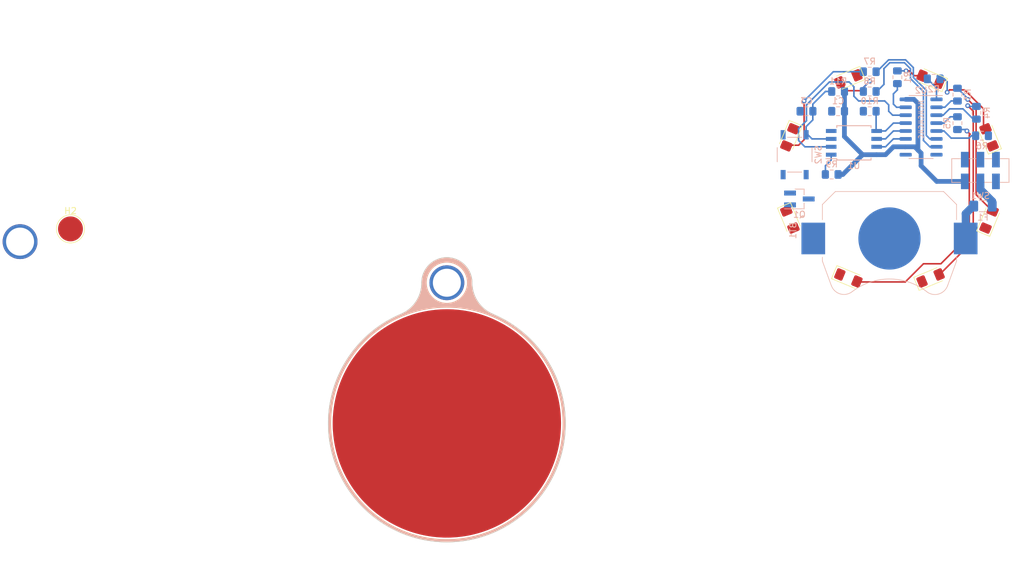
<source format=kicad_pcb>
(kicad_pcb (version 20171130) (host pcbnew "(5.1.2)-1")

  (general
    (thickness 1.6)
    (drawings 51)
    (tracks 162)
    (zones 0)
    (modules 33)
    (nets 35)
  )

  (page A)
  (title_block
    (title RuddBlink)
    (date 2019-02-13)
    (rev A)
    (company "Ruddock House Electrical Engineering")
    (comment 1 "Virtutis mammilas exsugimus")
    (comment 2 "B.S. EE, Ruddock House, Class of 2020")
    (comment 3 "Ray Sun")
  )

  (layers
    (0 F.Cu signal)
    (31 B.Cu signal)
    (32 B.Adhes user)
    (33 F.Adhes user)
    (34 B.Paste user)
    (35 F.Paste user)
    (36 B.SilkS user)
    (37 F.SilkS user)
    (38 B.Mask user)
    (39 F.Mask user)
    (40 Dwgs.User user)
    (41 Cmts.User user)
    (42 Eco1.User user)
    (43 Eco2.User user)
    (44 Edge.Cuts user)
    (45 Margin user)
    (46 B.CrtYd user)
    (47 F.CrtYd user)
    (48 B.Fab user hide)
    (49 F.Fab user hide)
  )

  (setup
    (last_trace_width 0.254)
    (trace_clearance 0.2032)
    (zone_clearance 0.381)
    (zone_45_only no)
    (trace_min 0.2)
    (via_size 0.762)
    (via_drill 0.381)
    (via_min_size 0.4)
    (via_min_drill 0.3)
    (uvia_size 0.3)
    (uvia_drill 0.1)
    (uvias_allowed no)
    (uvia_min_size 0.2)
    (uvia_min_drill 0.1)
    (edge_width 0.1)
    (segment_width 0.5)
    (pcb_text_width 0.3)
    (pcb_text_size 1.5 1.5)
    (mod_edge_width 0.15)
    (mod_text_size 1 1)
    (mod_text_width 0.15)
    (pad_size 1.15 1.4)
    (pad_drill 0)
    (pad_to_mask_clearance 0.2)
    (solder_mask_min_width 0.25)
    (aux_axis_origin 0 0)
    (visible_elements 7FFFFFFF)
    (pcbplotparams
      (layerselection 0x010f0_ffffffff)
      (usegerberextensions true)
      (usegerberattributes false)
      (usegerberadvancedattributes false)
      (creategerberjobfile false)
      (excludeedgelayer true)
      (linewidth 0.100000)
      (plotframeref false)
      (viasonmask false)
      (mode 1)
      (useauxorigin false)
      (hpglpennumber 1)
      (hpglpenspeed 20)
      (hpglpendiameter 15.000000)
      (psnegative false)
      (psa4output false)
      (plotreference true)
      (plotvalue true)
      (plotinvisibletext false)
      (padsonsilk false)
      (subtractmaskfromsilk false)
      (outputformat 1)
      (mirror false)
      (drillshape 0)
      (scaleselection 1)
      (outputdirectory "gerber/"))
  )

  (net 0 "")
  (net 1 GND)
  (net 2 "Net-(D1-Pad2)")
  (net 3 "Net-(D2-Pad2)")
  (net 4 "Net-(D3-Pad2)")
  (net 5 "Net-(D4-Pad2)")
  (net 6 "Net-(D5-Pad2)")
  (net 7 "Net-(D6-Pad2)")
  (net 8 "Net-(D7-Pad2)")
  (net 9 "Net-(D8-Pad2)")
  (net 10 "Net-(F1-Pad2)")
  (net 11 "Net-(SW1-Pad3)")
  (net 12 "Net-(U2-Pad9)")
  (net 13 /BAT+)
  (net 14 /BAT-)
  (net 15 /USER)
  (net 16 /RESET)
  (net 17 /SER)
  (net 18 /~OE)
  (net 19 /RCLK)
  (net 20 /SRCLK)
  (net 21 VDD)
  (net 22 /LED1)
  (net 23 /LED2)
  (net 24 /LED3)
  (net 25 /LED4)
  (net 26 /LED5)
  (net 27 /LED6)
  (net 28 /LED7)
  (net 29 /LED8)
  (net 30 "Net-(H1-Pad1)")
  (net 31 "Net-(H2-Pad1)")
  (net 32 "Net-(SW1-Pad6)")
  (net 33 "Net-(SW1-Pad5)")
  (net 34 "Net-(SW1-Pad4)")

  (net_class Default "This is the default net class."
    (clearance 0.2032)
    (trace_width 0.254)
    (via_dia 0.762)
    (via_drill 0.381)
    (uvia_dia 0.3)
    (uvia_drill 0.1)
    (add_net /LED1)
    (add_net /LED2)
    (add_net /LED3)
    (add_net /LED4)
    (add_net /LED5)
    (add_net /LED6)
    (add_net /LED7)
    (add_net /LED8)
    (add_net /RCLK)
    (add_net /RESET)
    (add_net /SER)
    (add_net /SRCLK)
    (add_net /USER)
    (add_net /~OE)
    (add_net "Net-(D1-Pad2)")
    (add_net "Net-(D2-Pad2)")
    (add_net "Net-(D3-Pad2)")
    (add_net "Net-(D4-Pad2)")
    (add_net "Net-(D5-Pad2)")
    (add_net "Net-(D6-Pad2)")
    (add_net "Net-(D7-Pad2)")
    (add_net "Net-(D8-Pad2)")
    (add_net "Net-(H1-Pad1)")
    (add_net "Net-(H2-Pad1)")
    (add_net "Net-(SW1-Pad3)")
    (add_net "Net-(SW1-Pad4)")
    (add_net "Net-(SW1-Pad5)")
    (add_net "Net-(SW1-Pad6)")
    (add_net "Net-(U2-Pad9)")
  )

  (net_class Power ""
    (clearance 0.381)
    (trace_width 0.762)
    (via_dia 1.016)
    (via_drill 0.508)
    (uvia_dia 0.3)
    (uvia_drill 0.1)
    (add_net /BAT+)
    (add_net /BAT-)
    (add_net GND)
    (add_net VDD)
  )

  (net_class PowerThick ""
    (clearance 0.381)
    (trace_width 1.27)
    (via_dia 1.016)
    (via_drill 0.508)
    (uvia_dia 0.3)
    (uvia_drill 0.1)
    (add_net "Net-(F1-Pad2)")
  )

  (module ruddblink:SW_Push_PTS526 (layer B.Cu) (tedit 5D4A7058) (tstamp 5D516C8A)
    (at 196.85 64.77 90)
    (descr "C&K Components SPST SMD PTS645 Series 6mm Tact Switch")
    (tags "SPST Button Switch")
    (path /5D1F3B7C)
    (attr smd)
    (fp_text reference SW2 (at 0 3.81 90) (layer B.SilkS)
      (effects (font (size 1 1) (thickness 0.15)) (justify mirror))
    )
    (fp_text value "PTS526 SK15 SMTR2 LFS " (at 0 -4.15 90) (layer B.Fab)
      (effects (font (size 1 1) (thickness 0.15)) (justify mirror))
    )
    (fp_circle (center 0 0) (end 1.75 0.05) (layer B.Fab) (width 0.1))
    (fp_line (start -1.143 -2.794) (end 1.143 -2.794) (layer B.SilkS) (width 0.12))
    (fp_line (start -2.794 1.143) (end -2.794 -1.143) (layer B.SilkS) (width 0.12))
    (fp_line (start -1.143 2.794) (end 1.143 2.794) (layer B.SilkS) (width 0.12))
    (fp_line (start 2.794 1.143) (end 2.794 -1.143) (layer B.SilkS) (width 0.12))
    (fp_line (start -4.064 3.048) (end 4.064 3.048) (layer B.CrtYd) (width 0.05))
    (fp_line (start -4.064 -3.048) (end 4.064 -3.048) (layer B.CrtYd) (width 0.05))
    (fp_line (start -4.064 3.048) (end -4.064 -3.048) (layer B.CrtYd) (width 0.05))
    (fp_line (start 4.064 -3.048) (end 4.064 3.048) (layer B.CrtYd) (width 0.05))
    (fp_line (start 3 3) (end -3 3) (layer B.Fab) (width 0.1))
    (fp_line (start 3 -3) (end 3 3) (layer B.Fab) (width 0.1))
    (fp_line (start -3 -3) (end 3 -3) (layer B.Fab) (width 0.1))
    (fp_line (start -3 3) (end -3 -3) (layer B.Fab) (width 0.1))
    (fp_text user %R (at 0 3.81 90) (layer B.Fab)
      (effects (font (size 1 1) (thickness 0.15)) (justify mirror))
    )
    (pad 2 smd rect (at 3.2 -1.85 90) (size 1.5 0.8) (layers B.Cu B.Paste B.Mask)
      (net 1 GND))
    (pad 1 smd rect (at 3.2 1.85 90) (size 1.5 0.8) (layers B.Cu B.Paste B.Mask)
      (net 15 /USER))
    (pad 1 smd rect (at -3.2 1.85 90) (size 1.5 0.8) (layers B.Cu B.Paste B.Mask)
      (net 15 /USER))
    (pad 2 smd rect (at -3.2 -1.85 90) (size 1.5 0.8) (layers B.Cu B.Paste B.Mask)
      (net 1 GND))
    (model ${KISYS3DMOD}/Button_Switch_SMD.3dshapes/SW_SPST_PTS645.wrl
      (at (xyz 0 0 0))
      (scale (xyz 1 1 1))
      (rotate (xyz 0 0 0))
    )
  )

  (module crest:circle_cu_1in5 (layer F.Cu) (tedit 0) (tstamp 5C64A2C3)
    (at 140.97 107.95)
    (fp_text reference G*** (at 0 0) (layer F.SilkS) hide
      (effects (font (size 1.524 1.524) (thickness 0.3)))
    )
    (fp_text value LOGO (at 0.75 0) (layer F.SilkS) hide
      (effects (font (size 1.524 1.524) (thickness 0.3)))
    )
    (fp_poly (pts (xy 0.287869 -18.341347) (xy 0.628456 -18.333307) (xy 0.961238 -18.319252) (xy 1.067536 -18.313358)
      (xy 1.586336 -18.275505) (xy 2.102502 -18.223229) (xy 2.615773 -18.156636) (xy 3.125887 -18.075837)
      (xy 3.632583 -17.980939) (xy 4.135602 -17.872049) (xy 4.63468 -17.749278) (xy 5.129559 -17.612732)
      (xy 5.619975 -17.46252) (xy 6.10567 -17.29875) (xy 6.58638 -17.121531) (xy 7.061847 -16.930971)
      (xy 7.531807 -16.727178) (xy 7.996001 -16.51026) (xy 8.454168 -16.280326) (xy 8.906046 -16.037484)
      (xy 9.351375 -15.781841) (xy 9.789892 -15.513508) (xy 10.221339 -15.232591) (xy 10.645453 -14.939199)
      (xy 11.061973 -14.63344) (xy 11.470638 -14.315423) (xy 11.871188 -13.985255) (xy 12.208452 -13.692138)
      (xy 12.383032 -13.534063) (xy 12.563152 -13.366008) (xy 12.746398 -13.190385) (xy 12.930358 -13.009606)
      (xy 13.11262 -12.826085) (xy 13.290771 -12.642233) (xy 13.462399 -12.460464) (xy 13.62509 -12.28319)
      (xy 13.692138 -12.208453) (xy 14.033691 -11.813903) (xy 14.363246 -11.41087) (xy 14.680696 -10.999533)
      (xy 14.985936 -10.580068) (xy 15.278857 -10.152652) (xy 15.559353 -9.717464) (xy 15.827317 -9.274679)
      (xy 16.082642 -8.824475) (xy 16.325222 -8.367031) (xy 16.554949 -7.902522) (xy 16.771718 -7.431126)
      (xy 16.97542 -6.95302) (xy 17.165949 -6.468382) (xy 17.189629 -6.405218) (xy 17.364087 -5.916258)
      (xy 17.524449 -5.423109) (xy 17.67067 -4.925995) (xy 17.802701 -4.425139) (xy 17.920497 -3.920765)
      (xy 18.024008 -3.413097) (xy 18.11319 -2.90236) (xy 18.187993 -2.388777) (xy 18.248372 -1.872571)
      (xy 18.294279 -1.353968) (xy 18.313357 -1.067537) (xy 18.329376 -0.738224) (xy 18.339381 -0.399719)
      (xy 18.343371 -0.056272) (xy 18.341346 0.287869) (xy 18.333306 0.628456) (xy 18.319251 0.961238)
      (xy 18.313357 1.067536) (xy 18.275504 1.586336) (xy 18.223228 2.102502) (xy 18.156636 2.615773)
      (xy 18.075836 3.125887) (xy 17.980938 3.632583) (xy 17.872049 4.135602) (xy 17.749277 4.63468)
      (xy 17.612731 5.129559) (xy 17.462519 5.619975) (xy 17.298749 6.10567) (xy 17.12153 6.58638)
      (xy 16.93097 7.061847) (xy 16.727177 7.531807) (xy 16.510259 7.996001) (xy 16.280325 8.454168)
      (xy 16.037483 8.906046) (xy 15.781841 9.351375) (xy 15.513507 9.789892) (xy 15.23259 10.221339)
      (xy 14.939198 10.645453) (xy 14.633439 11.061973) (xy 14.315422 11.470638) (xy 13.985254 11.871188)
      (xy 13.692138 12.208452) (xy 13.534062 12.383032) (xy 13.366007 12.563152) (xy 13.190384 12.746398)
      (xy 13.009605 12.930358) (xy 12.826084 13.11262) (xy 12.642232 13.290771) (xy 12.460463 13.462399)
      (xy 12.283189 13.62509) (xy 12.208452 13.692138) (xy 11.814467 14.033183) (xy 11.411954 14.362284)
      (xy 11.001147 14.679318) (xy 10.582275 14.98416) (xy 10.155572 15.276688) (xy 9.721268 15.55678)
      (xy 9.279596 15.824312) (xy 8.830786 16.079161) (xy 8.37507 16.321204) (xy 7.91268 16.550318)
      (xy 7.443848 16.76638) (xy 6.968805 16.969268) (xy 6.487783 17.158858) (xy 6.001014 17.335027)
      (xy 5.508728 17.497652) (xy 5.011159 17.64661) (xy 4.508536 17.781779) (xy 4.505739 17.782489)
      (xy 4.005732 17.901871) (xy 3.502761 18.007024) (xy 2.996576 18.097984) (xy 2.486931 18.174786)
      (xy 1.973579 18.237465) (xy 1.456271 18.286059) (xy 0.934759 18.320601) (xy 0.688034 18.331996)
      (xy 0.640369 18.333612) (xy 0.580731 18.335179) (xy 0.511147 18.336678) (xy 0.433639 18.338086)
      (xy 0.350234 18.339384) (xy 0.262955 18.340551) (xy 0.173826 18.341565) (xy 0.084873 18.342407)
      (xy -0.00188 18.343055) (xy -0.084409 18.343489) (xy -0.160688 18.343687) (xy -0.228695 18.34363)
      (xy -0.286403 18.343296) (xy -0.331789 18.342665) (xy -0.338667 18.342515) (xy -0.769418 18.328007)
      (xy -1.192714 18.305017) (xy -1.607212 18.273641) (xy -2.011574 18.233973) (xy -2.245508 18.206637)
      (xy -2.761471 18.135255) (xy -3.273909 18.049632) (xy -3.782573 17.949882) (xy -4.287213 17.836119)
      (xy -4.787579 17.708454) (xy -5.283421 17.567001) (xy -5.774491 17.411874) (xy -6.260539 17.243185)
      (xy -6.741315 17.061048) (xy -7.216569 16.865575) (xy -7.686052 16.65688) (xy -8.149515 16.435076)
      (xy -8.606707 16.200275) (xy -9.05738 15.952591) (xy -9.501284 15.692137) (xy -9.938169 15.419026)
      (xy -10.367785 15.133371) (xy -10.789884 14.835285) (xy -11.204215 14.524881) (xy -11.61053 14.202273)
      (xy -12.008577 13.867573) (xy -12.208453 13.692138) (xy -12.383033 13.534062) (xy -12.563152 13.366007)
      (xy -12.746399 13.190384) (xy -12.930359 13.009605) (xy -13.112621 12.826084) (xy -13.290772 12.642232)
      (xy -13.4624 12.460463) (xy -13.625091 12.283189) (xy -13.692138 12.208452) (xy -14.033691 11.813902)
      (xy -14.363247 11.410869) (xy -14.680697 10.999532) (xy -14.985937 10.580067) (xy -15.278858 10.152652)
      (xy -15.559354 9.717463) (xy -15.827318 9.274678) (xy -16.082643 8.824475) (xy -16.325223 8.36703)
      (xy -16.55495 7.902521) (xy -16.771718 7.431125) (xy -16.975421 6.953019) (xy -17.16595 6.468381)
      (xy -17.18963 6.405217) (xy -17.364088 5.916257) (xy -17.52445 5.423108) (xy -17.670671 4.925994)
      (xy -17.802702 4.425138) (xy -17.920497 3.920764) (xy -18.024009 3.413097) (xy -18.11319 2.902359)
      (xy -18.187994 2.388776) (xy -18.248373 1.872571) (xy -18.29428 1.353967) (xy -18.313358 1.067536)
      (xy -18.329377 0.738223) (xy -18.339382 0.399718) (xy -18.343372 0.056271) (xy -18.341347 -0.28787)
      (xy -18.333307 -0.628456) (xy -18.319252 -0.961239) (xy -18.313358 -1.067537) (xy -18.275505 -1.586337)
      (xy -18.223229 -2.102503) (xy -18.156636 -2.615773) (xy -18.075837 -3.125888) (xy -17.980939 -3.632584)
      (xy -17.872049 -4.135602) (xy -17.749278 -4.634681) (xy -17.612732 -5.129559) (xy -17.46252 -5.619976)
      (xy -17.29875 -6.10567) (xy -17.121531 -6.586381) (xy -16.930971 -7.061847) (xy -16.727178 -7.531808)
      (xy -16.51026 -7.996002) (xy -16.280326 -8.454169) (xy -16.037484 -8.906047) (xy -15.781841 -9.351375)
      (xy -15.513508 -9.789893) (xy -15.232591 -10.22134) (xy -14.939199 -10.645453) (xy -14.63344 -11.061973)
      (xy -14.315423 -11.470639) (xy -13.985255 -11.871189) (xy -13.692138 -12.208453) (xy -13.534063 -12.383033)
      (xy -13.366008 -12.563152) (xy -13.190385 -12.746399) (xy -13.009606 -12.930359) (xy -12.826085 -13.112621)
      (xy -12.642233 -13.290772) (xy -12.460464 -13.4624) (xy -12.28319 -13.625091) (xy -12.208453 -13.692138)
      (xy -11.813903 -14.033691) (xy -11.41087 -14.363247) (xy -10.999533 -14.680697) (xy -10.580068 -14.985937)
      (xy -10.152652 -15.278858) (xy -9.717464 -15.559354) (xy -9.274679 -15.827318) (xy -8.824475 -16.082643)
      (xy -8.367031 -16.325223) (xy -7.902522 -16.55495) (xy -7.431126 -16.771718) (xy -6.95302 -16.975421)
      (xy -6.468382 -17.16595) (xy -6.405218 -17.18963) (xy -5.916258 -17.364088) (xy -5.423109 -17.52445)
      (xy -4.925995 -17.670671) (xy -4.425139 -17.802702) (xy -3.920765 -17.920497) (xy -3.413097 -18.024009)
      (xy -2.90236 -18.11319) (xy -2.388777 -18.187994) (xy -1.872571 -18.248373) (xy -1.353968 -18.29428)
      (xy -1.067537 -18.313358) (xy -0.738224 -18.329377) (xy -0.399719 -18.339382) (xy -0.056272 -18.343372)
      (xy 0.287869 -18.341347)) (layer F.Cu) (width 0.01))
  )

  (module crest:ruddock_mask_1in5 (layer F.Cu) (tedit 0) (tstamp 5D4EE120)
    (at 140.97 107.95)
    (fp_text reference G*** (at 0 0) (layer F.SilkS) hide
      (effects (font (size 1.524 1.524) (thickness 0.3)))
    )
    (fp_text value LOGO (at 0.75 0) (layer F.SilkS) hide
      (effects (font (size 1.524 1.524) (thickness 0.3)))
    )
    (fp_poly (pts (xy 0.391931 -17.760603) (xy 0.396604 -17.700988) (xy 0.380812 -17.577493) (xy 0.366637 -17.504188)
      (xy 0.344053 -17.352199) (xy 0.3636 -17.281346) (xy 0.432683 -17.290037) (xy 0.558703 -17.376679)
      (xy 0.641171 -17.445127) (xy 0.891733 -17.608636) (xy 1.159146 -17.695106) (xy 1.42238 -17.702225)
      (xy 1.6604 -17.627679) (xy 1.753041 -17.567377) (xy 1.855088 -17.47131) (xy 1.865111 -17.407013)
      (xy 1.78233 -17.361564) (xy 1.7399 -17.349827) (xy 1.586471 -17.293911) (xy 1.406581 -17.203214)
      (xy 1.230464 -17.096099) (xy 1.088355 -16.990935) (xy 1.010994 -16.907047) (xy 0.975929 -16.795028)
      (xy 1.013808 -16.742662) (xy 1.113166 -16.753054) (xy 1.262537 -16.829312) (xy 1.272899 -16.836089)
      (xy 1.501317 -16.960628) (xy 1.704321 -17.00299) (xy 1.912897 -16.965507) (xy 2.072455 -16.896243)
      (xy 2.236596 -16.822771) (xy 2.380604 -16.774755) (xy 2.44629 -16.764) (xy 2.559157 -16.764)
      (xy 2.455152 -16.667105) (xy 2.383024 -16.578395) (xy 2.282486 -16.427504) (xy 2.171863 -16.242464)
      (xy 2.138187 -16.182185) (xy 1.939886 -15.879121) (xy 1.732783 -15.677005) (xy 1.516304 -15.575516)
      (xy 1.289876 -15.574338) (xy 1.138588 -15.626499) (xy 1.016053 -15.67951) (xy 0.948502 -15.685695)
      (xy 0.901175 -15.645854) (xy 0.890906 -15.632199) (xy 0.837404 -15.576831) (xy 0.783493 -15.597789)
      (xy 0.745661 -15.63371) (xy 0.662745 -15.687179) (xy 0.605064 -15.662185) (xy 0.517063 -15.631999)
      (xy 0.348656 -15.625571) (xy 0.236401 -15.632052) (xy -0.0762 -15.657981) (xy 0.096137 -15.527133)
      (xy 0.392585 -15.252442) (xy 0.671016 -14.901213) (xy 0.916256 -14.498469) (xy 1.113134 -14.069233)
      (xy 1.246478 -13.638527) (xy 1.249569 -13.62481) (xy 1.287094 -13.431893) (xy 1.30772 -13.249588)
      (xy 1.312702 -13.046987) (xy 1.303295 -12.793182) (xy 1.291122 -12.601383) (xy 1.258226 -11.964066)
      (xy 1.24829 -11.349572) (xy 1.260449 -10.770026) (xy 1.293838 -10.237555) (xy 1.347594 -9.764285)
      (xy 1.420852 -9.362342) (xy 1.512746 -9.043854) (xy 1.551504 -8.949137) (xy 1.744273 -8.600359)
      (xy 1.966401 -8.345089) (xy 2.225886 -8.177506) (xy 2.530725 -8.091788) (xy 2.749516 -8.0772)
      (xy 3.021299 -8.097275) (xy 3.230337 -8.161637) (xy 3.264652 -8.178899) (xy 3.380095 -8.235125)
      (xy 3.447367 -8.256962) (xy 3.4544 -8.25341) (xy 3.433246 -8.196553) (xy 3.378853 -8.079342)
      (xy 3.329897 -7.980529) (xy 3.166728 -7.729954) (xy 2.972622 -7.549331) (xy 2.763965 -7.453223)
      (xy 2.729004 -7.446456) (xy 2.380056 -7.404024) (xy 2.091556 -7.396423) (xy 1.82885 -7.422741)
      (xy 1.8288 -7.422749) (xy 1.424406 -7.522776) (xy 1.093028 -7.680083) (xy 0.982589 -7.756555)
      (xy 0.808768 -7.889134) (xy 0.162828 -7.753042) (xy -0.10607 -7.697541) (xy -0.301874 -7.662353)
      (xy -0.450703 -7.645884) (xy -0.578675 -7.646542) (xy -0.711906 -7.662733) (xy -0.863857 -7.690418)
      (xy -1.070653 -7.733931) (xy -1.256155 -7.77922) (xy -1.382274 -7.816938) (xy -1.387762 -7.819003)
      (xy -1.483699 -7.844212) (xy -1.573748 -7.828245) (xy -1.693232 -7.761509) (xy -1.756624 -7.718833)
      (xy -2.014266 -7.560421) (xy -2.247541 -7.466434) (xy -2.497505 -7.423562) (xy -2.688268 -7.4168)
      (xy -3.1844 -7.453722) (xy -3.619072 -7.565759) (xy -3.8354 -7.660189) (xy -4.0894 -7.78934)
      (xy -3.9116 -7.834105) (xy -3.555235 -7.931522) (xy -3.278541 -8.031997) (xy -3.065645 -8.151106)
      (xy -2.900674 -8.30443) (xy -2.767755 -8.507546) (xy -2.651015 -8.776035) (xy -2.53458 -9.125473)
      (xy -2.50851 -9.211171) (xy -2.464476 -9.369525) (xy -2.43001 -9.528084) (xy -2.403001 -9.705472)
      (xy -2.381341 -9.920313) (xy -2.362921 -10.191232) (xy -2.345631 -10.536854) (xy -2.337779 -10.7188)
      (xy -2.322616 -11.107431) (xy -2.308252 -11.522771) (xy -2.295688 -11.932324) (xy -2.285924 -12.303591)
      (xy -2.280174 -12.589905) (xy -2.276629 -12.905693) (xy -2.28003 -13.134089) (xy -2.29465 -13.289268)
      (xy -2.324761 -13.385401) (xy -2.374635 -13.436662) (xy -2.448544 -13.457225) (xy -2.542805 -13.461223)
      (xy -2.652515 -13.475624) (xy -2.80054 -13.512237) (xy -2.963346 -13.562664) (xy -3.117397 -13.618507)
      (xy -3.239159 -13.671367) (xy -3.305097 -13.712847) (xy -3.302 -13.732135) (xy -3.221877 -13.745283)
      (xy -3.064901 -13.75932) (xy -2.855782 -13.772339) (xy -2.677792 -13.780355) (xy -2.36833 -13.800453)
      (xy -2.158061 -13.833482) (xy -2.047485 -13.879304) (xy -2.037101 -13.937776) (xy -2.052273 -13.956454)
      (xy -2.115021 -13.972182) (xy -2.259139 -13.987616) (xy -2.464408 -14.001154) (xy -2.710606 -14.011193)
      (xy -2.760087 -14.012566) (xy -3.01217 -14.021898) (xy -3.227557 -14.035259) (xy -3.38588 -14.050993)
      (xy -3.466773 -14.067442) (xy -3.471648 -14.070453) (xy -3.466064 -14.105632) (xy -3.378721 -14.131129)
      (xy -3.229038 -14.146535) (xy -3.036433 -14.151437) (xy -2.820324 -14.145425) (xy -2.600129 -14.128088)
      (xy -2.395266 -14.099015) (xy -2.368062 -14.093815) (xy -2.128171 -14.051352) (xy -1.972011 -14.037087)
      (xy -1.885964 -14.050138) (xy -1.869435 -14.061446) (xy -1.870915 -14.114278) (xy -1.956648 -14.177603)
      (xy -2.110414 -14.24682) (xy -2.315993 -14.317328) (xy -2.557164 -14.384527) (xy -2.817709 -14.443816)
      (xy -3.081406 -14.490595) (xy -3.332037 -14.520263) (xy -3.516452 -14.528596) (xy -3.669662 -14.507542)
      (xy -3.86131 -14.453212) (xy -3.985756 -14.40486) (xy -4.266007 -14.280919) (xy -4.189707 -14.46836)
      (xy -4.030145 -14.731071) (xy -3.798007 -14.934239) (xy -3.512072 -15.062779) (xy -3.423797 -15.083558)
      (xy -3.137135 -15.142493) (xy -2.933372 -15.196506) (xy -2.79448 -15.252361) (xy -2.702434 -15.316823)
      (xy -2.655377 -15.37189) (xy -2.51591 -15.565745) (xy -2.410698 -15.690362) (xy -2.320154 -15.760146)
      (xy -1.451168 -15.760146) (xy -1.401234 -15.752011) (xy -1.335345 -15.761351) (xy -1.334559 -15.778692)
      (xy -1.402549 -15.790819) (xy -1.431925 -15.782703) (xy -1.451168 -15.760146) (xy -2.320154 -15.760146)
      (xy -2.318368 -15.761522) (xy -2.217547 -15.795004) (xy -2.086861 -15.806588) (xy -2.065585 -15.80734)
      (xy -1.927489 -15.813181) (xy -1.88585 -15.819815) (xy -1.935531 -15.829281) (xy -1.9939 -15.835807)
      (xy -2.119669 -15.857841) (xy -2.173335 -15.904739) (xy -2.1844 -15.997649) (xy -2.154069 -16.114892)
      (xy -2.079711 -16.245314) (xy -1.986279 -16.354343) (xy -1.898724 -16.407405) (xy -1.887951 -16.408401)
      (xy -1.838536 -16.366092) (xy -1.814081 -16.306801) (xy -1.764542 -16.220222) (xy -1.681215 -16.223906)
      (xy -1.558829 -16.318306) (xy -1.547091 -16.329891) (xy -1.464139 -16.440054) (xy -1.427865 -16.577283)
      (xy -1.4224 -16.702036) (xy -1.408974 -16.879346) (xy -1.359912 -16.997676) (xy -1.304826 -17.059945)
      (xy -1.139094 -17.150669) (xy -0.941583 -17.15876) (xy -0.762 -17.0942) (xy -0.628799 -17.032342)
      (xy -0.549642 -17.044659) (xy -0.504526 -17.141777) (xy -0.486133 -17.24075) (xy -0.443518 -17.399895)
      (xy -0.377694 -17.52651) (xy -0.354957 -17.551983) (xy -0.268163 -17.601566) (xy -0.125531 -17.656477)
      (xy 0.042434 -17.708197) (xy 0.205225 -17.748203) (xy 0.332338 -17.767976) (xy 0.391931 -17.760603)) (layer F.Mask) (width 0.01))
    (fp_poly (pts (xy 14.205866 -2.953917) (xy 14.574341 -2.878678) (xy 14.826092 -2.812347) (xy 14.822306 -2.777455)
      (xy 14.747515 -2.702922) (xy 14.616665 -2.603282) (xy 14.597492 -2.590046) (xy 14.401937 -2.449096)
      (xy 14.20086 -2.29274) (xy 14.0716 -2.184181) (xy 13.843 -1.981475) (xy 14.1224 -1.984205)
      (xy 14.413064 -2.006413) (xy 14.62724 -2.071968) (xy 14.783771 -2.189095) (xy 14.872188 -2.3114)
      (xy 14.989814 -2.5146) (xy 14.975207 -1.946301) (xy 14.967673 -1.697758) (xy 14.956794 -1.528083)
      (xy 14.937362 -1.414557) (xy 14.904167 -1.334465) (xy 14.852002 -1.26509) (xy 14.8082 -1.217865)
      (xy 14.654713 -1.076645) (xy 14.492418 -0.978829) (xy 14.287675 -0.907892) (xy 14.083651 -0.861918)
      (xy 13.920443 -0.826165) (xy 13.806055 -0.794148) (xy 13.7668 -0.774248) (xy 13.797957 -0.725301)
      (xy 13.87761 -0.627963) (xy 13.9398 -0.557423) (xy 14.087013 -0.330859) (xy 14.183058 -0.053415)
      (xy 14.215921 0.232036) (xy 14.202263 0.379338) (xy 14.169112 0.501844) (xy 14.123356 0.542167)
      (xy 14.081201 0.534088) (xy 13.811497 0.4702) (xy 13.573514 0.496993) (xy 13.566116 0.49951)
      (xy 13.459852 0.529631) (xy 13.417735 0.509413) (xy 13.410317 0.441857) (xy 13.37884 0.165329)
      (xy 13.295367 -0.162136) (xy 13.170616 -0.51154) (xy 13.015308 -0.853886) (xy 12.84016 -1.160177)
      (xy 12.79167 -1.231782) (xy 12.704981 -1.328793) (xy 12.581139 -1.437901) (xy 12.444603 -1.541334)
      (xy 12.319832 -1.621319) (xy 12.231281 -1.660084) (xy 12.206482 -1.657016) (xy 12.200429 -1.599157)
      (xy 12.202026 -1.45725) (xy 12.210606 -1.248509) (xy 12.225506 -0.990146) (xy 12.240801 -0.769094)
      (xy 12.260043 -0.472159) (xy 12.272672 -0.199889) (xy 12.278106 0.026949) (xy 12.27576 0.187589)
      (xy 12.269346 0.24878) (xy 12.169721 0.488108) (xy 11.990327 0.715574) (xy 11.752793 0.912905)
      (xy 11.478746 1.061832) (xy 11.2141 1.140194) (xy 11.0236 1.173003) (xy 11.0236 0.873523)
      (xy 11.014131 0.679265) (xy 10.976405 0.538127) (xy 10.896436 0.402637) (xy 10.877021 0.375921)
      (xy 10.773186 0.250347) (xy 10.629208 0.095725) (xy 10.460386 -0.073774) (xy 10.282016 -0.24398)
      (xy 10.109397 -0.40072) (xy 9.957827 -0.529825) (xy 9.842603 -0.617124) (xy 9.779022 -0.648446)
      (xy 9.773436 -0.64637) (xy 9.774772 -0.589966) (xy 9.804732 -0.478532) (xy 9.810792 -0.4607)
      (xy 9.836379 -0.254973) (xy 9.791275 -0.038779) (xy 9.686612 0.142726) (xy 9.653751 0.176214)
      (xy 9.592686 0.224308) (xy 9.530728 0.239858) (xy 9.437789 0.221569) (xy 9.283786 0.168148)
      (xy 9.259613 0.159256) (xy 9.051832 0.095772) (xy 8.800757 0.037357) (xy 8.5852 0.00034)
      (xy 8.091216 -0.082808) (xy 7.693451 -0.188139) (xy 7.388732 -0.316757) (xy 7.173889 -0.46977)
      (xy 7.142226 -0.50251) (xy 7.087618 -0.56824) (xy 7.082937 -0.599673) (xy 7.141145 -0.598005)
      (xy 7.275201 -0.564427) (xy 7.406453 -0.526839) (xy 7.714195 -0.476588) (xy 8.081583 -0.480151)
      (xy 8.484679 -0.533583) (xy 8.899546 -0.632938) (xy 9.302245 -0.774271) (xy 9.525 -0.876032)
      (xy 9.745556 -1.011838) (xy 10.006501 -1.211616) (xy 10.288766 -1.456952) (xy 10.573282 -1.729432)
      (xy 10.840983 -2.010642) (xy 11.0728 -2.282166) (xy 11.249665 -2.525592) (xy 11.274584 -2.565652)
      (xy 11.348585 -2.688273) (xy 11.396732 -2.767641) (xy 11.405497 -2.781843) (xy 11.45368 -2.774544)
      (xy 11.5657 -2.740855) (xy 11.631662 -2.718343) (xy 11.873507 -2.658636) (xy 12.134921 -2.649253)
      (xy 12.43739 -2.691593) (xy 12.802398 -2.787053) (xy 12.833452 -2.796565) (xy 13.223636 -2.905142)
      (xy 13.561665 -2.967396) (xy 13.878691 -2.983572) (xy 14.205866 -2.953917)) (layer F.Mask) (width 0.01))
    (fp_poly (pts (xy -13.482545 -1.825788) (xy -13.328886 -1.777673) (xy -13.167506 -1.70187) (xy -13.043308 -1.653674)
      (xy -12.89881 -1.636373) (xy -12.697446 -1.646226) (xy -12.659506 -1.649872) (xy -12.319 -1.683973)
      (xy -12.177899 -1.362687) (xy -11.929047 -0.910467) (xy -11.610374 -0.531163) (xy -11.218239 -0.221096)
      (xy -10.850484 -0.02101) (xy -10.692929 0.044934) (xy -10.529403 0.098029) (xy -10.343819 0.14082)
      (xy -10.120092 0.175856) (xy -9.842135 0.205683) (xy -9.493864 0.232849) (xy -9.086436 0.258325)
      (xy -8.673893 0.279105) (xy -8.346472 0.286659) (xy -8.088316 0.278966) (xy -7.883566 0.254005)
      (xy -7.716366 0.209754) (xy -7.570856 0.144192) (xy -7.43118 0.055298) (xy -7.417739 0.045639)
      (xy -7.301582 -0.033514) (xy -7.22764 -0.074313) (xy -7.2136 -0.074343) (xy -7.245719 -0.02592)
      (xy -7.329885 0.074087) (xy -7.446745 0.202803) (xy -7.582122 0.334062) (xy -7.722981 0.435221)
      (xy -7.890269 0.515145) (xy -8.104937 0.582701) (xy -8.387932 0.646753) (xy -8.5852 0.684607)
      (xy -9.022025 0.774729) (xy -9.400523 0.872164) (xy -9.707432 0.972956) (xy -9.929488 1.07315)
      (xy -9.970392 1.097772) (xy -10.106772 1.173845) (xy -10.201712 1.18935) (xy -10.261966 1.168204)
      (xy -10.376544 1.061458) (xy -10.468279 0.897243) (xy -10.514009 0.719691) (xy -10.5156 0.684899)
      (xy -10.528137 0.591323) (xy -10.583702 0.574863) (xy -10.6299 0.586427) (xy -10.911104 0.702164)
      (xy -11.127002 0.868374) (xy -11.244042 1.009031) (xy -11.370989 1.194085) (xy -11.449057 1.342451)
      (xy -11.494129 1.495726) (xy -11.522086 1.69551) (xy -11.527736 1.752113) (xy -11.555624 1.943013)
      (xy -11.595846 2.044499) (xy -11.6332 2.068638) (xy -11.71408 2.055534) (xy -11.858982 2.009766)
      (xy -12.039373 1.940576) (xy -12.076166 1.925178) (xy -12.314915 1.8068) (xy -12.507421 1.678376)
      (xy -12.591659 1.600117) (xy -12.702305 1.440221) (xy -12.808906 1.230357) (xy -12.895657 1.008289)
      (xy -12.946757 0.811782) (xy -12.954 0.734226) (xy -12.934511 0.635098) (xy -12.882067 0.470192)
      (xy -12.805705 0.266245) (xy -12.750868 0.133218) (xy -12.660173 -0.087656) (xy -12.582917 -0.291573)
      (xy -12.529967 -0.449071) (xy -12.514771 -0.507046) (xy -12.481808 -0.671864) (xy -12.705204 -0.637005)
      (xy -12.95862 -0.571392) (xy -13.21637 -0.46132) (xy -13.442208 -0.324981) (xy -13.589759 -0.193035)
      (xy -13.822601 0.159327) (xy -13.993824 0.586638) (xy -14.100841 1.081156) (xy -14.134907 1.437997)
      (xy -14.1478 1.682194) (xy -14.733482 1.91966) (xy -14.703809 1.50593) (xy -14.683153 1.271592)
      (xy -14.656478 1.041055) (xy -14.629244 0.86097) (xy -14.626868 0.848399) (xy -14.594424 0.672844)
      (xy -14.588628 0.570586) (xy -14.618178 0.51492) (xy -14.691774 0.479141) (xy -14.753932 0.458344)
      (xy -14.991912 0.338498) (xy -15.244897 0.136469) (xy -15.466749 -0.099384) (xy -15.577021 -0.247066)
      (xy -15.630552 -0.375944) (xy -15.646163 -0.535128) (xy -15.6464 -0.568123) (xy -15.6464 -0.821832)
      (xy -15.490103 -0.690316) (xy -15.290592 -0.582455) (xy -15.056213 -0.567158) (xy -14.783507 -0.64432)
      (xy -14.732 -0.667129) (xy -14.5034 -0.773226) (xy -14.760005 -0.862688) (xy -14.942421 -0.931432)
      (xy -15.111906 -1.003566) (xy -15.173054 -1.033051) (xy -15.278783 -1.104097) (xy -15.394687 -1.205299)
      (xy -15.498313 -1.313274) (xy -15.567208 -1.404639) (xy -15.579053 -1.455881) (xy -15.509178 -1.487925)
      (xy -15.360739 -1.533695) (xy -15.155022 -1.588142) (xy -14.913314 -1.646217) (xy -14.6569 -1.702872)
      (xy -14.407067 -1.753057) (xy -14.185101 -1.791724) (xy -14.126542 -1.800406) (xy -13.851863 -1.834122)
      (xy -13.647034 -1.843594) (xy -13.482545 -1.825788)) (layer F.Mask) (width 0.01))
    (fp_poly (pts (xy 12.552272 -1.077682) (xy 12.611144 -0.97482) (xy 12.690724 -0.817851) (xy 12.78183 -0.62661)
      (xy 12.875275 -0.420938) (xy 12.961877 -0.220671) (xy 13.03245 -0.045648) (xy 13.077811 0.084294)
      (xy 13.082652 0.1016) (xy 13.13356 0.338566) (xy 13.151989 0.561199) (xy 13.137575 0.803129)
      (xy 13.089956 1.097986) (xy 13.070875 1.193389) (xy 13.036568 1.367256) (xy 13.016478 1.506227)
      (xy 13.011306 1.636533) (xy 13.021755 1.784404) (xy 13.048528 1.976072) (xy 13.092327 2.237768)
      (xy 13.100051 2.282606) (xy 13.185158 2.729461) (xy 13.271986 3.086541) (xy 13.364205 3.365652)
      (xy 13.465485 3.5786) (xy 13.535775 3.684336) (xy 13.664771 3.820935) (xy 13.858102 3.973223)
      (xy 14.124253 4.146913) (xy 14.47171 4.347718) (xy 14.723869 4.484193) (xy 15.24641 4.761603)
      (xy 15.052705 4.838587) (xy 14.721044 4.947442) (xy 14.418753 5.002268) (xy 14.167739 4.999697)
      (xy 14.09855 4.98531) (xy 13.968241 4.95633) (xy 13.885295 4.950907) (xy 13.874864 4.955001)
      (xy 13.885479 5.007455) (xy 13.942939 5.105981) (xy 13.960908 5.131424) (xy 14.071904 5.283676)
      (xy 14.18473 5.438521) (xy 14.1859 5.440126) (xy 14.242575 5.531326) (xy 14.276299 5.631928)
      (xy 14.292163 5.770134) (xy 14.295261 5.974147) (xy 14.294596 6.042034) (xy 14.287854 6.271525)
      (xy 14.274925 6.485846) (xy 14.258277 6.646957) (xy 14.253429 6.676589) (xy 14.217864 6.866164)
      (xy 13.969108 6.633482) (xy 13.792748 6.488543) (xy 13.649395 6.411007) (xy 13.595303 6.4008)
      (xy 13.466557 6.357872) (xy 13.32649 6.241707) (xy 13.321001 6.2357) (xy 13.19806 6.099689)
      (xy 13.050466 5.936382) (xy 12.973 5.850662) (xy 12.774251 5.630724) (xy 12.527168 5.992343)
      (xy 12.409795 6.153293) (xy 12.308415 6.27275) (xy 12.239237 6.332361) (xy 12.224259 6.335353)
      (xy 12.170279 6.28684) (xy 12.079011 6.175806) (xy 11.968756 6.024768) (xy 11.951617 5.999915)
      (xy 11.83899 5.828314) (xy 11.774139 5.698838) (xy 11.744138 5.572138) (xy 11.736063 5.408863)
      (xy 11.735995 5.343442) (xy 11.751212 5.112727) (xy 11.789723 4.846807) (xy 11.837595 4.626235)
      (xy 11.911706 4.295492) (xy 11.934892 4.051711) (xy 11.907224 3.893978) (xy 11.896192 3.873611)
      (xy 11.832929 3.858458) (xy 11.719474 3.900976) (xy 11.577645 3.987157) (xy 11.429256 4.102993)
      (xy 11.296124 4.234478) (xy 11.253656 4.286175) (xy 11.180443 4.40118) (xy 11.125671 4.540602)
      (xy 11.08107 4.731115) (xy 11.04332 4.964618) (xy 10.999359 5.222223) (xy 10.943586 5.482286)
      (xy 10.885661 5.701446) (xy 10.864808 5.7658) (xy 10.800963 5.926241) (xy 10.711007 6.125127)
      (xy 10.606181 6.34066) (xy 10.497729 6.551042) (xy 10.396893 6.734475) (xy 10.314916 6.86916)
      (xy 10.26304 6.933299) (xy 10.262474 6.933659) (xy 10.234875 6.900725) (xy 10.200749 6.789672)
      (xy 10.166765 6.623118) (xy 10.161567 6.591446) (xy 10.128238 6.384022) (xy 10.084579 6.115945)
      (xy 10.037051 5.826765) (xy 10.004552 5.63062) (xy 9.965857 5.395232) (xy 9.93407 5.196561)
      (xy 9.912559 5.056024) (xy 9.904701 4.99562) (xy 9.88423 5.015622) (xy 9.83152 5.10815)
      (xy 9.757551 5.253779) (xy 9.749966 5.269365) (xy 9.584084 5.549806) (xy 9.373669 5.813907)
      (xy 9.140213 6.03986) (xy 8.905206 6.205856) (xy 8.763 6.270868) (xy 8.456291 6.384754)
      (xy 8.230458 6.498713) (xy 8.066287 6.630289) (xy 7.944565 6.79702) (xy 7.84608 7.016448)
      (xy 7.799971 7.1501) (xy 7.744732 7.314149) (xy 7.709126 7.394153) (xy 7.68344 7.403337)
      (xy 7.657958 7.354922) (xy 7.655032 7.347382) (xy 7.613282 7.193) (xy 7.572605 6.96263)
      (xy 7.535699 6.681869) (xy 7.50526 6.376315) (xy 7.483984 6.071568) (xy 7.474568 5.793226)
      (xy 7.475832 5.646308) (xy 7.485458 5.397863) (xy 7.501428 5.2171) (xy 7.531906 5.070119)
      (xy 7.585055 4.923018) (xy 7.66904 4.741897) (xy 7.717207 4.644021) (xy 7.903189 4.310779)
      (xy 8.105314 4.040541) (xy 8.239202 3.8989) (xy 8.536988 3.6068) (xy 8.32579 3.6068)
      (xy 8.062687 3.557982) (xy 7.815818 3.418967) (xy 7.594374 3.200916) (xy 7.407545 2.914986)
      (xy 7.264521 2.572338) (xy 7.179197 2.214544) (xy 7.162949 2.088607) (xy 7.178179 2.039007)
      (xy 7.237853 2.042182) (xy 7.269335 2.050745) (xy 7.57974 2.115086) (xy 7.816733 2.111194)
      (xy 7.974545 2.043069) (xy 8.100156 1.941355) (xy 7.917168 1.864898) (xy 7.793701 1.793237)
      (xy 7.693082 1.679214) (xy 7.59163 1.497078) (xy 7.449079 1.205715) (xy 7.61803 0.892649)
      (xy 7.719456 0.681599) (xy 7.76365 0.52295) (xy 7.763089 0.416791) (xy 7.751339 0.305892)
      (xy 7.75481 0.254444) (xy 7.755987 0.254) (xy 7.798716 0.284686) (xy 7.906256 0.369595)
      (xy 8.06529 0.497997) (xy 8.262501 0.659165) (xy 8.418148 0.7874) (xy 8.635768 0.965605)
      (xy 8.826351 1.118538) (xy 8.976144 1.235409) (xy 9.071393 1.305433) (xy 9.098252 1.3208)
      (xy 9.135324 1.277986) (xy 9.163732 1.198295) (xy 9.211313 1.112187) (xy 9.315403 0.976769)
      (xy 9.459053 0.812919) (xy 9.575639 0.690902) (xy 9.9568 0.306013) (xy 9.9568 0.640625)
      (xy 9.960974 0.826889) (xy 9.981 0.946161) (xy 10.028135 1.032944) (xy 10.113634 1.121742)
      (xy 10.113803 1.1219) (xy 10.279975 1.242108) (xy 10.484901 1.319932) (xy 10.746677 1.359451)
      (xy 11.083397 1.364747) (xy 11.176 1.361439) (xy 11.477478 1.338758) (xy 11.708693 1.292794)
      (xy 11.900355 1.211518) (xy 12.083176 1.0829) (xy 12.234174 0.946975) (xy 12.399614 0.771148)
      (xy 12.516313 0.596672) (xy 12.588796 0.404147) (xy 12.621588 0.174172) (xy 12.619213 -0.112653)
      (xy 12.586196 -0.475728) (xy 12.579428 -0.5334) (xy 12.55348 -0.758972) (xy 12.534237 -0.943651)
      (xy 12.523752 -1.066464) (xy 12.523295 -1.106597) (xy 12.552272 -1.077682)) (layer F.Mask) (width 0.01))
    (fp_poly (pts (xy 9.753636 6.193607) (xy 9.758584 6.28871) (xy 9.772165 6.458757) (xy 9.792558 6.685946)
      (xy 9.817942 6.95247) (xy 9.846496 7.240526) (xy 9.876398 7.532309) (xy 9.905826 7.810014)
      (xy 9.93296 8.055837) (xy 9.955977 8.251973) (xy 9.973057 8.380618) (xy 9.981797 8.42393)
      (xy 10.056419 8.435283) (xy 10.205274 8.410227) (xy 10.410058 8.354305) (xy 10.65247 8.273059)
      (xy 10.914207 8.172031) (xy 11.144813 8.071708) (xy 11.513266 7.919067) (xy 11.89269 7.792287)
      (xy 12.258865 7.697559) (xy 12.587571 7.641075) (xy 12.854588 7.629026) (xy 12.872205 7.630141)
      (xy 13.080377 7.6454) (xy 12.818313 7.81302) (xy 12.569184 8.024252) (xy 12.327868 8.332741)
      (xy 12.097435 8.734255) (xy 11.997686 8.945102) (xy 11.915951 9.120279) (xy 11.846104 9.229635)
      (xy 11.759881 9.300683) (xy 11.629018 9.36093) (xy 11.532855 9.39753) (xy 11.367303 9.468222)
      (xy 11.243297 9.53754) (xy 11.189883 9.587494) (xy 11.208314 9.663093) (xy 11.289558 9.781372)
      (xy 11.374774 9.87609) (xy 11.52003 10.050216) (xy 11.623454 10.246796) (xy 11.690869 10.443824)
      (xy 11.767076 10.654612) (xy 11.86296 10.85559) (xy 11.947514 10.988867) (xy 12.032282 11.104685)
      (xy 12.078043 11.184221) (xy 12.080437 11.202896) (xy 12.024517 11.20191) (xy 11.90111 11.17834)
      (xy 11.783237 11.149331) (xy 11.583652 11.110833) (xy 11.33948 11.083933) (xy 11.131383 11.075002)
      (xy 10.916127 11.068579) (xy 10.757896 11.042918) (xy 10.612465 10.987181) (xy 10.477663 10.914827)
      (xy 10.19876 10.755255) (xy 10.22823 10.952927) (xy 10.257636 11.141286) (xy 10.288468 11.326605)
      (xy 10.289825 11.334389) (xy 10.280286 11.555422) (xy 10.185677 11.788818) (xy 10.065093 11.9559)
      (xy 9.871209 12.104529) (xy 9.605325 12.202002) (xy 9.285244 12.244681) (xy 8.92877 12.228928)
      (xy 8.8138 12.211636) (xy 8.578345 12.177702) (xy 8.33092 12.153443) (xy 8.164332 12.145213)
      (xy 7.870464 12.1412) (xy 8.053025 11.980909) (xy 8.221564 11.799683) (xy 8.355786 11.573672)
      (xy 8.469274 11.278318) (xy 8.502559 11.168181) (xy 8.549437 10.968242) (xy 8.575846 10.754195)
      (xy 8.580892 10.512306) (xy 8.563683 10.228841) (xy 8.523324 9.890065) (xy 8.458923 9.482245)
      (xy 8.369586 8.991645) (xy 8.3566 8.9237) (xy 8.291676 8.577809) (xy 8.233917 8.255371)
      (xy 8.186086 7.973021) (xy 8.150944 7.74739) (xy 8.131253 7.595112) (xy 8.128 7.546907)
      (xy 8.141727 7.377332) (xy 8.191959 7.238226) (xy 8.292269 7.114443) (xy 8.456232 6.990839)
      (xy 8.69742 6.852269) (xy 8.797281 6.800157) (xy 9.032659 6.670303) (xy 9.258293 6.530252)
      (xy 9.443738 6.399683) (xy 9.533675 6.32414) (xy 9.666177 6.208388) (xy 9.738925 6.172003)
      (xy 9.753636 6.193607)) (layer F.Mask) (width 0.01))
    (fp_poly (pts (xy -9.817311 7.020588) (xy -9.692546 7.071715) (xy -9.518406 7.155635) (xy -9.313611 7.262356)
      (xy -9.096883 7.381888) (xy -8.886943 7.504239) (xy -8.702513 7.619417) (xy -8.585955 7.699653)
      (xy -8.406366 7.846275) (xy -8.23696 8.008615) (xy -8.123587 8.139972) (xy -8.037684 8.265812)
      (xy -7.993471 8.369548) (xy -7.981411 8.491219) (xy -7.991964 8.670862) (xy -7.993316 8.6868)
      (xy -8.014833 8.852929) (xy -8.055368 9.091395) (xy -8.10998 9.375797) (xy -8.173727 9.679737)
      (xy -8.207258 9.8298) (xy -8.279216 10.15303) (xy -8.328916 10.402909) (xy -8.359506 10.604456)
      (xy -8.374134 10.78269) (xy -8.37595 10.962632) (xy -8.370266 11.1252) (xy -8.339554 11.468366)
      (xy -8.274739 11.749703) (xy -8.162247 12.006885) (xy -7.988504 12.277585) (xy -7.923211 12.366)
      (xy -7.805845 12.532922) (xy -7.758042 12.651018) (xy -7.78593 12.742728) (xy -7.895636 12.830488)
      (xy -8.076815 12.928404) (xy -8.357784 13.040642) (xy -8.634228 13.079614) (xy -8.919127 13.057412)
      (xy -9.282009 12.959197) (xy -9.57987 12.783835) (xy -9.815764 12.528776) (xy -9.992744 12.191467)
      (xy -10.009921 12.146019) (xy -10.076337 11.98726) (xy -10.139345 11.875583) (xy -10.182703 11.8364)
      (xy -10.25347 11.870398) (xy -10.354978 11.954894) (xy -10.383441 11.983414) (xy -10.514612 12.088635)
      (xy -10.686918 12.164589) (xy -10.917352 12.215783) (xy -11.222906 12.246725) (xy -11.411401 12.256095)
      (xy -11.875401 12.273526) (xy -11.780268 12.143863) (xy -11.727905 12.03436) (xy -11.671767 11.856045)
      (xy -11.621394 11.640832) (xy -11.607433 11.565831) (xy -11.539654 11.234597) (xy -11.461704 10.980029)
      (xy -11.365209 10.777209) (xy -11.316722 10.700858) (xy -11.280651 10.619312) (xy -11.32783 10.561222)
      (xy -11.347887 10.548458) (xy -11.687181 10.302641) (xy -11.946921 10.020837) (xy -12.106108 9.765342)
      (xy -12.285189 9.475037) (xy -12.478386 9.251652) (xy -12.673399 9.107803) (xy -12.789832 9.06409)
      (xy -12.910344 9.036179) (xy -12.9794 9.018275) (xy -12.981021 8.991939) (xy -12.907939 8.946908)
      (xy -12.783209 8.892156) (xy -12.629889 8.836657) (xy -12.471034 8.789387) (xy -12.329701 8.759321)
      (xy -12.30625 8.756239) (xy -12.149827 8.74789) (xy -12.026162 8.774241) (xy -11.888109 8.848244)
      (xy -11.827865 8.887667) (xy -11.663077 8.982495) (xy -11.444466 9.087864) (xy -11.214968 9.183327)
      (xy -11.178703 9.196828) (xy -10.80161 9.306854) (xy -10.477155 9.344178) (xy -10.210649 9.309412)
      (xy -10.007401 9.203171) (xy -9.883128 9.047288) (xy -9.822372 8.861911) (xy -9.785004 8.599552)
      (xy -9.771931 8.282307) (xy -9.78406 7.932276) (xy -9.822297 7.571558) (xy -9.822511 7.570074)
      (xy -9.851787 7.349196) (xy -9.870966 7.167997) (xy -9.878022 7.048434) (xy -9.87398 7.012246)
      (xy -9.817311 7.020588)) (layer F.Mask) (width 0.01))
    (fp_poly (pts (xy 10.013345 -13.51111) (xy 10.031545 -13.398066) (xy 10.045882 -13.221361) (xy 10.053292 -13.018931)
      (xy 10.053336 -13.015812) (xy 10.048093 -12.785517) (xy 10.019148 -12.611412) (xy 9.957896 -12.449217)
      (xy 9.933528 -12.399401) (xy 9.780466 -12.1725) (xy 9.580415 -11.982446) (xy 9.358549 -11.847823)
      (xy 9.140042 -11.787216) (xy 9.102092 -11.785601) (xy 8.964987 -11.774284) (xy 8.876212 -11.746077)
      (xy 8.865039 -11.735512) (xy 8.870909 -11.666407) (xy 8.920078 -11.545288) (xy 8.963641 -11.464349)
      (xy 9.066785 -11.234813) (xy 9.085442 -11.023909) (xy 9.018151 -10.806429) (xy 8.9154 -10.631226)
      (xy 8.809625 -10.455022) (xy 8.75514 -10.298886) (xy 8.750023 -10.13324) (xy 8.792352 -9.928508)
      (xy 8.856481 -9.724398) (xy 8.89351 -9.610789) (xy 8.921596 -9.507131) (xy 8.941656 -9.398039)
      (xy 8.954605 -9.268128) (xy 8.96136 -9.102013) (xy 8.962836 -8.884309) (xy 8.95995 -8.59963)
      (xy 8.953618 -8.23259) (xy 8.951613 -8.126665) (xy 8.927864 -6.880729) (xy 9.082166 -6.577265)
      (xy 9.17963 -6.400427) (xy 9.277957 -6.245653) (xy 9.344913 -6.159178) (xy 9.465782 -6.047292)
      (xy 9.589167 -5.957271) (xy 9.688427 -5.906455) (xy 9.733317 -5.906384) (xy 9.766716 -5.987916)
      (xy 9.797018 -6.149111) (xy 9.822548 -6.368041) (xy 9.841636 -6.622781) (xy 9.852608 -6.891402)
      (xy 9.853792 -7.151978) (xy 9.844716 -7.366866) (xy 9.827122 -7.919978) (xy 9.856263 -8.43486)
      (xy 9.930126 -8.894556) (xy 10.046698 -9.282106) (xy 10.08199 -9.365103) (xy 10.197899 -9.592067)
      (xy 10.301685 -9.732843) (xy 10.384681 -9.793372) (xy 10.484473 -9.837382) (xy 10.53069 -9.855039)
      (xy 10.537195 -9.809634) (xy 10.541352 -9.695665) (xy 10.541967 -9.639134) (xy 10.569927 -9.450608)
      (xy 10.656021 -9.213815) (xy 10.745167 -9.027281) (xy 10.840942 -8.848327) (xy 10.923914 -8.708885)
      (xy 10.980939 -8.63044) (xy 10.993814 -8.620886) (xy 11.035257 -8.65839) (xy 11.089693 -8.765483)
      (xy 11.120814 -8.847751) (xy 11.164776 -8.95913) (xy 11.222122 -9.050301) (xy 11.311023 -9.139305)
      (xy 11.449647 -9.244185) (xy 11.656162 -9.382983) (xy 11.666844 -9.389989) (xy 11.90146 -9.554894)
      (xy 12.097956 -9.714432) (xy 12.234462 -9.850335) (xy 12.263744 -9.888532) (xy 12.3952 -10.081985)
      (xy 12.3952 -9.865984) (xy 12.415174 -9.700005) (xy 12.466832 -9.494439) (xy 12.520077 -9.342657)
      (xy 12.595331 -9.121137) (xy 12.655302 -8.880196) (xy 12.678323 -8.740388) (xy 12.692076 -8.557615)
      (xy 12.676017 -8.424916) (xy 12.620312 -8.292746) (xy 12.572674 -8.208228) (xy 12.501065 -8.071524)
      (xy 12.46438 -7.97158) (xy 12.465495 -7.939172) (xy 12.524124 -7.939431) (xy 12.659751 -7.963934)
      (xy 12.851863 -8.008387) (xy 13.068567 -8.065343) (xy 13.361069 -8.142738) (xy 13.649145 -8.212737)
      (xy 13.910793 -8.270546) (xy 14.12401 -8.311367) (xy 14.266794 -8.330405) (xy 14.288223 -8.3312)
      (xy 14.276436 -8.300377) (xy 14.203482 -8.218938) (xy 14.084427 -8.103436) (xy 14.062619 -8.083368)
      (xy 13.849795 -7.852238) (xy 13.639172 -7.546259) (xy 13.516623 -7.334068) (xy 13.38539 -7.099016)
      (xy 13.268033 -6.902723) (xy 13.150323 -6.726178) (xy 13.018035 -6.550374) (xy 12.85694 -6.356299)
      (xy 12.652814 -6.124945) (xy 12.418957 -5.8674) (xy 12.162184 -5.5763) (xy 11.970116 -5.328422)
      (xy 11.830903 -5.10019) (xy 11.732698 -4.868027) (xy 11.663651 -4.608355) (xy 11.611915 -4.297599)
      (xy 11.605344 -4.248414) (xy 11.509491 -3.752746) (xy 11.349726 -3.28218) (xy 11.267675 -3.090138)
      (xy 11.190226 -2.936368) (xy 11.101315 -2.798318) (xy 10.98488 -2.653436) (xy 10.824859 -2.479169)
      (xy 10.647251 -2.295868) (xy 10.324182 -1.984113) (xy 9.98807 -1.692388) (xy 9.654792 -1.43242)
      (xy 9.340226 -1.215933) (xy 9.060247 -1.054655) (xy 8.844388 -0.964358) (xy 8.649942 -0.913205)
      (xy 8.405129 -0.860296) (xy 8.1604 -0.816457) (xy 8.142281 -0.813658) (xy 7.724762 -0.750072)
      (xy 7.266146 -0.93363) (xy 6.966096 -1.071081) (xy 6.614886 -1.264551) (xy 6.206865 -1.51754)
      (xy 5.736383 -1.83355) (xy 5.207 -2.209399) (xy 4.994067 -2.360942) (xy 4.795044 -2.497426)
      (xy 4.632876 -2.603427) (xy 4.5339 -2.661824) (xy 4.3688 -2.74581) (xy 4.3688 -2.571146)
      (xy 4.373912 -2.478912) (xy 4.402918 -2.415638) (xy 4.476317 -2.363072) (xy 4.614613 -2.302966)
      (xy 4.712576 -2.265118) (xy 4.866067 -2.200618) (xy 5.000338 -2.12671) (xy 5.136066 -2.027905)
      (xy 5.293931 -1.888715) (xy 5.494609 -1.693651) (xy 5.551423 -1.636819) (xy 5.778591 -1.402057)
      (xy 5.941612 -1.21574) (xy 6.053908 -1.060693) (xy 6.128901 -0.919743) (xy 6.147447 -0.874197)
      (xy 6.203137 -0.720145) (xy 6.239802 -0.604365) (xy 6.2484 -0.563691) (xy 6.207673 -0.500979)
      (xy 6.095175 -0.491251) (xy 5.925428 -0.533863) (xy 5.804141 -0.58337) (xy 5.621665 -0.664099)
      (xy 5.512081 -0.699732) (xy 5.456898 -0.689577) (xy 5.437627 -0.632942) (xy 5.4356 -0.569591)
      (xy 5.464645 -0.45349) (xy 5.559508 -0.315364) (xy 5.682422 -0.18487) (xy 5.814347 -0.048877)
      (xy 5.884333 0.0468) (xy 5.906623 0.129067) (xy 5.896529 0.219621) (xy 5.843079 0.33738)
      (xy 5.737553 0.39334) (xy 5.571695 0.387889) (xy 5.33725 0.321416) (xy 5.164219 0.254068)
      (xy 4.784115 0.09583) (xy 4.700222 -0.294985) (xy 4.658545 -0.486428) (xy 4.62395 -0.640415)
      (xy 4.602756 -0.72893) (xy 4.600593 -0.7366) (xy 4.574277 -0.717955) (xy 4.517718 -0.624301)
      (xy 4.44137 -0.473725) (xy 4.410361 -0.407555) (xy 4.235865 -0.02771) (xy 3.823477 -0.635)
      (xy 3.848783 -1.249316) (xy 3.858023 -1.511849) (xy 3.859153 -1.690206) (xy 3.85064 -1.801595)
      (xy 3.830951 -1.863227) (xy 3.798555 -1.89231) (xy 3.791244 -1.895421) (xy 3.737669 -1.898542)
      (xy 3.71341 -1.839155) (xy 3.7084 -1.722911) (xy 3.660989 -1.479407) (xy 3.590643 -1.345316)
      (xy 3.472886 -1.172021) (xy 3.365587 -1.392874) (xy 3.31114 -1.51937) (xy 3.28397 -1.636868)
      (xy 3.280314 -1.780544) (xy 3.296411 -1.985575) (xy 3.299224 -2.013364) (xy 3.340159 -2.413)
      (xy 3.174391 -2.584242) (xy 3.008624 -2.755483) (xy 2.748963 -2.609642) (xy 2.593811 -2.512452)
      (xy 2.513844 -2.430915) (xy 2.4894 -2.344268) (xy 2.489251 -2.335367) (xy 2.521511 -2.177248)
      (xy 2.616159 -1.947887) (xy 2.769855 -1.653515) (xy 2.979257 -1.300365) (xy 3.241026 -0.894668)
      (xy 3.341528 -0.745625) (xy 3.534725 -0.458444) (xy 3.677571 -0.235543) (xy 3.77962 -0.059144)
      (xy 3.850425 0.088534) (xy 3.89954 0.22527) (xy 3.933733 0.356467) (xy 3.975121 0.568766)
      (xy 4.003864 0.774167) (xy 4.0132 0.911728) (xy 4.0132 1.1176) (xy 6.9088 1.1176)
      (xy 6.9088 7.443888) (xy 6.908799 13.770177) (xy 6.787 14.010536) (xy 6.665755 14.221496)
      (xy 6.511502 14.449963) (xy 6.344739 14.668961) (xy 6.185965 14.851512) (xy 6.059692 14.967721)
      (xy 5.846577 15.101905) (xy 5.549344 15.255722) (xy 5.182236 15.423352) (xy 4.759496 15.598978)
      (xy 4.295365 15.77678) (xy 3.804088 15.950941) (xy 3.299906 16.115643) (xy 3.0988 16.177275)
      (xy 2.581688 16.333955) (xy 2.1521 16.467561) (xy 1.799632 16.582096) (xy 1.513883 16.681566)
      (xy 1.28445 16.769972) (xy 1.100932 16.851319) (xy 0.952926 16.929611) (xy 0.83003 17.008851)
      (xy 0.723808 17.091386) (xy 0.615446 17.173177) (xy 0.537514 17.215413) (xy 0.526066 17.217113)
      (xy 0.464459 17.196553) (xy 0.330137 17.143833) (xy 0.143603 17.0672) (xy -0.0508 16.985101)
      (xy -0.319413 16.874482) (xy -0.561713 16.786168) (xy -0.800376 16.714576) (xy -1.058077 16.654126)
      (xy -1.357488 16.599237) (xy -1.721286 16.544327) (xy -1.990643 16.507622) (xy -2.528033 16.429267)
      (xy -2.998215 16.343576) (xy -3.435581 16.242658) (xy -3.874519 16.118619) (xy -4.325041 15.971924)
      (xy -4.95456 15.74123) (xy -5.493536 15.508417) (xy -5.952904 15.26641) (xy -6.3436 15.008133)
      (xy -6.676561 14.726512) (xy -6.962721 14.414474) (xy -7.169607 14.131715) (xy -7.416344 13.760031)
      (xy -7.429272 8.315115) (xy -7.441863 3.012052) (xy -5.0292 3.012052) (xy -5.014586 3.074707)
      (xy -4.959652 3.134528) (xy -4.84776 3.203472) (xy -4.662273 3.293499) (xy -4.595251 3.323947)
      (xy -4.332052 3.460604) (xy -4.113467 3.609433) (xy -3.954541 3.757697) (xy -3.87032 3.892664)
      (xy -3.8608 3.945605) (xy -3.823063 4.00469) (xy -3.72356 4.103201) (xy -3.582854 4.221026)
      (xy -3.565114 4.234787) (xy -3.342798 4.42287) (xy -3.165086 4.606916) (xy -3.045494 4.770904)
      (xy -2.997541 4.898812) (xy -2.9972 4.907903) (xy -2.961797 4.993279) (xy -2.872246 5.107016)
      (xy -2.8194 5.159444) (xy -2.691065 5.30861) (xy -2.641746 5.442077) (xy -2.6416 5.448603)
      (xy -2.60042 5.571255) (xy -2.469663 5.690879) (xy -2.462507 5.695751) (xy -2.341046 5.801501)
      (xy -2.260967 5.914694) (xy -2.251087 5.941708) (xy -2.24231 6.099803) (xy -2.271912 6.309742)
      (xy -2.331205 6.533329) (xy -2.411501 6.732369) (xy -2.444358 6.791438) (xy -2.542557 6.909038)
      (xy -2.705513 7.061364) (xy -2.910815 7.230947) (xy -3.13605 7.400315) (xy -3.358808 7.552)
      (xy -3.556677 7.668532) (xy -3.593359 7.687093) (xy -3.729971 7.748549) (xy -3.822766 7.764935)
      (xy -3.917859 7.73845) (xy -3.988782 7.705962) (xy -4.137852 7.648953) (xy -4.269666 7.620674)
      (xy -4.285667 7.62) (xy -4.382942 7.654446) (xy -4.520523 7.744211) (xy -4.675687 7.868934)
      (xy -4.825715 8.008257) (xy -4.947883 8.141818) (xy -5.019471 8.249258) (xy -5.0292 8.286256)
      (xy -4.989797 8.38554) (xy -4.892854 8.424407) (xy -4.770277 8.390635) (xy -4.765055 8.387453)
      (xy -4.70917 8.357643) (xy -4.711807 8.381912) (xy -4.775147 8.47265) (xy -4.781595 8.481384)
      (xy -4.852727 8.611583) (xy -4.835937 8.69373) (xy -4.729588 8.729951) (xy -4.591395 8.728365)
      (xy -4.459834 8.725914) (xy -4.390834 8.761088) (xy -4.346785 8.854551) (xy -4.3434 8.8646)
      (xy -4.262781 8.994207) (xy -4.151204 9.033896) (xy -4.030759 8.979956) (xy -3.98059 8.925531)
      (xy -3.911202 8.84391) (xy -3.85383 8.835706) (xy -3.762286 8.894822) (xy -3.760106 8.896417)
      (xy -3.615107 8.962838) (xy -3.490671 8.950726) (xy -3.410505 8.866639) (xy -3.394074 8.795175)
      (xy -3.382759 8.636207) (xy -3.375517 8.5344) (xy -3.365825 8.410859) (xy -3.359644 8.344631)
      (xy -3.312204 8.290325) (xy -3.19388 8.21137) (xy -3.028308 8.120376) (xy -2.839124 8.029954)
      (xy -2.649966 7.952714) (xy -2.57898 7.928131) (xy -2.460203 7.897373) (xy -2.361522 7.901875)
      (xy -2.242699 7.948563) (xy -2.136601 8.004269) (xy -1.934813 8.129609) (xy -1.689807 8.304796)
      (xy -1.429792 8.507421) (xy -1.182978 8.715078) (xy -0.977574 8.905359) (xy -0.89867 8.987585)
      (xy -0.783556 9.120325) (xy -0.721267 9.215652) (xy -0.720336 9.279737) (xy -0.789299 9.318755)
      (xy -0.936688 9.338879) (xy -1.171039 9.346281) (xy -1.395829 9.3472) (xy -2.080458 9.3472)
      (xy -2.169446 9.483013) (xy -2.234988 9.639398) (xy -2.252244 9.844051) (xy -2.220726 10.110089)
      (xy -2.139943 10.450627) (xy -2.132209 10.478381) (xy -2.073829 10.693437) (xy -2.043139 10.83642)
      (xy -2.038103 10.93241) (xy -2.056685 11.00649) (xy -2.084798 11.062581) (xy -2.222067 11.213015)
      (xy -2.422668 11.319224) (xy -2.65466 11.372267) (xy -2.886101 11.363206) (xy -3.014608 11.322798)
      (xy -3.131497 11.22882) (xy -3.221281 11.088974) (xy -3.2512 10.969697) (xy -3.27703 10.899177)
      (xy -3.34135 10.784099) (xy -3.364644 10.747515) (xy -3.511655 10.60009) (xy -3.694249 10.546755)
      (xy -3.90623 10.588985) (xy -3.9497 10.608117) (xy -4.077361 10.682909) (xy -4.110633 10.744395)
      (xy -4.064 10.795) (xy -4.01487 10.856537) (xy -4.062342 10.913091) (xy -4.1529 10.945852)
      (xy -4.293235 10.997335) (xy -4.446235 11.075551) (xy -4.4577 11.082503) (xy -4.588135 11.199101)
      (xy -4.619938 11.320802) (xy -4.552743 11.437681) (xy -4.472955 11.496609) (xy -4.385665 11.55556)
      (xy -4.345787 11.61983) (xy -4.341478 11.724248) (xy -4.354043 11.846301) (xy -4.368049 11.998183)
      (xy -4.36018 12.070396) (xy -4.326136 12.083337) (xy -4.305427 12.076951) (xy -4.221663 12.059942)
      (xy -4.063913 12.039951) (xy -3.859602 12.020208) (xy -3.75124 12.011637) (xy -3.517265 11.997329)
      (xy -3.344146 11.998662) (xy -3.191663 12.020936) (xy -3.0196 12.06945) (xy -2.83681 12.132133)
      (xy -2.39702 12.287418) (xy -2.144517 12.191474) (xy -1.983357 12.138681) (xy -1.84252 12.12022)
      (xy -1.674272 12.132536) (xy -1.568307 12.148574) (xy -1.372544 12.174526) (xy -1.228271 12.172028)
      (xy -1.088385 12.137163) (xy -0.9906 12.100528) (xy -0.843821 12.037906) (xy -0.767946 11.981428)
      (xy -0.738948 11.901034) (xy -0.732987 11.778219) (xy -0.727813 11.54206) (xy -0.717232 11.387055)
      (xy -0.694756 11.292764) (xy -0.653899 11.238747) (xy -0.588177 11.204565) (xy -0.5461 11.189274)
      (xy -0.379193 11.139965) (xy -0.19595 11.098189) (xy -0.182306 11.095678) (xy -0.057189 11.077934)
      (xy -0.008883 11.091024) (xy -0.015322 11.142426) (xy -0.018587 11.151162) (xy -0.029013 11.262829)
      (xy -0.005169 11.399653) (xy 0.019643 11.519639) (xy 0.045446 11.708818) (xy 0.068157 11.934912)
      (xy 0.076741 12.046796) (xy 0.110256 12.536593) (xy 0.321828 12.686068) (xy 0.475968 12.773552)
      (xy 0.688216 12.855178) (xy 0.975989 12.937132) (xy 1.143 12.97769) (xy 1.462406 13.059184)
      (xy 1.697816 13.141909) (xy 1.866019 13.239963) (xy 1.983799 13.367443) (xy 2.067946 13.538445)
      (xy 2.135244 13.767067) (xy 2.148403 13.821991) (xy 2.199592 14.048419) (xy 2.225548 14.199847)
      (xy 2.225595 14.299867) (xy 2.199056 14.372066) (xy 2.145252 14.440034) (xy 2.130193 14.456225)
      (xy 2.045549 14.528299) (xy 1.956777 14.540591) (xy 1.849199 14.513987) (xy 1.748384 14.488886)
      (xy 1.670783 14.497157) (xy 1.586349 14.551426) (xy 1.465034 14.664319) (xy 1.445206 14.683745)
      (xy 1.329826 14.808899) (xy 1.256015 14.91239) (xy 1.239767 14.966326) (xy 1.23025 15.048308)
      (xy 1.184899 15.13569) (xy 1.130992 15.292261) (xy 1.140234 15.420922) (xy 1.173161 15.539146)
      (xy 1.235131 15.587038) (xy 1.348501 15.5956) (xy 1.465118 15.607595) (xy 1.522702 15.637041)
      (xy 1.524 15.642771) (xy 1.567435 15.733394) (xy 1.671162 15.811933) (xy 1.795314 15.849256)
      (xy 1.807028 15.8496) (xy 1.902318 15.826703) (xy 1.930255 15.740184) (xy 1.9304 15.72882)
      (xy 1.961543 15.606594) (xy 2.008436 15.543275) (xy 2.072883 15.512016) (xy 2.145796 15.542162)
      (xy 2.227116 15.613255) (xy 2.343107 15.714652) (xy 2.407465 15.737061) (xy 2.434331 15.678931)
      (xy 2.4384 15.590092) (xy 2.446887 15.48265) (xy 2.490345 15.451535) (xy 2.572724 15.465898)
      (xy 2.707048 15.499612) (xy 2.674968 15.226666) (xy 2.659752 15.06706) (xy 2.672007 14.969568)
      (xy 2.726811 14.895465) (xy 2.838526 14.80656) (xy 3.034512 14.599236) (xy 3.145606 14.337331)
      (xy 3.170701 14.02374) (xy 3.165209 13.95416) (xy 3.157244 13.76336) (xy 3.180377 13.657895)
      (xy 3.194009 13.643749) (xy 3.245371 13.559668) (xy 3.248126 13.430482) (xy 3.207253 13.297401)
      (xy 3.141817 13.211912) (xy 3.032434 13.123339) (xy 3.152526 12.960905) (xy 3.227129 12.851549)
      (xy 3.244469 12.774437) (xy 3.208992 12.681098) (xy 3.182726 12.63155) (xy 3.126929 12.514781)
      (xy 3.1228 12.432007) (xy 3.170323 12.329754) (xy 3.182616 12.308191) (xy 3.238048 12.192344)
      (xy 3.235381 12.116592) (xy 3.204779 12.070277) (xy 3.104611 12.00242) (xy 2.995529 11.996655)
      (xy 2.919045 12.053737) (xy 2.91397 12.065) (xy 2.844331 12.118764) (xy 2.710024 12.141389)
      (xy 2.542769 12.133855) (xy 2.374287 12.097148) (xy 2.255177 12.044582) (xy 2.119313 11.93982)
      (xy 2.07046 11.834525) (xy 2.109585 11.714642) (xy 2.237655 11.566116) (xy 2.291572 11.515677)
      (xy 2.419373 11.387336) (xy 2.509037 11.273601) (xy 2.54 11.203828) (xy 2.561131 11.174176)
      (xy 2.631051 11.205555) (xy 2.75955 11.303049) (xy 2.8067 11.34233) (xy 3.027526 11.513512)
      (xy 3.209395 11.612256) (xy 3.376978 11.645334) (xy 3.554945 11.619518) (xy 3.672969 11.580105)
      (xy 3.852075 11.510874) (xy 3.984072 11.448521) (xy 4.076394 11.376865) (xy 4.136478 11.279729)
      (xy 4.171758 11.140935) (xy 4.189668 10.944304) (xy 4.197644 10.673659) (xy 4.201313 10.430428)
      (xy 4.205469 10.063599) (xy 4.204576 9.785739) (xy 4.196828 9.584271) (xy 4.180422 9.446614)
      (xy 4.153552 9.360191) (xy 4.114413 9.312423) (xy 4.061202 9.290731) (xy 4.037227 9.286749)
      (xy 3.915589 9.271) (xy 4.013374 9.053618) (xy 4.075607 8.840348) (xy 4.049502 8.67534)
      (xy 3.935518 8.560175) (xy 3.861091 8.526889) (xy 3.765412 8.483004) (xy 3.72103 8.417032)
      (xy 3.708719 8.29391) (xy 3.7084 8.248398) (xy 3.692492 8.074072) (xy 3.651428 7.90208)
      (xy 3.595194 7.761173) (xy 3.533774 7.680105) (xy 3.507792 7.6708) (xy 3.479146 7.622667)
      (xy 3.460644 7.488306) (xy 3.4544 7.292798) (xy 3.447736 7.105799) (xy 3.430143 6.960707)
      (xy 3.405222 6.885399) (xy 3.401366 6.882019) (xy 3.325494 6.883867) (xy 3.219158 6.93388)
      (xy 3.120686 6.985489) (xy 3.063397 6.991912) (xy 3.063035 6.991568) (xy 3.022131 6.89251)
      (xy 3.005974 6.719253) (xy 3.012245 6.495527) (xy 3.03863 6.245063) (xy 3.082811 5.99159)
      (xy 3.142473 5.758841) (xy 3.198162 5.607181) (xy 3.339079 5.359091) (xy 3.522128 5.13952)
      (xy 3.727232 4.966041) (xy 3.934314 4.856222) (xy 4.090784 4.826) (xy 4.241135 4.872255)
      (xy 4.388034 4.995994) (xy 4.510197 5.17468) (xy 4.574891 5.338672) (xy 4.61511 5.56354)
      (xy 4.636684 5.860706) (xy 4.639958 6.202658) (xy 4.625278 6.561884) (xy 4.592987 6.910873)
      (xy 4.551793 7.179757) (xy 4.508259 7.425495) (xy 4.487245 7.600123) (xy 4.487521 7.731319)
      (xy 4.507858 7.846758) (xy 4.520202 7.890957) (xy 4.586258 8.078144) (xy 4.670572 8.270954)
      (xy 4.761334 8.447516) (xy 4.846736 8.585959) (xy 4.914969 8.66441) (xy 4.942755 8.673588)
      (xy 4.997052 8.60668) (xy 5.016398 8.470469) (xy 5.001302 8.29086) (xy 4.952273 8.09376)
      (xy 4.930166 8.03291) (xy 4.87307 7.884065) (xy 4.835235 7.777778) (xy 4.826 7.744398)
      (xy 4.863571 7.75517) (xy 4.959217 7.809723) (xy 5.026267 7.852689) (xy 5.183099 7.937671)
      (xy 5.281689 7.943007) (xy 5.328266 7.867573) (xy 5.334 7.797242) (xy 5.299867 7.692821)
      (xy 5.18873 7.579671) (xy 5.1054 7.5184) (xy 4.949922 7.385737) (xy 4.878138 7.263727)
      (xy 4.895647 7.162904) (xy 4.90849 7.148043) (xy 4.968455 7.149969) (xy 5.083352 7.191495)
      (xy 5.144519 7.220599) (xy 5.348858 7.324845) (xy 5.317743 7.154922) (xy 5.290861 7.030982)
      (xy 5.244884 6.841162) (xy 5.187702 6.617536) (xy 5.157914 6.505082) (xy 5.07837 6.147291)
      (xy 5.034976 5.814207) (xy 5.028916 5.666882) (xy 5.013003 5.341782) (xy 4.960541 5.088585)
      (xy 4.863571 4.881703) (xy 4.732936 4.715317) (xy 4.505335 4.539639) (xy 4.242948 4.451022)
      (xy 3.960238 4.447661) (xy 3.671666 4.527753) (xy 3.391696 4.689491) (xy 3.150681 4.912776)
      (xy 3.004945 5.086788) (xy 2.899805 5.240931) (xy 2.819038 5.407064) (xy 2.746423 5.617045)
      (xy 2.687647 5.822124) (xy 2.637637 6.024281) (xy 2.608027 6.207614) (xy 2.595882 6.406522)
      (xy 2.598267 6.6554) (xy 2.603797 6.804757) (xy 2.614579 7.013159) (xy 2.630627 7.198563)
      (xy 2.655978 7.375383) (xy 2.694669 7.558028) (xy 2.750738 7.760911) (xy 2.828222 7.998441)
      (xy 2.931159 8.285031) (xy 3.063586 8.635092) (xy 3.22954 9.063035) (xy 3.254064 9.125848)
      (xy 3.381509 9.456742) (xy 3.503819 9.78277) (xy 3.613197 10.082506) (xy 3.701844 10.334522)
      (xy 3.761963 10.517391) (xy 3.769009 10.540823) (xy 3.884257 10.932549) (xy 3.7653 11.028874)
      (xy 3.612308 11.111127) (xy 3.450566 11.111177) (xy 3.272932 11.025773) (xy 3.072262 10.851665)
      (xy 2.870258 10.621644) (xy 2.718497 10.422913) (xy 2.622743 10.264534) (xy 2.566657 10.115529)
      (xy 2.542153 9.99964) (xy 2.502195 9.786296) (xy 2.457578 9.645755) (xy 2.392688 9.549813)
      (xy 2.291912 9.470265) (xy 2.226827 9.429991) (xy 2.120238 9.343586) (xy 1.970268 9.19163)
      (xy 1.791643 8.991915) (xy 1.59909 8.762232) (xy 1.407336 8.520373) (xy 1.231107 8.28413)
      (xy 1.085131 8.071294) (xy 1.033485 7.988314) (xy 0.880846 7.656283) (xy 0.797541 7.302832)
      (xy 0.786058 6.953687) (xy 0.848886 6.634577) (xy 0.892164 6.5278) (xy 0.929627 6.454486)
      (xy 0.948458 6.442855) (xy 0.951365 6.504808) (xy 0.941055 6.65225) (xy 0.935504 6.7183)
      (xy 0.92445 6.889681) (xy 0.923268 7.012628) (xy 0.932179 7.061164) (xy 0.932555 7.0612)
      (xy 0.953217 7.014739) (xy 0.990507 6.887987) (xy 1.039272 6.69989) (xy 1.094355 6.469395)
      (xy 1.098534 6.451203) (xy 1.159 6.194814) (xy 1.205222 6.02311) (xy 1.243141 5.921202)
      (xy 1.278702 5.874199) (xy 1.317845 5.867214) (xy 1.330335 5.870426) (xy 1.390854 5.87409)
      (xy 1.417999 5.818388) (xy 1.424433 5.705723) (xy 1.426467 5.5118) (xy 1.513333 5.6642)
      (xy 1.6002 5.8166) (xy 1.630019 5.5372) (xy 1.646884 5.395265) (xy 1.657947 5.349722)
      (xy 1.665306 5.395671) (xy 1.668119 5.4483) (xy 1.682996 5.570857) (xy 1.70949 5.635716)
      (xy 1.716875 5.6388) (xy 1.751045 5.594275) (xy 1.806472 5.475801) (xy 1.872928 5.306026)
      (xy 1.894666 5.2451) (xy 1.952766 5.083092) (xy 1.991695 4.983709) (xy 2.005882 4.960689)
      (xy 2.002825 4.9784) (xy 1.964201 5.182927) (xy 1.94569 5.357937) (xy 1.945056 5.491435)
      (xy 1.960065 5.571431) (xy 1.988482 5.58593) (xy 2.028074 5.522941) (xy 2.076181 5.3721)
      (xy 2.129416 5.192693) (xy 2.171603 5.096747) (xy 2.198233 5.088288) (xy 2.204799 5.171345)
      (xy 2.197572 5.263649) (xy 2.185901 5.41834) (xy 2.193928 5.476421) (xy 2.220411 5.440698)
      (xy 2.264104 5.31398) (xy 2.323766 5.099074) (xy 2.391936 4.824847) (xy 2.470174 4.473918)
      (xy 2.516978 4.196467) (xy 2.534063 3.969931) (xy 2.523143 3.771749) (xy 2.48645 3.5814)
      (xy 2.459884 3.422203) (xy 2.441848 3.21095) (xy 2.436536 3.0226) (xy 2.425119 2.789087)
      (xy 2.392445 2.602425) (xy 2.364383 2.526328) (xy 2.315077 2.347176) (xy 2.321183 2.130946)
      (xy 2.332921 1.966857) (xy 2.312794 1.860417) (xy 2.251246 1.770153) (xy 2.23362 1.750918)
      (xy 2.072518 1.644712) (xy 1.958248 1.6256) (xy 1.80462 1.599572) (xy 1.687267 1.546213)
      (xy 1.541768 1.48894) (xy 1.382478 1.489623) (xy 1.249456 1.543832) (xy 1.198923 1.6002)
      (xy 1.150532 1.687954) (xy 1.13213 1.721136) (xy 1.080507 1.736648) (xy 0.951637 1.761765)
      (xy 0.768904 1.792124) (xy 0.675927 1.806246) (xy 0.434553 1.84806) (xy 0.269009 1.897827)
      (xy 0.153706 1.969565) (xy 0.063054 2.077292) (xy 0.004911 2.173819) (xy -0.063049 2.21927)
      (xy -0.209028 2.273462) (xy -0.410797 2.328624) (xy -0.488365 2.346264) (xy -0.783165 2.418628)
      (xy -0.987052 2.490518) (xy -1.110543 2.56728) (xy -1.164159 2.654258) (xy -1.1684 2.691803)
      (xy -1.12774 2.812286) (xy -1.023275 2.952451) (xy -0.88128 3.084987) (xy -0.728031 3.182585)
      (xy -0.67595 3.20365) (xy -0.501107 3.233922) (xy -0.277544 3.237364) (xy -0.054008 3.215823)
      (xy 0.1143 3.173748) (xy 0.188747 3.168405) (xy 0.2032 3.196222) (xy 0.156216 3.270278)
      (xy 0.014528 3.31801) (xy -0.222973 3.339594) (xy -0.557394 3.335204) (xy -0.6477 3.330564)
      (xy -0.900218 3.318035) (xy -1.067547 3.315587) (xy -1.165702 3.324342) (xy -1.2107 3.345422)
      (xy -1.2192 3.370612) (xy -1.176126 3.432902) (xy -1.068194 3.501622) (xy -1.020001 3.523072)
      (xy -0.868834 3.568852) (xy -0.711685 3.576944) (xy -0.524701 3.554282) (xy -0.31332 3.526386)
      (xy -0.100585 3.508711) (xy -0.001815 3.505494) (xy 0.133406 3.508755) (xy 0.18378 3.525001)
      (xy 0.165984 3.563209) (xy 0.14541 3.58476) (xy 0.052578 3.635466) (xy -0.10173 3.681376)
      (xy -0.222993 3.703518) (xy -0.44938 3.752117) (xy -0.577276 3.820934) (xy -0.605988 3.906618)
      (xy -0.534819 4.005818) (xy -0.363077 4.115181) (xy -0.313342 4.139513) (xy -0.174364 4.226471)
      (xy -0.116009 4.310881) (xy -0.14271 4.37893) (xy -0.225937 4.411861) (xy -0.324402 4.458916)
      (xy -0.443212 4.551185) (xy -0.467065 4.574049) (xy -0.602555 4.675115) (xy -0.793656 4.777345)
      (xy -1.001907 4.863878) (xy -1.188847 4.917853) (xy -1.273538 4.9276) (xy -1.417179 4.900657)
      (xy -1.595987 4.833017) (xy -1.763488 4.744459) (xy -1.845047 4.684362) (xy -1.931304 4.581728)
      (xy -2.021064 4.439799) (xy -2.036415 4.410865) (xy -2.167108 4.209558) (xy -2.360813 3.979381)
      (xy -2.593822 3.744394) (xy -2.842424 3.528658) (xy -3.063633 3.368442) (xy -3.242865 3.249079)
      (xy -3.344667 3.157559) (xy -3.378061 3.068347) (xy -3.352066 2.955912) (xy -3.275702 2.794718)
      (xy -3.270165 2.783822) (xy -3.205708 2.578804) (xy -3.233303 2.404395) (xy -3.284474 2.3281)
      (xy -3.407086 2.244771) (xy -3.535741 2.262362) (xy -3.6155 2.319273) (xy -3.686058 2.369311)
      (xy -3.708298 2.341358) (xy -3.7084 2.335973) (xy -3.751479 2.225371) (xy -3.854303 2.12924)
      (xy -3.977261 2.083265) (xy -3.989454 2.0828) (xy -4.125198 2.125121) (xy -4.200591 2.235949)
      (xy -4.20444 2.359725) (xy -4.180524 2.484835) (xy -4.306913 2.385417) (xy -4.467915 2.297776)
      (xy -4.604064 2.305116) (xy -4.66344 2.346959) (xy -4.717454 2.461209) (xy -4.711465 2.597248)
      (xy -4.666283 2.679397) (xy -4.642977 2.718357) (xy -4.70487 2.712191) (xy -4.712386 2.710261)
      (xy -4.829911 2.725739) (xy -4.941316 2.810065) (xy -5.015493 2.933603) (xy -5.0292 3.012052)
      (xy -7.441863 3.012052) (xy -7.4422 2.8702) (xy -7.637952 3.24766) (xy -7.744339 3.445272)
      (xy -7.84846 3.626115) (xy -7.930746 3.75644) (xy -7.942752 3.773325) (xy -8.099569 3.92892)
      (xy -8.314356 4.069639) (xy -8.544129 4.169159) (xy -8.6233 4.190055) (xy -8.735273 4.224617)
      (xy -8.787837 4.262937) (xy -8.788401 4.266532) (xy -8.754746 4.318986) (xy -8.664714 4.423736)
      (xy -8.534703 4.562183) (xy -8.467252 4.630796) (xy -8.219669 4.909318) (xy -8.03243 5.195275)
      (xy -7.901048 5.504757) (xy -7.821038 5.853852) (xy -7.787914 6.25865) (xy -7.79719 6.73524)
      (xy -7.813771 6.974582) (xy -7.841692 7.307616) (xy -7.86567 7.548588) (xy -7.889225 7.706763)
      (xy -7.915878 7.791404) (xy -7.949149 7.811775) (xy -7.992558 7.777139) (xy -8.049626 7.696761)
      (xy -8.073846 7.658956) (xy -8.151881 7.549853) (xy -8.247914 7.447712) (xy -8.374502 7.344047)
      (xy -8.544203 7.230372) (xy -8.769573 7.098202) (xy -9.06317 6.939051) (xy -9.394057 6.766794)
      (xy -10.126713 6.389726) (xy -10.226945 6.585099) (xy -10.266396 6.671131) (xy -10.292528 6.76092)
      (xy -10.306824 6.87453) (xy -10.310769 7.032028) (xy -10.305847 7.253477) (xy -10.295547 7.512802)
      (xy -10.263918 8.245133) (xy -10.402459 8.124951) (xy -10.556589 7.98464) (xy -10.681593 7.850202)
      (xy -10.785425 7.70546) (xy -10.87604 7.534241) (xy -10.961394 7.320367) (xy -11.049442 7.047665)
      (xy -11.148139 6.699959) (xy -11.202613 6.497998) (xy -11.310413 6.107604) (xy -11.404848 5.801879)
      (xy -11.49309 5.565988) (xy -11.582309 5.385097) (xy -11.679676 5.244371) (xy -11.792362 5.128975)
      (xy -11.908563 5.037554) (xy -12.143159 4.86908) (xy -12.21838 5.049108) (xy -12.279238 5.247848)
      (xy -12.283579 5.44311) (xy -12.229903 5.669723) (xy -12.186424 5.7912) (xy -12.115367 6.081767)
      (xy -12.096395 6.416837) (xy -12.127832 6.755585) (xy -12.208003 7.057183) (xy -12.241549 7.134815)
      (xy -12.312725 7.266946) (xy -12.371664 7.350625) (xy -12.393387 7.366) (xy -12.437985 7.326896)
      (xy -12.524028 7.22214) (xy -12.636525 7.070562) (xy -12.696696 6.985) (xy -12.816871 6.817334)
      (xy -12.9182 6.687295) (xy -12.985601 6.613725) (xy -13.001647 6.604) (xy -13.039488 6.647772)
      (xy -13.09722 6.761999) (xy -13.156326 6.906462) (xy -13.277059 7.155732) (xy -13.451707 7.377256)
      (xy -13.536185 7.4612) (xy -13.728902 7.631256) (xy -13.926175 7.784623) (xy -14.111437 7.910761)
      (xy -14.26812 7.999129) (xy -14.379656 8.039188) (xy -14.426461 8.027597) (xy -14.449332 7.948953)
      (xy -14.473399 7.800775) (xy -14.493501 7.614932) (xy -14.493721 7.612312) (xy -14.487563 7.21174)
      (xy -14.400885 6.856338) (xy -14.236934 6.556515) (xy -14.124037 6.427798) (xy -14.011275 6.306731)
      (xy -13.936876 6.205851) (xy -13.9192 6.16189) (xy -13.927066 6.101013) (xy -13.9319 6.096041)
      (xy -13.983997 6.105654) (xy -14.109976 6.131011) (xy -14.284291 6.166958) (xy -14.314069 6.173162)
      (xy -14.628282 6.213676) (xy -14.93687 6.208825) (xy -15.210501 6.161324) (xy -15.419841 6.073882)
      (xy -15.425196 6.070425) (xy -15.547369 5.990374) (xy -14.771385 5.319423) (xy -14.436509 5.02894)
      (xy -14.170455 4.794802) (xy -13.964587 4.607601) (xy -13.810272 4.45793) (xy -13.698875 4.336384)
      (xy -13.621761 4.233556) (xy -13.570295 4.140039) (xy -13.535844 4.046426) (xy -13.510273 3.945548)
      (xy -13.471654 3.638347) (xy -13.473019 3.260164) (xy -13.512628 2.832655) (xy -13.588741 2.377475)
      (xy -13.661938 2.0574) (xy -13.722569 1.807265) (xy -13.772155 1.579359) (xy -13.805511 1.399142)
      (xy -13.817461 1.293373) (xy -13.777577 0.973836) (xy -13.667609 0.636493) (xy -13.502895 0.312867)
      (xy -13.298774 0.034485) (xy -13.125863 -0.128085) (xy -12.950693 -0.261693) (xy -13.135412 0.085053)
      (xy -13.230085 0.270572) (xy -13.283188 0.409271) (xy -13.304126 0.542221) (xy -13.302303 0.710488)
      (xy -13.297547 0.793063) (xy -13.24775 1.116585) (xy -13.146405 1.428608) (xy -13.005538 1.701797)
      (xy -12.837175 1.908812) (xy -12.788769 1.949657) (xy -12.65745 2.033985) (xy -12.46765 2.136748)
      (xy -12.255283 2.238798) (xy -12.203595 2.261643) (xy -11.954915 2.360326) (xy -11.753167 2.415546)
      (xy -11.558722 2.437042) (xy -11.484226 2.4384) (xy -11.222662 2.421624) (xy -11.00762 2.362909)
      (xy -10.819593 2.249676) (xy -10.639071 2.069344) (xy -10.446547 1.809334) (xy -10.400041 1.73927)
      (xy -10.225173 1.47194) (xy -10.103372 1.708622) (xy -9.949454 1.940701) (xy -9.773199 2.090564)
      (xy -9.58582 2.149029) (xy -9.565045 2.149486) (xy -9.494137 2.134367) (xy -9.404519 2.083575)
      (xy -9.284384 1.987505) (xy -9.121926 1.836556) (xy -8.905338 1.621122) (xy -8.8646 1.579751)
      (xy -8.671656 1.381167) (xy -8.504977 1.2054) (xy -8.377307 1.06622) (xy -8.301385 0.977397)
      (xy -8.286161 0.954613) (xy -8.261625 0.972225) (xy -8.212957 1.067646) (xy -8.148977 1.222577)
      (xy -8.121061 1.297147) (xy -8.016431 1.638822) (xy -7.97903 1.919988) (xy -8.010554 2.157771)
      (xy -8.112695 2.369302) (xy -8.242777 2.527398) (xy -8.335808 2.639105) (xy -8.35793 2.715913)
      (xy -8.302091 2.762659) (xy -8.161237 2.784178) (xy -7.928316 2.785306) (xy -7.869277 2.783483)
      (xy -7.4422 2.7686) (xy -7.414284 1.1176) (xy -6.258971 1.1176) (xy -5.42998 1.1176)
      (xy -4.26439 1.1176) (xy -0.166512 1.1176) (xy 2.139825 1.1176) (xy 2.104614 0.8763)
      (xy 2.062663 0.66757) (xy 2.002701 0.452008) (xy 1.987153 0.4064) (xy 1.925161 0.266272)
      (xy 1.841969 0.167099) (xy 1.707101 0.0775) (xy 1.62555 0.034061) (xy 1.459326 -0.044154)
      (xy 1.319649 -0.084352) (xy 1.161263 -0.095233) (xy 0.987821 -0.088505) (xy 0.668698 -0.044179)
      (xy 0.384078 0.043912) (xy 0.154153 0.16686) (xy -0.000888 0.315758) (xy -0.027351 0.359372)
      (xy -0.080328 0.504889) (xy -0.123418 0.698578) (xy -0.13962 0.821037) (xy -0.166512 1.1176)
      (xy -4.26439 1.1176) (xy -3.932463 1.116016) (xy -3.637286 1.111576) (xy -3.393063 1.104743)
      (xy -3.213997 1.095981) (xy -3.114293 1.085754) (xy -3.098417 1.0795) (xy -3.090987 1.013015)
      (xy -3.071945 0.876543) (xy -3.047174 0.7112) (xy -2.952469 0.196433) (xy -2.837304 -0.23947)
      (xy -2.695689 -0.618215) (xy -2.656085 -0.705168) (xy -2.570277 -0.894492) (xy -2.525252 -1.036684)
      (xy -2.525567 -1.157925) (xy -2.575778 -1.284391) (xy -2.680444 -1.442262) (xy -2.815412 -1.620417)
      (xy -2.935038 -1.768943) (xy -3.083448 -1.94303) (xy -3.246595 -2.127464) (xy -3.410433 -2.307031)
      (xy -3.560914 -2.466516) (xy -3.683992 -2.590705) (xy -3.76562 -2.664385) (xy -3.79122 -2.677314)
      (xy -3.79014 -2.62298) (xy -3.773165 -2.489399) (xy -3.743237 -2.297163) (xy -3.706702 -2.085697)
      (xy -3.66781 -1.846417) (xy -3.641202 -1.635479) (xy -3.629557 -1.477835) (xy -3.633509 -1.404066)
      (xy -3.681544 -1.259017) (xy -3.743045 -1.109655) (xy -3.804016 -0.986251) (xy -3.850462 -0.919077)
      (xy -3.859904 -0.9144) (xy -3.905932 -0.952343) (xy -3.988819 -1.050327) (xy -4.062063 -1.147899)
      (xy -4.165919 -1.280152) (xy -4.232896 -1.331735) (xy -4.273295 -1.312999) (xy -4.288432 -1.239142)
      (xy -4.299449 -1.084616) (xy -4.305485 -0.870301) (xy -4.305679 -0.617076) (xy -4.30472 -0.550518)
      (xy -4.302774 -0.29441) (xy -4.305876 -0.075497) (xy -4.31339 0.086544) (xy -4.324681 0.172037)
      (xy -4.328308 0.179456) (xy -4.400849 0.187965) (xy -4.510608 0.131692) (xy -4.635433 0.028306)
      (xy -4.753172 -0.104526) (xy -4.826 -0.217511) (xy -4.912414 -0.353863) (xy -4.994572 -0.440923)
      (xy -5.056307 -0.46593) (xy -5.081377 -0.4191) (xy -5.105209 -0.081921) (xy -5.149456 0.250076)
      (xy -5.209013 0.547792) (xy -5.278776 0.782126) (xy -5.301774 0.837561) (xy -5.42998 1.1176)
      (xy -6.258971 1.1176) (xy -6.02397 0.530354) (xy -5.911735 0.241279) (xy -5.844374 0.037648)
      (xy -5.824745 -0.087602) (xy -5.855708 -0.141535) (xy -5.940124 -0.131213) (xy -6.08085 -0.063699)
      (xy -6.229434 0.022849) (xy -6.382517 0.107992) (xy -6.502338 0.161649) (xy -6.562179 0.172251)
      (xy -6.591035 0.104644) (xy -6.601577 -0.026582) (xy -6.595189 -0.185375) (xy -6.573257 -0.335682)
      (xy -6.5387 -0.438817) (xy -6.469349 -0.524146) (xy -6.345436 -0.645664) (xy -6.193097 -0.777832)
      (xy -6.1849 -0.784508) (xy -6.043396 -0.905172) (xy -5.939634 -1.004738) (xy -5.893523 -1.063901)
      (xy -5.8928 -1.06774) (xy -5.852764 -1.122732) (xy -5.737646 -1.230523) (xy -5.554934 -1.384707)
      (xy -5.312115 -1.578878) (xy -5.132285 -1.718364) (xy -5.012843 -1.84629) (xy -4.9784 -1.985064)
      (xy -4.988929 -2.08539) (xy -5.041099 -2.126181) (xy -5.153829 -2.1336) (xy -5.306518 -2.106829)
      (xy -5.413495 -2.011759) (xy -5.420529 -2.001831) (xy -5.49077 -1.910238) (xy -5.610301 -1.764245)
      (xy -5.761102 -1.585557) (xy -5.8928 -1.432907) (xy -6.059499 -1.249069) (xy -6.22081 -1.090849)
      (xy -6.397972 -0.940745) (xy -6.61222 -0.781253) (xy -6.884794 -0.59487) (xy -7.0104 -0.51183)
      (xy -7.747 -0.027907) (xy -8.6614 -0.042014) (xy -9.138782 -0.053971) (xy -9.531073 -0.075874)
      (xy -9.854573 -0.111085) (xy -10.125576 -0.162967) (xy -10.360382 -0.234884) (xy -10.575286 -0.330196)
      (xy -10.786585 -0.452268) (xy -10.85029 -0.493669) (xy -11.140756 -0.710751) (xy -11.390189 -0.954714)
      (xy -11.607299 -1.239493) (xy -11.800798 -1.579021) (xy -11.979397 -1.987233) (xy -12.151807 -2.478063)
      (xy -12.212517 -2.672666) (xy -12.311402 -2.977341) (xy -12.430651 -3.313775) (xy -12.55253 -3.633119)
      (xy -12.625452 -3.81) (xy -12.854908 -4.3434) (xy -13.262885 -4.6228) (xy -13.396983 -4.71834)
      (xy -13.520013 -4.816534) (xy -13.643217 -4.929325) (xy -13.777836 -5.068655) (xy -13.935112 -5.246467)
      (xy -14.126287 -5.474701) (xy -14.362602 -5.765301) (xy -14.504172 -5.941426) (xy -14.726367 -6.21963)
      (xy -14.925226 -6.470739) (xy -15.092572 -6.684253) (xy -15.220225 -6.84967) (xy -15.300008 -6.956488)
      (xy -15.324016 -6.994119) (xy -15.272061 -6.989271) (xy -15.1451 -6.964722) (xy -14.966746 -6.925199)
      (xy -14.891056 -6.907393) (xy -14.664175 -6.86273) (xy -14.421549 -6.830479) (xy -14.185906 -6.811753)
      (xy -13.979972 -6.807663) (xy -13.826476 -6.819322) (xy -13.748145 -6.847842) (xy -13.745514 -6.851345)
      (xy -13.746696 -6.916858) (xy -13.772934 -7.054774) (xy -13.819138 -7.240469) (xy -13.845162 -7.333314)
      (xy -13.972092 -7.771139) (xy -13.841351 -8.286909) (xy -13.789403 -8.507657) (xy -13.752612 -8.695488)
      (xy -13.735257 -8.826406) (xy -13.737111 -8.87174) (xy -13.732761 -8.931551) (xy -13.682256 -8.932899)
      (xy -13.641377 -8.892552) (xy -13.587451 -8.847438) (xy -13.465968 -8.764468) (xy -13.2971 -8.657032)
      (xy -13.168479 -8.57862) (xy -12.940315 -8.432953) (xy -12.709953 -8.271175) (xy -12.515231 -8.120347)
      (xy -12.454607 -8.068069) (xy -12.316161 -7.947763) (xy -12.205312 -7.86039) (xy -12.14439 -7.823454)
      (xy -12.142215 -7.8232) (xy -12.097039 -7.861594) (xy -12.006006 -7.965796) (xy -11.882869 -8.119336)
      (xy -11.758044 -8.283296) (xy -11.618756 -8.462172) (xy -11.498921 -8.600854) (xy -11.412049 -8.684687)
      (xy -11.373008 -8.700928) (xy -11.303172 -8.596614) (xy -11.217149 -8.417101) (xy -11.123393 -8.185757)
      (xy -11.030358 -7.925951) (xy -10.946497 -7.66105) (xy -10.880264 -7.414423) (xy -10.844817 -7.240855)
      (xy -10.809539 -7.002136) (xy -10.794618 -6.824752) (xy -10.800221 -6.670468) (xy -10.826519 -6.501045)
      (xy -10.848556 -6.393672) (xy -10.898023 -6.087806) (xy -10.895047 -5.842638) (xy -10.834383 -5.628897)
      (xy -10.710787 -5.417309) (xy -10.661795 -5.351357) (xy -10.530197 -5.181661) (xy -10.436025 -5.077335)
      (xy -10.365904 -5.043697) (xy -10.30646 -5.086063) (xy -10.244319 -5.209749) (xy -10.166106 -5.420073)
      (xy -10.113231 -5.569426) (xy -10.025523 -5.819772) (xy -9.967326 -6.004071) (xy -9.933844 -6.151912)
      (xy -9.920282 -6.292881) (xy -9.921845 -6.456565) (xy -9.933738 -6.672552) (xy -9.933934 -6.675743)
      (xy -9.958814 -6.966293) (xy -9.998043 -7.299138) (xy -10.044603 -7.617246) (xy -10.062613 -7.7216)
      (xy -10.12955 -8.156463) (xy -10.155956 -8.511737) (xy -10.142233 -8.800821) (xy -10.100909 -8.999243)
      (xy -10.070661 -9.133735) (xy -10.079197 -9.249777) (xy -10.131932 -9.395184) (xy -10.150489 -9.436937)
      (xy -10.280068 -9.775032) (xy -10.358951 -10.095) (xy -10.382581 -10.373736) (xy -10.365225 -10.525955)
      (xy -10.322877 -10.725709) (xy -10.313917 -10.844648) (xy -10.345301 -10.900059) (xy -10.423982 -10.909228)
      (xy -10.514418 -10.8968) (xy -10.670046 -10.887559) (xy -10.82938 -10.922305) (xy -10.990225 -10.988015)
      (xy -11.151879 -11.07014) (xy -11.249572 -11.151367) (xy -11.315187 -11.264516) (xy -11.352135 -11.36058)
      (xy -11.397414 -11.517172) (xy -11.437 -11.706149) (xy -11.4678 -11.902681) (xy -11.486719 -12.081937)
      (xy -11.490665 -12.219087) (xy -11.476545 -12.289301) (xy -11.468378 -12.2936) (xy -11.403075 -12.272222)
      (xy -11.279331 -12.2172) (xy -11.176 -12.1666) (xy -11.004958 -12.09382) (xy -10.84426 -12.047873)
      (xy -10.774507 -12.0396) (xy -10.615698 -12.055753) (xy -10.387922 -12.099802) (xy -10.117771 -12.16513)
      (xy -9.831838 -12.245123) (xy -9.556715 -12.333166) (xy -9.468054 -12.364601) (xy -9.13971 -12.46301)
      (xy -8.870721 -12.493847) (xy -8.645914 -12.458595) (xy -8.615266 -12.447774) (xy -8.469752 -12.427292)
      (xy -8.282259 -12.470764) (xy -8.275372 -12.473174) (xy -7.979987 -12.537766) (xy -7.651654 -12.530115)
      (xy -7.272322 -12.449668) (xy -7.244477 -12.441615) (xy -7.018763 -12.364227) (xy -6.845718 -12.27066)
      (xy -6.677127 -12.13271) (xy -6.615052 -12.073422) (xy -6.481043 -11.934439) (xy -6.385309 -11.807408)
      (xy -6.309564 -11.660418) (xy -6.235522 -11.461557) (xy -6.196965 -11.343762) (xy -6.047226 -10.87631)
      (xy -6.117273 -10.353055) (xy -6.217974 -9.818245) (xy -6.366404 -9.368927) (xy -6.564722 -8.999789)
      (xy -6.767088 -8.752178) (xy -6.885863 -8.624656) (xy -6.960454 -8.529919) (xy -6.977743 -8.485077)
      (xy -6.972979 -8.4836) (xy -6.904084 -8.501051) (xy -6.762286 -8.548402) (xy -6.569147 -8.618151)
      (xy -6.374421 -8.691874) (xy -6.159193 -8.772927) (xy -5.981457 -8.83593) (xy -5.86077 -8.874213)
      (xy -5.817001 -8.881935) (xy -5.820815 -8.827943) (xy -5.847351 -8.701343) (xy -5.891215 -8.527158)
      (xy -5.902406 -8.485842) (xy -6.013865 -8.180082) (xy -6.175866 -7.915465) (xy -6.403218 -7.674029)
      (xy -6.710731 -7.437815) (xy -6.8326 -7.357775) (xy -7.086629 -7.189006) (xy -7.356168 -6.997805)
      (xy -7.622052 -6.798978) (xy -7.865111 -6.607331) (xy -8.066181 -6.437669) (xy -8.206092 -6.304798)
      (xy -8.2296 -6.278674) (xy -8.376307 -6.098712) (xy -8.46016 -5.977) (xy -8.476627 -5.920143)
      (xy -8.476082 -5.919556) (xy -8.427154 -5.935191) (xy -8.309354 -5.991265) (xy -8.142203 -6.078122)
      (xy -8.007414 -6.151441) (xy -7.817117 -6.255781) (xy -7.662752 -6.338671) (xy -7.56396 -6.389668)
      (xy -7.538486 -6.400801) (xy -7.533763 -6.355911) (xy -7.542834 -6.242481) (xy -7.550963 -6.17741)
      (xy -7.54628 -5.908973) (xy -7.490795 -5.70751) (xy -7.417887 -5.523355) (xy -7.359562 -5.427635)
      (xy -7.30086 -5.411573) (xy -7.226822 -5.466393) (xy -7.175218 -5.522359) (xy -7.007066 -5.657399)
      (xy -6.787263 -5.756819) (xy -6.7818 -5.758509) (xy -6.621449 -5.799) (xy -6.429747 -5.835055)
      (xy -6.231511 -5.863733) (xy -6.051556 -5.882098) (xy -5.914699 -5.887211) (xy -5.845755 -5.876133)
      (xy -5.842 -5.869787) (xy -5.859808 -5.809541) (xy -5.907188 -5.679832) (xy -5.975075 -5.505163)
      (xy -5.999248 -5.444769) (xy -6.166257 -5.111288) (xy -6.376499 -4.852034) (xy -6.649792 -4.647341)
      (xy -6.952273 -4.499162) (xy -7.119798 -4.426266) (xy -7.239764 -4.366772) (xy -7.291135 -4.331332)
      (xy -7.290994 -4.32766) (xy -7.234954 -4.326253) (xy -7.09934 -4.339204) (xy -6.904793 -4.364159)
      (xy -6.683023 -4.397023) (xy -6.450421 -4.430541) (xy -6.25591 -4.452996) (xy -6.120531 -4.462336)
      (xy -6.06587 -4.457203) (xy -6.074597 -4.401616) (xy -6.127274 -4.285005) (xy -6.21277 -4.131716)
      (xy -6.220596 -4.118759) (xy -6.32253 -3.962548) (xy -6.422399 -3.84699) (xy -6.547816 -3.747739)
      (xy -6.726395 -3.640446) (xy -6.822983 -3.587619) (xy -7.36328 -3.353886) (xy -7.7216 -3.253577)
      (xy -7.981909 -3.190956) (xy -8.252275 -3.120314) (xy -8.485586 -3.054113) (xy -8.545361 -3.0357)
      (xy -8.72884 -2.973009) (xy -8.841058 -2.91658) (xy -8.909023 -2.846889) (xy -8.959748 -2.744409)
      (xy -8.964461 -2.732733) (xy -9.013142 -2.605694) (xy -9.040338 -2.524291) (xy -9.0424 -2.513572)
      (xy -8.995233 -2.503223) (xy -8.868252 -2.495058) (xy -8.683234 -2.490147) (xy -8.5471 -2.489207)
      (xy -8.088992 -2.516861) (xy -7.676087 -2.606108) (xy -7.277776 -2.766401) (xy -6.863449 -3.007191)
      (xy -6.858 -3.010776) (xy -6.538372 -3.248113) (xy -6.190027 -3.553276) (xy -5.833939 -3.90547)
      (xy -5.49108 -4.283901) (xy -5.182422 -4.667774) (xy -5.169767 -4.684716) (xy -4.890537 -5.016261)
      (xy -4.544915 -5.346458) (xy -4.122113 -5.684747) (xy -3.6449 -6.018392) (xy -3.499661 -6.116501)
      (xy -3.395074 -6.190678) (xy -3.352884 -6.225479) (xy -3.3528 -6.225866) (xy -3.390326 -6.260574)
      (xy -3.488277 -6.337489) (xy -3.612859 -6.430648) (xy -3.872918 -6.621549) (xy -3.600159 -6.762778)
      (xy -3.318392 -6.874099) (xy -3.068574 -6.906404) (xy -2.880901 -6.922231) (xy -2.760976 -6.971513)
      (xy -2.718059 -7.010115) (xy -2.555027 -7.120638) (xy -2.323215 -7.180807) (xy -2.044885 -7.185365)
      (xy -1.996561 -7.18047) (xy -1.795318 -7.170816) (xy -1.657445 -7.201524) (xy -1.613646 -7.225519)
      (xy -1.390931 -7.324574) (xy -1.143102 -7.339084) (xy -0.894316 -7.284795) (xy -0.733687 -7.237063)
      (xy -0.627258 -7.223024) (xy -0.532446 -7.245458) (xy -0.406669 -7.307148) (xy -0.386225 -7.317982)
      (xy -0.2422 -7.38838) (xy -0.135524 -7.412741) (xy -0.015912 -7.396429) (xy 0.086297 -7.368388)
      (xy 0.261038 -7.327365) (xy 0.41927 -7.306021) (xy 0.4699 -7.305227) (xy 0.759261 -7.319739)
      (xy 0.969999 -7.324904) (xy 1.124812 -7.318878) (xy 1.2464 -7.299818) (xy 1.35746 -7.265882)
      (xy 1.458196 -7.224971) (xy 1.624647 -7.160297) (xy 1.747754 -7.138041) (xy 1.873891 -7.152945)
      (xy 1.942766 -7.170046) (xy 2.183574 -7.204627) (xy 2.421555 -7.170391) (xy 2.684165 -7.062062)
      (xy 2.7813 -7.008932) (xy 2.936724 -6.910958) (xy 3.01858 -6.830764) (xy 3.046921 -6.746669)
      (xy 3.048 -6.720606) (xy 3.061707 -6.597191) (xy 3.097021 -6.422176) (xy 3.130288 -6.291993)
      (xy 3.158879 -6.201489) (xy 3.196216 -6.115487) (xy 3.249999 -6.025864) (xy 3.327927 -5.924502)
      (xy 3.4377 -5.803277) (xy 3.587019 -5.654069) (xy 3.783583 -5.468756) (xy 4.035092 -5.239218)
      (xy 4.349247 -4.957333) (xy 4.6482 -4.691034) (xy 5.159696 -4.275546) (xy 5.668439 -3.947664)
      (xy 6.19728 -3.696673) (xy 6.76907 -3.511858) (xy 7.406658 -3.382503) (xy 7.454183 -3.375272)
      (xy 7.738035 -3.341121) (xy 8.007288 -3.323496) (xy 8.244234 -3.321973) (xy 8.431161 -3.336128)
      (xy 8.55036 -3.365535) (xy 8.5852 -3.402407) (xy 8.541399 -3.457171) (xy 8.426176 -3.533918)
      (xy 8.263797 -3.620485) (xy 8.078529 -3.704708) (xy 7.89464 -3.774422) (xy 7.7724 -3.809828)
      (xy 7.606324 -3.854401) (xy 7.38047 -3.922574) (xy 7.117605 -4.006642) (xy 6.840497 -4.098902)
      (xy 6.571915 -4.191649) (xy 6.334626 -4.277178) (xy 6.151399 -4.347784) (xy 6.051863 -4.392032)
      (xy 5.948856 -4.464247) (xy 5.808406 -4.585261) (xy 5.6642 -4.725577) (xy 5.4102 -4.988724)
      (xy 5.570381 -4.955206) (xy 5.746451 -4.953673) (xy 5.99754 -5.004427) (xy 6.092769 -5.031705)
      (xy 6.264511 -5.086143) (xy 6.367027 -5.133083) (xy 6.397579 -5.185162) (xy 6.353423 -5.25502)
      (xy 6.231819 -5.355295) (xy 6.030025 -5.498627) (xy 5.984649 -5.530201) (xy 5.838262 -5.645475)
      (xy 5.670049 -5.79862) (xy 5.496544 -5.971823) (xy 5.334282 -6.147269) (xy 5.199794 -6.307144)
      (xy 5.109617 -6.433634) (xy 5.08 -6.504906) (xy 5.12534 -6.516485) (xy 5.247559 -6.504364)
      (xy 5.425948 -6.473127) (xy 5.639801 -6.427355) (xy 5.868411 -6.371634) (xy 6.091073 -6.310545)
      (xy 6.287079 -6.248672) (xy 6.363728 -6.22077) (xy 6.520125 -6.172105) (xy 6.6586 -6.147525)
      (xy 6.677557 -6.1468) (xy 6.745727 -6.15274) (xy 6.779246 -6.1867) (xy 6.786113 -6.272897)
      (xy 6.774324 -6.435545) (xy 6.774028 -6.4389) (xy 6.732986 -6.731545) (xy 6.664891 -6.944738)
      (xy 6.562324 -7.098714) (xy 6.515749 -7.14336) (xy 6.390638 -7.250919) (xy 6.548119 -7.305817)
      (xy 6.655541 -7.354352) (xy 6.704818 -7.398506) (xy 6.705165 -7.401458) (xy 6.664804 -7.445569)
      (xy 6.558082 -7.526282) (xy 6.405875 -7.628121) (xy 6.362265 -7.655628) (xy 6.01469 -7.884792)
      (xy 5.725963 -8.107899) (xy 5.469443 -8.349828) (xy 5.21849 -8.635456) (xy 4.974624 -8.951459)
      (xy 4.815766 -9.170183) (xy 4.681213 -9.36309) (xy 4.581641 -9.514266) (xy 4.527729 -9.607799)
      (xy 4.5212 -9.627271) (xy 4.559986 -9.645516) (xy 4.679696 -9.629244) (xy 4.885355 -9.577489)
      (xy 5.087927 -9.518179) (xy 5.311864 -9.452385) (xy 5.497768 -9.401908) (xy 5.625724 -9.371873)
      (xy 5.675531 -9.366999) (xy 5.657192 -9.414821) (xy 5.592806 -9.532737) (xy 5.491284 -9.70539)
      (xy 5.361537 -9.917421) (xy 5.288878 -10.033382) (xy 5.077069 -10.37963) (xy 4.920646 -10.664363)
      (xy 4.812388 -10.906082) (xy 4.745073 -11.12329) (xy 4.711479 -11.334489) (xy 4.704085 -11.5316)
      (xy 4.722211 -11.877536) (xy 4.777355 -12.151053) (xy 4.878297 -12.377327) (xy 5.033817 -12.581537)
      (xy 5.090833 -12.640676) (xy 5.365029 -12.871212) (xy 5.675563 -13.062161) (xy 6.001785 -13.206048)
      (xy 6.323043 -13.295403) (xy 6.618688 -13.322754) (xy 6.863778 -13.282162) (xy 6.992658 -13.244085)
      (xy 7.069438 -13.251076) (xy 7.133712 -13.305525) (xy 7.234112 -13.379387) (xy 7.380174 -13.448972)
      (xy 7.415971 -13.461727) (xy 7.499398 -13.486429) (xy 7.577996 -13.497709) (xy 7.668345 -13.491793)
      (xy 7.787022 -13.464906) (xy 7.950606 -13.413273) (xy 8.175674 -13.333119) (xy 8.478805 -13.220669)
      (xy 8.485394 -13.218208) (xy 8.65217 -13.162873) (xy 8.795852 -13.138352) (xy 8.960023 -13.140767)
      (xy 9.13947 -13.159995) (xy 9.343343 -13.190585) (xy 9.484241 -13.231088) (xy 9.600573 -13.298089)
      (xy 9.730745 -13.40817) (xy 9.745385 -13.421618) (xy 9.978417 -13.636419) (xy 10.013345 -13.51111)) (layer F.Mask) (width 0.01))
  )

  (module TestPoint:TestPoint_Pad_D4.0mm (layer F.Cu) (tedit 5A0F774F) (tstamp 5D35B19E)
    (at 80.49 76.69)
    (descr "SMD pad as test Point, diameter 4.0mm")
    (tags "test point SMD pad")
    (path /5D36D0D1)
    (attr virtual)
    (fp_text reference H2 (at 0 -2.898) (layer F.SilkS)
      (effects (font (size 1 1) (thickness 0.15)))
    )
    (fp_text value CREST (at 0 3.1) (layer F.Fab)
      (effects (font (size 1 1) (thickness 0.15)))
    )
    (fp_circle (center 0 0) (end 0 2.25) (layer F.SilkS) (width 0.12))
    (fp_circle (center 0 0) (end 2.5 0) (layer F.CrtYd) (width 0.05))
    (fp_text user %R (at 0 -2.9) (layer F.Fab)
      (effects (font (size 1 1) (thickness 0.15)))
    )
    (pad 1 smd circle (at 0 0) (size 4 4) (layers F.Cu F.Mask)
      (net 31 "Net-(H2-Pad1)"))
  )

  (module ruddblink:MountingHole_Keyring (layer F.Cu) (tedit 5D50EAA8) (tstamp 5D5142A7)
    (at 72.39 78.74)
    (descr "Mounting Hole 3.2mm, M3")
    (tags "mounting hole 3.2mm m3")
    (path /5D373C5F)
    (attr virtual)
    (fp_text reference H1 (at 0 0) (layer F.SilkS) hide
      (effects (font (size 1 1) (thickness 0.15)))
    )
    (fp_text value KEYHOLE (at 0 4.2) (layer F.Fab)
      (effects (font (size 1 1) (thickness 0.15)))
    )
    (fp_circle (center 0 0) (end 3.2 0) (layer F.CrtYd) (width 0.05))
    (fp_circle (center 0 0) (end 2.8 0) (layer Cmts.User) (width 0.15))
    (fp_text user %R (at 0.3 0) (layer F.Fab)
      (effects (font (size 1 1) (thickness 0.15)))
    )
    (pad 1 thru_hole circle (at 0 0) (size 5.6 5.6) (drill 4.5) (layers *.Cu *.Mask)
      (net 30 "Net-(H1-Pad1)"))
  )

  (module ruddock-crest-blinky:SW_SPDT_CK-JS202011JCQN (layer B.Cu) (tedit 5D4E6BF9) (tstamp 5D516CDB)
    (at 226.695 67.31)
    (descr http://www.ckswitches.com/media/1422/js.pdf)
    (tags "switch spdt")
    (path /5D4BE52D)
    (attr smd)
    (fp_text reference SW1 (at 0 4.064) (layer B.SilkS)
      (effects (font (size 1 1) (thickness 0.15)) (justify mirror))
    )
    (fp_text value JS202011JCQN (at 0 0) (layer B.Fab) hide
      (effects (font (size 1 1) (thickness 0.15)) (justify mirror))
    )
    (fp_line (start 3.444 -3.302) (end -3.556 -3.302) (layer B.CrtYd) (width 0.05))
    (fp_line (start 3.5 -3.302) (end 3.5 -2.25) (layer B.CrtYd) (width 0.05))
    (fp_line (start -3.5 -2.25) (end -3.5 -3.302) (layer B.CrtYd) (width 0.05))
    (fp_line (start 5 -2.25) (end 3.5 -2.25) (layer B.CrtYd) (width 0.05))
    (fp_line (start -3.5 -2.25) (end -5 -2.25) (layer B.CrtYd) (width 0.05))
    (fp_line (start -4.5 -1.8) (end 4.5 -1.8) (layer B.Fab) (width 0.1))
    (fp_line (start 3.2 -1.9) (end 4.6 -1.9) (layer B.SilkS) (width 0.12))
    (fp_line (start 1.8 -1.9) (end 0.7 -1.9) (layer B.SilkS) (width 0.12))
    (fp_line (start -0.7 -1.9) (end -1.8 -1.9) (layer B.SilkS) (width 0.12))
    (fp_line (start -4.6 -1.9) (end -3.2 -1.9) (layer B.SilkS) (width 0.12))
    (fp_line (start -5 2.25) (end -5 2.25) (layer B.CrtYd) (width 0.05))
    (fp_line (start -3.5 2.25) (end -5 2.25) (layer B.CrtYd) (width 0.05))
    (fp_line (start -3.5 3.302) (end -3.5 2.25) (layer B.CrtYd) (width 0.05))
    (fp_line (start 3.5 3.302) (end -3.5 3.302) (layer B.CrtYd) (width 0.05))
    (fp_line (start 3.5 2.25) (end 3.5 3.302) (layer B.CrtYd) (width 0.05))
    (fp_line (start 5 2.25) (end 3.5 2.25) (layer B.CrtYd) (width 0.05))
    (fp_line (start 5 -2.25) (end 5 2.25) (layer B.CrtYd) (width 0.05))
    (fp_line (start -5 2.25) (end -5 -2.25) (layer B.CrtYd) (width 0.05))
    (fp_line (start -1.8 1.9) (end -1.8 1.9) (layer B.SilkS) (width 0.12))
    (fp_line (start -0.7 1.9) (end -1.8 1.9) (layer B.SilkS) (width 0.12))
    (fp_line (start 0.7 1.9) (end 0.7 1.9) (layer B.SilkS) (width 0.12))
    (fp_line (start 1.8 1.9) (end 0.7 1.9) (layer B.SilkS) (width 0.12))
    (fp_line (start -4.6 1.9) (end -3.2 1.9) (layer B.SilkS) (width 0.12))
    (fp_line (start -4.6 -1.9) (end -4.6 1.9) (layer B.SilkS) (width 0.12))
    (fp_line (start 4.6 1.9) (end 4.6 -1.9) (layer B.SilkS) (width 0.12))
    (fp_line (start 3.2 1.9) (end 4.6 1.9) (layer B.SilkS) (width 0.12))
    (fp_text user %R (at 0 0) (layer B.Fab)
      (effects (font (size 1 1) (thickness 0.15)) (justify mirror))
    )
    (fp_line (start -4.5 1.8) (end -4.5 -1.8) (layer B.Fab) (width 0.1))
    (fp_line (start 4.5 1.8) (end 4.5 -1.8) (layer B.Fab) (width 0.1))
    (fp_line (start -4.5 1.8) (end 4.5 1.8) (layer B.Fab) (width 0.1))
    (pad 6 smd rect (at 2.5 -1.75) (size 1.25 2.5) (layers B.Cu B.Paste B.Mask)
      (net 32 "Net-(SW1-Pad6)"))
    (pad 5 smd rect (at 0 -1.75) (size 1.25 2.5) (layers B.Cu B.Paste B.Mask)
      (net 33 "Net-(SW1-Pad5)"))
    (pad 4 smd rect (at -2.5 -1.75) (size 1.25 2.5) (layers B.Cu B.Paste B.Mask)
      (net 34 "Net-(SW1-Pad4)"))
    (pad 3 smd rect (at 2.5 1.75) (size 1.25 2.5) (layers B.Cu B.Paste B.Mask)
      (net 11 "Net-(SW1-Pad3)"))
    (pad 2 smd rect (at 0 1.75) (size 1.25 2.5) (layers B.Cu B.Paste B.Mask)
      (net 10 "Net-(F1-Pad2)"))
    (pad 1 smd rect (at -2.5 1.75) (size 1.25 2.5) (layers B.Cu B.Paste B.Mask)
      (net 21 VDD))
    (model ${KISYS3DMOD}/Button_Switch_SMD.3dshapes/SW_SPDT_CK-JS102011SAQN.wrl
      (at (xyz 0 0 0))
      (scale (xyz 1 1 1))
      (rotate (xyz 0 0 0))
    )
  )

  (module ruddock-crest-blinky:BatteryHolder_Keystone_3034_Wide (layer B.Cu) (tedit 5D4A6211) (tstamp 5D516D5B)
    (at 212.09 78.232 180)
    (descr "Keystone 3034 SMD battery holder for 2020, 2025 and 2032 coincell batteries. http://www.keyelco.com/product-pdf.cfm?p=798")
    (tags "Keystone type 3034 coin cell retainer")
    (path /5D4B10F8)
    (attr smd)
    (fp_text reference BT1 (at 15.494 1.27 90) (layer B.SilkS)
      (effects (font (size 1 1) (thickness 0.15)) (justify mirror))
    )
    (fp_text value 3034 (at 0 -11.5) (layer B.Fab)
      (effects (font (size 1 1) (thickness 0.15)) (justify mirror))
    )
    (fp_line (start 14.478 -2.79) (end 14.478 2.79) (layer B.CrtYd) (width 0.05))
    (fp_line (start 10.88 -2.79) (end 14.478 -2.79) (layer B.CrtYd) (width 0.05))
    (fp_line (start 10.88 -3.64) (end 10.88 -2.79) (layer B.CrtYd) (width 0.05))
    (fp_line (start 9.43 -7.63) (end 10.88 -3.64) (layer B.CrtYd) (width 0.05))
    (fp_arc (start 7.31 -6.85) (end 5.96 -8.64) (angle 106.9) (layer B.CrtYd) (width 0.05))
    (fp_arc (start 0 0) (end -5.96 -8.64) (angle 69.1) (layer B.CrtYd) (width 0.05))
    (fp_arc (start -7.31 -6.85) (end -9.43 -7.62) (angle 106.9) (layer B.CrtYd) (width 0.05))
    (fp_line (start -10.88 -3.64) (end -9.44 -7.62) (layer B.CrtYd) (width 0.05))
    (fp_line (start -10.88 -2.79) (end -10.88 -3.64) (layer B.CrtYd) (width 0.05))
    (fp_line (start -14.478 -2.794) (end -10.88 -2.79) (layer B.CrtYd) (width 0.05))
    (fp_line (start -14.478 2.79) (end -14.478 -2.79) (layer B.CrtYd) (width 0.05))
    (fp_line (start -10.88 2.79) (end -14.478 2.794) (layer B.CrtYd) (width 0.05))
    (fp_line (start -10.88 5.5) (end -10.88 2.79) (layer B.CrtYd) (width 0.05))
    (fp_line (start -8.74 7.64) (end -10.88 5.5) (layer B.CrtYd) (width 0.05))
    (fp_line (start -7.2 7.64) (end -8.74 7.64) (layer B.CrtYd) (width 0.05))
    (fp_arc (start 0 0) (end 7.2 7.64) (angle 86.6) (layer B.CrtYd) (width 0.05))
    (fp_line (start 8.74 7.64) (end 7.2 7.64) (layer B.CrtYd) (width 0.05))
    (fp_line (start 10.88 5.5) (end 8.74 7.64) (layer B.CrtYd) (width 0.05))
    (fp_line (start 10.88 2.79) (end 10.88 5.5) (layer B.CrtYd) (width 0.05))
    (fp_line (start 14.478 2.79) (end 10.88 2.79) (layer B.CrtYd) (width 0.05))
    (fp_arc (start -7.31 -6.85) (end -9.19 -7.53) (angle 107.5) (layer B.Fab) (width 0.1))
    (fp_arc (start 0 -16.36) (end 6.1 -8.43) (angle 75.1) (layer B.Fab) (width 0.1))
    (fp_arc (start 7.31 -6.85) (end 6.1 -8.43) (angle 107.5) (layer B.Fab) (width 0.1))
    (fp_line (start 10.63 -3.6) (end 9.19 -7.53) (layer B.Fab) (width 0.1))
    (fp_line (start 10.63 5.4) (end 10.63 -3.6) (layer B.Fab) (width 0.1))
    (fp_line (start 8.64 7.39) (end 10.63 5.4) (layer B.Fab) (width 0.1))
    (fp_line (start -8.64 7.39) (end 8.64 7.39) (layer B.Fab) (width 0.1))
    (fp_line (start -10.63 5.4) (end -8.64 7.39) (layer B.Fab) (width 0.1))
    (fp_line (start -10.63 -3.6) (end -10.63 5.4) (layer B.Fab) (width 0.1))
    (fp_line (start -9.19 -7.53) (end -10.63 -3.6) (layer B.Fab) (width 0.1))
    (fp_line (start 10.78 -3) (end 10.78 -3.63) (layer B.SilkS) (width 0.1))
    (fp_line (start 10.78 5.46) (end 10.78 3) (layer B.SilkS) (width 0.1))
    (fp_line (start -10.78 -3) (end -10.78 -3.63) (layer B.SilkS) (width 0.1))
    (fp_line (start -10.78 5.46) (end -10.78 3) (layer B.SilkS) (width 0.1))
    (fp_arc (start 7.31 -6.85) (end 6 -8.55) (angle 107.5) (layer B.SilkS) (width 0.1))
    (fp_line (start 10.78 -3.63) (end 9.34 -7.58) (layer B.SilkS) (width 0.1))
    (fp_line (start 8.7 7.54) (end 10.78 5.46) (layer B.SilkS) (width 0.1))
    (fp_line (start 8.7 7.54) (end -8.7 7.54) (layer B.SilkS) (width 0.1))
    (fp_line (start -8.7 7.54) (end -10.78 5.46) (layer B.SilkS) (width 0.1))
    (fp_line (start -10.78 -3.63) (end -9.34 -7.58) (layer B.SilkS) (width 0.1))
    (fp_arc (start -7.31 -6.85) (end -9.34 -7.58) (angle 107.5) (layer B.SilkS) (width 0.1))
    (fp_arc (start 0 -16.36) (end 6 -8.55) (angle 75.1) (layer B.SilkS) (width 0.1))
    (fp_circle (center 0 0) (end 0 -10.25) (layer Dwgs.User) (width 0.15))
    (fp_text user %R (at 0 2.9) (layer B.Fab)
      (effects (font (size 1 1) (thickness 0.15)) (justify mirror))
    )
    (pad 1 smd rect (at -12.2428 0 180) (size 3.81 5.08) (layers B.Cu B.Paste B.Mask)
      (net 13 /BAT+))
    (pad 1 smd rect (at 12.2428 0 180) (size 3.81 5.08) (layers B.Cu B.Paste B.Mask)
      (net 13 /BAT+))
    (pad 2 smd circle (at 0 0 180) (size 10 10) (layers B.Cu B.Paste B.Mask)
      (net 14 /BAT-))
    (model ${KISYS3DMOD}/Battery.3dshapes/BatteryHolder_Keystone_3034_1x20mm.wrl
      (at (xyz 0 0 0))
      (scale (xyz 1 1 1))
      (rotate (xyz 0 0 0))
    )
  )

  (module Package_SO:SOIJ-8_5.3x5.3mm_P1.27mm (layer B.Cu) (tedit 5A02F2D3) (tstamp 5D516C3D)
    (at 206.375 62.865)
    (descr "8-Lead Plastic Small Outline (SM) - Medium, 5.28 mm Body [SOIC] (see Microchip Packaging Specification 00000049BS.pdf)")
    (tags "SOIC 1.27")
    (path /5D1F0F26)
    (attr smd)
    (fp_text reference U1 (at 0 3.68) (layer B.SilkS)
      (effects (font (size 1 1) (thickness 0.15)) (justify mirror))
    )
    (fp_text value ATtiny85-20SU (at 0 -3.68) (layer B.Fab)
      (effects (font (size 1 1) (thickness 0.15)) (justify mirror))
    )
    (fp_text user %R (at 0 0) (layer B.Fab)
      (effects (font (size 1 1) (thickness 0.15)) (justify mirror))
    )
    (fp_line (start -1.65 2.65) (end 2.65 2.65) (layer B.Fab) (width 0.15))
    (fp_line (start 2.65 2.65) (end 2.65 -2.65) (layer B.Fab) (width 0.15))
    (fp_line (start 2.65 -2.65) (end -2.65 -2.65) (layer B.Fab) (width 0.15))
    (fp_line (start -2.65 -2.65) (end -2.65 1.65) (layer B.Fab) (width 0.15))
    (fp_line (start -2.65 1.65) (end -1.65 2.65) (layer B.Fab) (width 0.15))
    (fp_line (start -4.75 2.95) (end -4.75 -2.95) (layer B.CrtYd) (width 0.05))
    (fp_line (start 4.75 2.95) (end 4.75 -2.95) (layer B.CrtYd) (width 0.05))
    (fp_line (start -4.75 2.95) (end 4.75 2.95) (layer B.CrtYd) (width 0.05))
    (fp_line (start -4.75 -2.95) (end 4.75 -2.95) (layer B.CrtYd) (width 0.05))
    (fp_line (start -2.75 2.755) (end -2.75 2.55) (layer B.SilkS) (width 0.15))
    (fp_line (start 2.75 2.755) (end 2.75 2.455) (layer B.SilkS) (width 0.15))
    (fp_line (start 2.75 -2.755) (end 2.75 -2.455) (layer B.SilkS) (width 0.15))
    (fp_line (start -2.75 -2.755) (end -2.75 -2.455) (layer B.SilkS) (width 0.15))
    (fp_line (start -2.75 2.755) (end 2.75 2.755) (layer B.SilkS) (width 0.15))
    (fp_line (start -2.75 -2.755) (end 2.75 -2.755) (layer B.SilkS) (width 0.15))
    (fp_line (start -2.75 2.55) (end -4.5 2.55) (layer B.SilkS) (width 0.15))
    (pad 1 smd rect (at -3.65 1.905) (size 1.7 0.65) (layers B.Cu B.Paste B.Mask)
      (net 16 /RESET))
    (pad 2 smd rect (at -3.65 0.635) (size 1.7 0.65) (layers B.Cu B.Paste B.Mask)
      (net 17 /SER))
    (pad 3 smd rect (at -3.65 -0.635) (size 1.7 0.65) (layers B.Cu B.Paste B.Mask)
      (net 15 /USER))
    (pad 4 smd rect (at -3.65 -1.905) (size 1.7 0.65) (layers B.Cu B.Paste B.Mask)
      (net 1 GND))
    (pad 5 smd rect (at 3.65 -1.905) (size 1.7 0.65) (layers B.Cu B.Paste B.Mask)
      (net 18 /~OE))
    (pad 6 smd rect (at 3.65 -0.635) (size 1.7 0.65) (layers B.Cu B.Paste B.Mask)
      (net 19 /RCLK))
    (pad 7 smd rect (at 3.65 0.635) (size 1.7 0.65) (layers B.Cu B.Paste B.Mask)
      (net 20 /SRCLK))
    (pad 8 smd rect (at 3.65 1.905) (size 1.7 0.65) (layers B.Cu B.Paste B.Mask)
      (net 21 VDD))
    (model ${KISYS3DMOD}/Package_SO.3dshapes/SOIJ-8_5.3x5.3mm_P1.27mm.wrl
      (at (xyz 0 0 0))
      (scale (xyz 1 1 1))
      (rotate (xyz 0 0 0))
    )
  )

  (module Resistor_SMD:R_0805_2012Metric_Pad1.15x1.40mm_HandSolder (layer B.Cu) (tedit 5B36C52B) (tstamp 5D516C01)
    (at 208.915 57.785 180)
    (descr "Resistor SMD 0805 (2012 Metric), square (rectangular) end terminal, IPC_7351 nominal with elongated pad for handsoldering. (Body size source: https://docs.google.com/spreadsheets/d/1BsfQQcO9C6DZCsRaXUlFlo91Tg2WpOkGARC1WS5S8t0/edit?usp=sharing), generated with kicad-footprint-generator")
    (tags "resistor handsolder")
    (path /5D40079B)
    (attr smd)
    (fp_text reference R10 (at 0 1.65) (layer B.SilkS)
      (effects (font (size 1 1) (thickness 0.15)) (justify mirror))
    )
    (fp_text value 10K (at 0 -1.65) (layer B.Fab)
      (effects (font (size 1 1) (thickness 0.15)) (justify mirror))
    )
    (fp_text user %R (at 0 0) (layer B.Fab)
      (effects (font (size 0.5 0.5) (thickness 0.08)) (justify mirror))
    )
    (fp_line (start 1.85 -0.95) (end -1.85 -0.95) (layer B.CrtYd) (width 0.05))
    (fp_line (start 1.85 0.95) (end 1.85 -0.95) (layer B.CrtYd) (width 0.05))
    (fp_line (start -1.85 0.95) (end 1.85 0.95) (layer B.CrtYd) (width 0.05))
    (fp_line (start -1.85 -0.95) (end -1.85 0.95) (layer B.CrtYd) (width 0.05))
    (fp_line (start -0.261252 -0.71) (end 0.261252 -0.71) (layer B.SilkS) (width 0.12))
    (fp_line (start -0.261252 0.71) (end 0.261252 0.71) (layer B.SilkS) (width 0.12))
    (fp_line (start 1 -0.6) (end -1 -0.6) (layer B.Fab) (width 0.1))
    (fp_line (start 1 0.6) (end 1 -0.6) (layer B.Fab) (width 0.1))
    (fp_line (start -1 0.6) (end 1 0.6) (layer B.Fab) (width 0.1))
    (fp_line (start -1 -0.6) (end -1 0.6) (layer B.Fab) (width 0.1))
    (pad 2 smd roundrect (at 1.025 0 180) (size 1.15 1.4) (layers B.Cu B.Paste B.Mask) (roundrect_rratio 0.217391)
      (net 1 GND))
    (pad 1 smd roundrect (at -1.025 0 180) (size 1.15 1.4) (layers B.Cu B.Paste B.Mask) (roundrect_rratio 0.217391)
      (net 18 /~OE))
    (model ${KISYS3DMOD}/Resistor_SMD.3dshapes/R_0805_2012Metric.wrl
      (at (xyz 0 0 0))
      (scale (xyz 1 1 1))
      (rotate (xyz 0 0 0))
    )
  )

  (module Package_TO_SOT_SMD:SOT-23_Handsoldering (layer B.Cu) (tedit 5A0AB76C) (tstamp 5D516BC9)
    (at 197.612 71.882)
    (descr "SOT-23, Handsoldering")
    (tags SOT-23)
    (path /5D21AC3E)
    (attr smd)
    (fp_text reference Q1 (at 0 2.5) (layer B.SilkS)
      (effects (font (size 1 1) (thickness 0.15)) (justify mirror))
    )
    (fp_text value " IRFML8244" (at 0 -2.5) (layer B.Fab)
      (effects (font (size 1 1) (thickness 0.15)) (justify mirror))
    )
    (fp_line (start 0.76 -1.58) (end -0.7 -1.58) (layer B.SilkS) (width 0.12))
    (fp_line (start -0.7 -1.52) (end 0.7 -1.52) (layer B.Fab) (width 0.1))
    (fp_line (start 0.7 1.52) (end 0.7 -1.52) (layer B.Fab) (width 0.1))
    (fp_line (start -0.7 0.95) (end -0.15 1.52) (layer B.Fab) (width 0.1))
    (fp_line (start -0.15 1.52) (end 0.7 1.52) (layer B.Fab) (width 0.1))
    (fp_line (start -0.7 0.95) (end -0.7 -1.5) (layer B.Fab) (width 0.1))
    (fp_line (start 0.76 1.58) (end -2.4 1.58) (layer B.SilkS) (width 0.12))
    (fp_line (start -2.7 -1.75) (end -2.7 1.75) (layer B.CrtYd) (width 0.05))
    (fp_line (start 2.7 -1.75) (end -2.7 -1.75) (layer B.CrtYd) (width 0.05))
    (fp_line (start 2.7 1.75) (end 2.7 -1.75) (layer B.CrtYd) (width 0.05))
    (fp_line (start -2.7 1.75) (end 2.7 1.75) (layer B.CrtYd) (width 0.05))
    (fp_line (start 0.76 1.58) (end 0.76 0.65) (layer B.SilkS) (width 0.12))
    (fp_line (start 0.76 -1.58) (end 0.76 -0.65) (layer B.SilkS) (width 0.12))
    (fp_text user %R (at 0 0 -90) (layer B.Fab)
      (effects (font (size 0.5 0.5) (thickness 0.075)) (justify mirror))
    )
    (pad 3 smd rect (at 1.5 0) (size 1.9 0.8) (layers B.Cu B.Paste B.Mask)
      (net 14 /BAT-))
    (pad 2 smd rect (at -1.5 -0.95) (size 1.9 0.8) (layers B.Cu B.Paste B.Mask)
      (net 1 GND))
    (pad 1 smd rect (at -1.5 0.95) (size 1.9 0.8) (layers B.Cu B.Paste B.Mask)
      (net 21 VDD))
    (model ${KISYS3DMOD}/Package_TO_SOT_SMD.3dshapes/SOT-23.wrl
      (at (xyz 0 0 0))
      (scale (xyz 1 1 1))
      (rotate (xyz 0 0 0))
    )
  )

  (module LED_SMD:LED_1206_3216Metric_Pad1.42x1.75mm_HandSolder (layer F.Cu) (tedit 5B4B45C9) (tstamp 5D516B91)
    (at 205.486 52.578 202.5)
    (descr "LED SMD 1206 (3216 Metric), square (rectangular) end terminal, IPC_7351 nominal, (Body size source: http://www.tortai-tech.com/upload/download/2011102023233369053.pdf), generated with kicad-footprint-generator")
    (tags "LED handsolder")
    (path /5D1FB03E)
    (attr smd)
    (fp_text reference D8 (at 0 -1.82 22.5) (layer F.SilkS) hide
      (effects (font (size 1 1) (thickness 0.15)))
    )
    (fp_text value " 150120BS75000 " (at 0 1.82 22.5) (layer F.Fab) hide
      (effects (font (size 1 1) (thickness 0.15)))
    )
    (fp_text user %R (at 0 0 22.5) (layer F.Fab)
      (effects (font (size 0.8 0.8) (thickness 0.12)))
    )
    (fp_line (start 2.45 1.12) (end -2.45 1.12) (layer F.CrtYd) (width 0.05))
    (fp_line (start 2.45 -1.12) (end 2.45 1.12) (layer F.CrtYd) (width 0.05))
    (fp_line (start -2.45 -1.12) (end 2.45 -1.12) (layer F.CrtYd) (width 0.05))
    (fp_line (start -2.45 1.12) (end -2.45 -1.12) (layer F.CrtYd) (width 0.05))
    (fp_line (start -2.46 1.135) (end 1.6 1.135) (layer F.SilkS) (width 0.12))
    (fp_line (start -2.46 -1.135) (end -2.46 1.135) (layer F.SilkS) (width 0.12))
    (fp_line (start 1.6 -1.135) (end -2.46 -1.135) (layer F.SilkS) (width 0.12))
    (fp_line (start 1.6 0.8) (end 1.6 -0.8) (layer F.Fab) (width 0.1))
    (fp_line (start -1.6 0.8) (end 1.6 0.8) (layer F.Fab) (width 0.1))
    (fp_line (start -1.6 -0.4) (end -1.6 0.8) (layer F.Fab) (width 0.1))
    (fp_line (start -1.2 -0.8) (end -1.6 -0.4) (layer F.Fab) (width 0.1))
    (fp_line (start 1.6 -0.8) (end -1.2 -0.8) (layer F.Fab) (width 0.1))
    (pad 2 smd roundrect (at 1.4875 0 202.5) (size 1.425 1.75) (layers F.Cu F.Paste F.Mask) (roundrect_rratio 0.175439)
      (net 9 "Net-(D8-Pad2)"))
    (pad 1 smd roundrect (at -1.4875 0 202.5) (size 1.425 1.75) (layers F.Cu F.Paste F.Mask) (roundrect_rratio 0.175439)
      (net 1 GND))
    (model ${KISYS3DMOD}/LED_SMD.3dshapes/LED_1206_3216Metric.wrl
      (at (xyz 0 0 0))
      (scale (xyz 1 1 1))
      (rotate (xyz 0 0 0))
    )
  )

  (module LED_SMD:LED_1206_3216Metric_Pad1.42x1.75mm_HandSolder (layer F.Cu) (tedit 5B4B45C9) (tstamp 5D516B5B)
    (at 196.088 61.976 247.5)
    (descr "LED SMD 1206 (3216 Metric), square (rectangular) end terminal, IPC_7351 nominal, (Body size source: http://www.tortai-tech.com/upload/download/2011102023233369053.pdf), generated with kicad-footprint-generator")
    (tags "LED handsolder")
    (path /5D1FAB62)
    (attr smd)
    (fp_text reference D7 (at 0 -1.82 67.5) (layer F.SilkS) hide
      (effects (font (size 1 1) (thickness 0.15)))
    )
    (fp_text value " 150120BS75000 " (at 0 1.82 67.5) (layer F.Fab) hide
      (effects (font (size 1 1) (thickness 0.15)))
    )
    (fp_text user %R (at 0 0 67.5) (layer F.Fab)
      (effects (font (size 0.8 0.8) (thickness 0.12)))
    )
    (fp_line (start 2.45 1.12) (end -2.45 1.12) (layer F.CrtYd) (width 0.05))
    (fp_line (start 2.45 -1.12) (end 2.45 1.12) (layer F.CrtYd) (width 0.05))
    (fp_line (start -2.45 -1.12) (end 2.45 -1.12) (layer F.CrtYd) (width 0.05))
    (fp_line (start -2.45 1.12) (end -2.45 -1.12) (layer F.CrtYd) (width 0.05))
    (fp_line (start -2.46 1.135) (end 1.6 1.135) (layer F.SilkS) (width 0.12))
    (fp_line (start -2.46 -1.135) (end -2.46 1.135) (layer F.SilkS) (width 0.12))
    (fp_line (start 1.6 -1.135) (end -2.46 -1.135) (layer F.SilkS) (width 0.12))
    (fp_line (start 1.6 0.8) (end 1.6 -0.8) (layer F.Fab) (width 0.1))
    (fp_line (start -1.6 0.8) (end 1.6 0.8) (layer F.Fab) (width 0.1))
    (fp_line (start -1.6 -0.4) (end -1.6 0.8) (layer F.Fab) (width 0.1))
    (fp_line (start -1.2 -0.8) (end -1.6 -0.4) (layer F.Fab) (width 0.1))
    (fp_line (start 1.6 -0.8) (end -1.2 -0.8) (layer F.Fab) (width 0.1))
    (pad 2 smd roundrect (at 1.4875 0 247.5) (size 1.425 1.75) (layers F.Cu F.Paste F.Mask) (roundrect_rratio 0.175439)
      (net 8 "Net-(D7-Pad2)"))
    (pad 1 smd roundrect (at -1.4875 0 247.5) (size 1.425 1.75) (layers F.Cu F.Paste F.Mask) (roundrect_rratio 0.175439)
      (net 1 GND))
    (model ${KISYS3DMOD}/LED_SMD.3dshapes/LED_1206_3216Metric.wrl
      (at (xyz 0 0 0))
      (scale (xyz 1 1 1))
      (rotate (xyz 0 0 0))
    )
  )

  (module LED_SMD:LED_1206_3216Metric_Pad1.42x1.75mm_HandSolder (layer F.Cu) (tedit 5B4B45C9) (tstamp 5D516B25)
    (at 196.088 75.184 292.5)
    (descr "LED SMD 1206 (3216 Metric), square (rectangular) end terminal, IPC_7351 nominal, (Body size source: http://www.tortai-tech.com/upload/download/2011102023233369053.pdf), generated with kicad-footprint-generator")
    (tags "LED handsolder")
    (path /5D1FA68B)
    (attr smd)
    (fp_text reference D6 (at 0 -1.82 112.5) (layer F.SilkS) hide
      (effects (font (size 1 1) (thickness 0.15)))
    )
    (fp_text value " 150120BS75000 " (at 0 1.82 112.5) (layer F.Fab) hide
      (effects (font (size 1 1) (thickness 0.15)))
    )
    (fp_text user %R (at 0 0 112.5) (layer F.Fab)
      (effects (font (size 0.8 0.8) (thickness 0.12)))
    )
    (fp_line (start 2.45 1.12) (end -2.45 1.12) (layer F.CrtYd) (width 0.05))
    (fp_line (start 2.45 -1.12) (end 2.45 1.12) (layer F.CrtYd) (width 0.05))
    (fp_line (start -2.45 -1.12) (end 2.45 -1.12) (layer F.CrtYd) (width 0.05))
    (fp_line (start -2.45 1.12) (end -2.45 -1.12) (layer F.CrtYd) (width 0.05))
    (fp_line (start -2.46 1.135) (end 1.6 1.135) (layer F.SilkS) (width 0.12))
    (fp_line (start -2.46 -1.135) (end -2.46 1.135) (layer F.SilkS) (width 0.12))
    (fp_line (start 1.6 -1.135) (end -2.46 -1.135) (layer F.SilkS) (width 0.12))
    (fp_line (start 1.6 0.8) (end 1.6 -0.8) (layer F.Fab) (width 0.1))
    (fp_line (start -1.6 0.8) (end 1.6 0.8) (layer F.Fab) (width 0.1))
    (fp_line (start -1.6 -0.4) (end -1.6 0.8) (layer F.Fab) (width 0.1))
    (fp_line (start -1.2 -0.8) (end -1.6 -0.4) (layer F.Fab) (width 0.1))
    (fp_line (start 1.6 -0.8) (end -1.2 -0.8) (layer F.Fab) (width 0.1))
    (pad 2 smd roundrect (at 1.4875 0 292.5) (size 1.425 1.75) (layers F.Cu F.Paste F.Mask) (roundrect_rratio 0.175439)
      (net 7 "Net-(D6-Pad2)"))
    (pad 1 smd roundrect (at -1.4875 0 292.5) (size 1.425 1.75) (layers F.Cu F.Paste F.Mask) (roundrect_rratio 0.175439)
      (net 1 GND))
    (model ${KISYS3DMOD}/LED_SMD.3dshapes/LED_1206_3216Metric.wrl
      (at (xyz 0 0 0))
      (scale (xyz 1 1 1))
      (rotate (xyz 0 0 0))
    )
  )

  (module LED_SMD:LED_1206_3216Metric_Pad1.42x1.75mm_HandSolder (layer F.Cu) (tedit 5B4B45C9) (tstamp 5D516AEF)
    (at 205.486 84.582 337.5)
    (descr "LED SMD 1206 (3216 Metric), square (rectangular) end terminal, IPC_7351 nominal, (Body size source: http://www.tortai-tech.com/upload/download/2011102023233369053.pdf), generated with kicad-footprint-generator")
    (tags "LED handsolder")
    (path /5D1FA165)
    (attr smd)
    (fp_text reference D5 (at 0 -1.82 157.5) (layer F.SilkS) hide
      (effects (font (size 1 1) (thickness 0.15)))
    )
    (fp_text value " 150120BS75000 " (at 0 1.82 157.5) (layer F.Fab) hide
      (effects (font (size 1 1) (thickness 0.15)))
    )
    (fp_text user %R (at 0 0 157.5) (layer F.Fab)
      (effects (font (size 0.8 0.8) (thickness 0.12)))
    )
    (fp_line (start 2.45 1.12) (end -2.45 1.12) (layer F.CrtYd) (width 0.05))
    (fp_line (start 2.45 -1.12) (end 2.45 1.12) (layer F.CrtYd) (width 0.05))
    (fp_line (start -2.45 -1.12) (end 2.45 -1.12) (layer F.CrtYd) (width 0.05))
    (fp_line (start -2.45 1.12) (end -2.45 -1.12) (layer F.CrtYd) (width 0.05))
    (fp_line (start -2.46 1.135) (end 1.6 1.135) (layer F.SilkS) (width 0.12))
    (fp_line (start -2.46 -1.135) (end -2.46 1.135) (layer F.SilkS) (width 0.12))
    (fp_line (start 1.6 -1.135) (end -2.46 -1.135) (layer F.SilkS) (width 0.12))
    (fp_line (start 1.6 0.8) (end 1.6 -0.8) (layer F.Fab) (width 0.1))
    (fp_line (start -1.6 0.8) (end 1.6 0.8) (layer F.Fab) (width 0.1))
    (fp_line (start -1.6 -0.4) (end -1.6 0.8) (layer F.Fab) (width 0.1))
    (fp_line (start -1.2 -0.8) (end -1.6 -0.4) (layer F.Fab) (width 0.1))
    (fp_line (start 1.6 -0.8) (end -1.2 -0.8) (layer F.Fab) (width 0.1))
    (pad 2 smd roundrect (at 1.4875 0 337.5) (size 1.425 1.75) (layers F.Cu F.Paste F.Mask) (roundrect_rratio 0.175439)
      (net 6 "Net-(D5-Pad2)"))
    (pad 1 smd roundrect (at -1.4875 0 337.5) (size 1.425 1.75) (layers F.Cu F.Paste F.Mask) (roundrect_rratio 0.175439)
      (net 1 GND))
    (model ${KISYS3DMOD}/LED_SMD.3dshapes/LED_1206_3216Metric.wrl
      (at (xyz 0 0 0))
      (scale (xyz 1 1 1))
      (rotate (xyz 0 0 0))
    )
  )

  (module LED_SMD:LED_1206_3216Metric_Pad1.42x1.75mm_HandSolder (layer F.Cu) (tedit 5B4B45C9) (tstamp 5D516AB9)
    (at 218.694 84.582 22.5)
    (descr "LED SMD 1206 (3216 Metric), square (rectangular) end terminal, IPC_7351 nominal, (Body size source: http://www.tortai-tech.com/upload/download/2011102023233369053.pdf), generated with kicad-footprint-generator")
    (tags "LED handsolder")
    (path /5D1F9CAF)
    (attr smd)
    (fp_text reference D4 (at 0 -1.82 22.5) (layer F.SilkS) hide
      (effects (font (size 1 1) (thickness 0.15)))
    )
    (fp_text value " 150120BS75000 " (at 0 1.82 22.5) (layer F.Fab) hide
      (effects (font (size 1 1) (thickness 0.15)))
    )
    (fp_text user %R (at 0 0 22.5) (layer F.Fab)
      (effects (font (size 0.8 0.8) (thickness 0.12)))
    )
    (fp_line (start 2.45 1.12) (end -2.45 1.12) (layer F.CrtYd) (width 0.05))
    (fp_line (start 2.45 -1.12) (end 2.45 1.12) (layer F.CrtYd) (width 0.05))
    (fp_line (start -2.45 -1.12) (end 2.45 -1.12) (layer F.CrtYd) (width 0.05))
    (fp_line (start -2.45 1.12) (end -2.45 -1.12) (layer F.CrtYd) (width 0.05))
    (fp_line (start -2.46 1.135) (end 1.6 1.135) (layer F.SilkS) (width 0.12))
    (fp_line (start -2.46 -1.135) (end -2.46 1.135) (layer F.SilkS) (width 0.12))
    (fp_line (start 1.6 -1.135) (end -2.46 -1.135) (layer F.SilkS) (width 0.12))
    (fp_line (start 1.6 0.8) (end 1.6 -0.8) (layer F.Fab) (width 0.1))
    (fp_line (start -1.6 0.8) (end 1.6 0.8) (layer F.Fab) (width 0.1))
    (fp_line (start -1.6 -0.4) (end -1.6 0.8) (layer F.Fab) (width 0.1))
    (fp_line (start -1.2 -0.8) (end -1.6 -0.4) (layer F.Fab) (width 0.1))
    (fp_line (start 1.6 -0.8) (end -1.2 -0.8) (layer F.Fab) (width 0.1))
    (pad 2 smd roundrect (at 1.4875 0 22.5) (size 1.425 1.75) (layers F.Cu F.Paste F.Mask) (roundrect_rratio 0.175439)
      (net 5 "Net-(D4-Pad2)"))
    (pad 1 smd roundrect (at -1.4875 0 22.5) (size 1.425 1.75) (layers F.Cu F.Paste F.Mask) (roundrect_rratio 0.175439)
      (net 1 GND))
    (model ${KISYS3DMOD}/LED_SMD.3dshapes/LED_1206_3216Metric.wrl
      (at (xyz 0 0 0))
      (scale (xyz 1 1 1))
      (rotate (xyz 0 0 0))
    )
  )

  (module LED_SMD:LED_1206_3216Metric_Pad1.42x1.75mm_HandSolder (layer F.Cu) (tedit 5B4B45C9) (tstamp 5D516A83)
    (at 228.092 75.184 67.5)
    (descr "LED SMD 1206 (3216 Metric), square (rectangular) end terminal, IPC_7351 nominal, (Body size source: http://www.tortai-tech.com/upload/download/2011102023233369053.pdf), generated with kicad-footprint-generator")
    (tags "LED handsolder")
    (path /5D1F987A)
    (attr smd)
    (fp_text reference D3 (at 0 -1.82 67.5) (layer F.SilkS) hide
      (effects (font (size 1 1) (thickness 0.15)))
    )
    (fp_text value " 150120BS75000 " (at 0 1.82 67.5) (layer F.Fab) hide
      (effects (font (size 1 1) (thickness 0.15)))
    )
    (fp_text user %R (at 0 0 67.5) (layer F.Fab)
      (effects (font (size 0.8 0.8) (thickness 0.12)))
    )
    (fp_line (start 2.45 1.12) (end -2.45 1.12) (layer F.CrtYd) (width 0.05))
    (fp_line (start 2.45 -1.12) (end 2.45 1.12) (layer F.CrtYd) (width 0.05))
    (fp_line (start -2.45 -1.12) (end 2.45 -1.12) (layer F.CrtYd) (width 0.05))
    (fp_line (start -2.45 1.12) (end -2.45 -1.12) (layer F.CrtYd) (width 0.05))
    (fp_line (start -2.46 1.135) (end 1.6 1.135) (layer F.SilkS) (width 0.12))
    (fp_line (start -2.46 -1.135) (end -2.46 1.135) (layer F.SilkS) (width 0.12))
    (fp_line (start 1.6 -1.135) (end -2.46 -1.135) (layer F.SilkS) (width 0.12))
    (fp_line (start 1.6 0.8) (end 1.6 -0.8) (layer F.Fab) (width 0.1))
    (fp_line (start -1.6 0.8) (end 1.6 0.8) (layer F.Fab) (width 0.1))
    (fp_line (start -1.6 -0.4) (end -1.6 0.8) (layer F.Fab) (width 0.1))
    (fp_line (start -1.2 -0.8) (end -1.6 -0.4) (layer F.Fab) (width 0.1))
    (fp_line (start 1.6 -0.8) (end -1.2 -0.8) (layer F.Fab) (width 0.1))
    (pad 2 smd roundrect (at 1.4875 0 67.5) (size 1.425 1.75) (layers F.Cu F.Paste F.Mask) (roundrect_rratio 0.175439)
      (net 4 "Net-(D3-Pad2)"))
    (pad 1 smd roundrect (at -1.4875 0 67.5) (size 1.425 1.75) (layers F.Cu F.Paste F.Mask) (roundrect_rratio 0.175439)
      (net 1 GND))
    (model ${KISYS3DMOD}/LED_SMD.3dshapes/LED_1206_3216Metric.wrl
      (at (xyz 0 0 0))
      (scale (xyz 1 1 1))
      (rotate (xyz 0 0 0))
    )
  )

  (module LED_SMD:LED_1206_3216Metric_Pad1.42x1.75mm_HandSolder (layer F.Cu) (tedit 5B4B45C9) (tstamp 5D516693)
    (at 228.092 61.976 112.5)
    (descr "LED SMD 1206 (3216 Metric), square (rectangular) end terminal, IPC_7351 nominal, (Body size source: http://www.tortai-tech.com/upload/download/2011102023233369053.pdf), generated with kicad-footprint-generator")
    (tags "LED handsolder")
    (path /5D1F90CE)
    (attr smd)
    (fp_text reference D2 (at 0 -1.82 112.5) (layer F.SilkS) hide
      (effects (font (size 1 1) (thickness 0.15)))
    )
    (fp_text value " 150120BS75000 " (at 0 1.82 112.5) (layer F.Fab) hide
      (effects (font (size 1 1) (thickness 0.15)))
    )
    (fp_text user %R (at 0 0 112.5) (layer F.Fab)
      (effects (font (size 0.8 0.8) (thickness 0.12)))
    )
    (fp_line (start 2.45 1.12) (end -2.45 1.12) (layer F.CrtYd) (width 0.05))
    (fp_line (start 2.45 -1.12) (end 2.45 1.12) (layer F.CrtYd) (width 0.05))
    (fp_line (start -2.45 -1.12) (end 2.45 -1.12) (layer F.CrtYd) (width 0.05))
    (fp_line (start -2.45 1.12) (end -2.45 -1.12) (layer F.CrtYd) (width 0.05))
    (fp_line (start -2.46 1.135) (end 1.6 1.135) (layer F.SilkS) (width 0.12))
    (fp_line (start -2.46 -1.135) (end -2.46 1.135) (layer F.SilkS) (width 0.12))
    (fp_line (start 1.6 -1.135) (end -2.46 -1.135) (layer F.SilkS) (width 0.12))
    (fp_line (start 1.6 0.8) (end 1.6 -0.8) (layer F.Fab) (width 0.1))
    (fp_line (start -1.6 0.8) (end 1.6 0.8) (layer F.Fab) (width 0.1))
    (fp_line (start -1.6 -0.4) (end -1.6 0.8) (layer F.Fab) (width 0.1))
    (fp_line (start -1.2 -0.8) (end -1.6 -0.4) (layer F.Fab) (width 0.1))
    (fp_line (start 1.6 -0.8) (end -1.2 -0.8) (layer F.Fab) (width 0.1))
    (pad 2 smd roundrect (at 1.4875 0 112.5) (size 1.425 1.75) (layers F.Cu F.Paste F.Mask) (roundrect_rratio 0.175439)
      (net 3 "Net-(D2-Pad2)"))
    (pad 1 smd roundrect (at -1.4875 0 112.5) (size 1.425 1.75) (layers F.Cu F.Paste F.Mask) (roundrect_rratio 0.175439)
      (net 1 GND))
    (model ${KISYS3DMOD}/LED_SMD.3dshapes/LED_1206_3216Metric.wrl
      (at (xyz 0 0 0))
      (scale (xyz 1 1 1))
      (rotate (xyz 0 0 0))
    )
  )

  (module LED_SMD:LED_1206_3216Metric_Pad1.42x1.75mm_HandSolder (layer F.Cu) (tedit 5B4B45C9) (tstamp 5D5168DC)
    (at 218.694 52.639242 157.5)
    (descr "LED SMD 1206 (3216 Metric), square (rectangular) end terminal, IPC_7351 nominal, (Body size source: http://www.tortai-tech.com/upload/download/2011102023233369053.pdf), generated with kicad-footprint-generator")
    (tags "LED handsolder")
    (path /5D1F89BA)
    (attr smd)
    (fp_text reference D1 (at 0 -1.82 157.5) (layer F.SilkS) hide
      (effects (font (size 1 1) (thickness 0.15)))
    )
    (fp_text value " 150120BS75000 " (at 0 1.82 157.5) (layer F.Fab) hide
      (effects (font (size 1 1) (thickness 0.15)))
    )
    (fp_text user %R (at 0 0 157.5) (layer F.Fab)
      (effects (font (size 0.8 0.8) (thickness 0.12)))
    )
    (fp_line (start 2.45 1.12) (end -2.45 1.12) (layer F.CrtYd) (width 0.05))
    (fp_line (start 2.45 -1.12) (end 2.45 1.12) (layer F.CrtYd) (width 0.05))
    (fp_line (start -2.45 -1.12) (end 2.45 -1.12) (layer F.CrtYd) (width 0.05))
    (fp_line (start -2.45 1.12) (end -2.45 -1.12) (layer F.CrtYd) (width 0.05))
    (fp_line (start -2.46 1.135) (end 1.6 1.135) (layer F.SilkS) (width 0.12))
    (fp_line (start -2.46 -1.135) (end -2.46 1.135) (layer F.SilkS) (width 0.12))
    (fp_line (start 1.6 -1.135) (end -2.46 -1.135) (layer F.SilkS) (width 0.12))
    (fp_line (start 1.6 0.8) (end 1.6 -0.8) (layer F.Fab) (width 0.1))
    (fp_line (start -1.6 0.8) (end 1.6 0.8) (layer F.Fab) (width 0.1))
    (fp_line (start -1.6 -0.4) (end -1.6 0.8) (layer F.Fab) (width 0.1))
    (fp_line (start -1.2 -0.8) (end -1.6 -0.4) (layer F.Fab) (width 0.1))
    (fp_line (start 1.6 -0.8) (end -1.2 -0.8) (layer F.Fab) (width 0.1))
    (pad 2 smd roundrect (at 1.4875 0 157.5) (size 1.425 1.75) (layers F.Cu F.Paste F.Mask) (roundrect_rratio 0.175439)
      (net 2 "Net-(D1-Pad2)"))
    (pad 1 smd roundrect (at -1.4875 0 157.5) (size 1.425 1.75) (layers F.Cu F.Paste F.Mask) (roundrect_rratio 0.175439)
      (net 1 GND))
    (model ${KISYS3DMOD}/LED_SMD.3dshapes/LED_1206_3216Metric.wrl
      (at (xyz 0 0 0))
      (scale (xyz 1 1 1))
      (rotate (xyz 0 0 0))
    )
  )

  (module Fuse:Fuse_1206_3216Metric_Pad1.42x1.75mm_HandSolder (layer B.Cu) (tedit 5B301BBE) (tstamp 5D5167E7)
    (at 227.1125 73.025)
    (descr "Fuse SMD 1206 (3216 Metric), square (rectangular) end terminal, IPC_7351 nominal with elongated pad for handsoldering. (Body size source: http://www.tortai-tech.com/upload/download/2011102023233369053.pdf), generated with kicad-footprint-generator")
    (tags "resistor handsolder")
    (path /5D22A8C9)
    (attr smd)
    (fp_text reference F1 (at 0 1.82) (layer B.SilkS)
      (effects (font (size 1 1) (thickness 0.15)) (justify mirror))
    )
    (fp_text value " 0ZCJ0005FF2E " (at 0 -1.82) (layer B.Fab)
      (effects (font (size 1 1) (thickness 0.15)) (justify mirror))
    )
    (fp_text user %R (at 0 0) (layer B.Fab)
      (effects (font (size 0.8 0.8) (thickness 0.12)) (justify mirror))
    )
    (fp_line (start 2.45 -1.12) (end -2.45 -1.12) (layer B.CrtYd) (width 0.05))
    (fp_line (start 2.45 1.12) (end 2.45 -1.12) (layer B.CrtYd) (width 0.05))
    (fp_line (start -2.45 1.12) (end 2.45 1.12) (layer B.CrtYd) (width 0.05))
    (fp_line (start -2.45 -1.12) (end -2.45 1.12) (layer B.CrtYd) (width 0.05))
    (fp_line (start -0.602064 -0.91) (end 0.602064 -0.91) (layer B.SilkS) (width 0.12))
    (fp_line (start -0.602064 0.91) (end 0.602064 0.91) (layer B.SilkS) (width 0.12))
    (fp_line (start 1.6 -0.8) (end -1.6 -0.8) (layer B.Fab) (width 0.1))
    (fp_line (start 1.6 0.8) (end 1.6 -0.8) (layer B.Fab) (width 0.1))
    (fp_line (start -1.6 0.8) (end 1.6 0.8) (layer B.Fab) (width 0.1))
    (fp_line (start -1.6 -0.8) (end -1.6 0.8) (layer B.Fab) (width 0.1))
    (pad 2 smd roundrect (at 1.4875 0) (size 1.425 1.75) (layers B.Cu B.Paste B.Mask) (roundrect_rratio 0.175439)
      (net 10 "Net-(F1-Pad2)"))
    (pad 1 smd roundrect (at -1.4875 0) (size 1.425 1.75) (layers B.Cu B.Paste B.Mask) (roundrect_rratio 0.175439)
      (net 13 /BAT+))
    (model ${KISYS3DMOD}/Fuse.3dshapes/Fuse_1206_3216Metric.wrl
      (at (xyz 0 0 0))
      (scale (xyz 1 1 1))
      (rotate (xyz 0 0 0))
    )
  )

  (module Resistor_SMD:R_0805_2012Metric_Pad1.15x1.40mm_HandSolder (layer B.Cu) (tedit 5B36C52B) (tstamp 5D5166F7)
    (at 203.835 54.61 180)
    (descr "Resistor SMD 0805 (2012 Metric), square (rectangular) end terminal, IPC_7351 nominal with elongated pad for handsoldering. (Body size source: https://docs.google.com/spreadsheets/d/1BsfQQcO9C6DZCsRaXUlFlo91Tg2WpOkGARC1WS5S8t0/edit?usp=sharing), generated with kicad-footprint-generator")
    (tags "resistor handsolder")
    (path /5D1F234B)
    (attr smd)
    (fp_text reference R11 (at 0 1.65) (layer B.SilkS)
      (effects (font (size 1 1) (thickness 0.15)) (justify mirror))
    )
    (fp_text value 10K (at 0 -1.65) (layer B.Fab)
      (effects (font (size 1 1) (thickness 0.15)) (justify mirror))
    )
    (fp_text user %R (at 0 0) (layer B.Fab)
      (effects (font (size 0.5 0.5) (thickness 0.08)) (justify mirror))
    )
    (fp_line (start 1.85 -0.95) (end -1.85 -0.95) (layer B.CrtYd) (width 0.05))
    (fp_line (start 1.85 0.95) (end 1.85 -0.95) (layer B.CrtYd) (width 0.05))
    (fp_line (start -1.85 0.95) (end 1.85 0.95) (layer B.CrtYd) (width 0.05))
    (fp_line (start -1.85 -0.95) (end -1.85 0.95) (layer B.CrtYd) (width 0.05))
    (fp_line (start -0.261252 -0.71) (end 0.261252 -0.71) (layer B.SilkS) (width 0.12))
    (fp_line (start -0.261252 0.71) (end 0.261252 0.71) (layer B.SilkS) (width 0.12))
    (fp_line (start 1 -0.6) (end -1 -0.6) (layer B.Fab) (width 0.1))
    (fp_line (start 1 0.6) (end 1 -0.6) (layer B.Fab) (width 0.1))
    (fp_line (start -1 0.6) (end 1 0.6) (layer B.Fab) (width 0.1))
    (fp_line (start -1 -0.6) (end -1 0.6) (layer B.Fab) (width 0.1))
    (pad 2 smd roundrect (at 1.025 0 180) (size 1.15 1.4) (layers B.Cu B.Paste B.Mask) (roundrect_rratio 0.217391)
      (net 15 /USER))
    (pad 1 smd roundrect (at -1.025 0 180) (size 1.15 1.4) (layers B.Cu B.Paste B.Mask) (roundrect_rratio 0.217391)
      (net 21 VDD))
    (model ${KISYS3DMOD}/Resistor_SMD.3dshapes/R_0805_2012Metric.wrl
      (at (xyz 0 0 0))
      (scale (xyz 1 1 1))
      (rotate (xyz 0 0 0))
    )
  )

  (module Resistor_SMD:R_0805_2012Metric_Pad1.15x1.40mm_HandSolder (layer B.Cu) (tedit 5B36C52B) (tstamp 5D516787)
    (at 208.915 54.61 180)
    (descr "Resistor SMD 0805 (2012 Metric), square (rectangular) end terminal, IPC_7351 nominal with elongated pad for handsoldering. (Body size source: https://docs.google.com/spreadsheets/d/1BsfQQcO9C6DZCsRaXUlFlo91Tg2WpOkGARC1WS5S8t0/edit?usp=sharing), generated with kicad-footprint-generator")
    (tags "resistor handsolder")
    (path /5D39AE80)
    (attr smd)
    (fp_text reference R8 (at 0 1.65 180) (layer B.SilkS)
      (effects (font (size 1 1) (thickness 0.15)) (justify mirror))
    )
    (fp_text value R (at 0 -1.65 180) (layer B.Fab)
      (effects (font (size 1 1) (thickness 0.15)) (justify mirror))
    )
    (fp_text user %R (at 0 0 180) (layer B.Fab)
      (effects (font (size 0.5 0.5) (thickness 0.08)) (justify mirror))
    )
    (fp_line (start 1.85 -0.95) (end -1.85 -0.95) (layer B.CrtYd) (width 0.05))
    (fp_line (start 1.85 0.95) (end 1.85 -0.95) (layer B.CrtYd) (width 0.05))
    (fp_line (start -1.85 0.95) (end 1.85 0.95) (layer B.CrtYd) (width 0.05))
    (fp_line (start -1.85 -0.95) (end -1.85 0.95) (layer B.CrtYd) (width 0.05))
    (fp_line (start -0.261252 -0.71) (end 0.261252 -0.71) (layer B.SilkS) (width 0.12))
    (fp_line (start -0.261252 0.71) (end 0.261252 0.71) (layer B.SilkS) (width 0.12))
    (fp_line (start 1 -0.6) (end -1 -0.6) (layer B.Fab) (width 0.1))
    (fp_line (start 1 0.6) (end 1 -0.6) (layer B.Fab) (width 0.1))
    (fp_line (start -1 0.6) (end 1 0.6) (layer B.Fab) (width 0.1))
    (fp_line (start -1 -0.6) (end -1 0.6) (layer B.Fab) (width 0.1))
    (pad 2 smd roundrect (at 1.025 0 180) (size 1.15 1.4) (layers B.Cu B.Paste B.Mask) (roundrect_rratio 0.217391)
      (net 9 "Net-(D8-Pad2)"))
    (pad 1 smd roundrect (at -1.025 0 180) (size 1.15 1.4) (layers B.Cu B.Paste B.Mask) (roundrect_rratio 0.217391)
      (net 29 /LED8))
    (model ${KISYS3DMOD}/Resistor_SMD.3dshapes/R_0805_2012Metric.wrl
      (at (xyz 0 0 0))
      (scale (xyz 1 1 1))
      (rotate (xyz 0 0 0))
    )
  )

  (module Resistor_SMD:R_0805_2012Metric_Pad1.15x1.40mm_HandSolder (layer B.Cu) (tedit 5B36C52B) (tstamp 5D516631)
    (at 208.915 51.435 180)
    (descr "Resistor SMD 0805 (2012 Metric), square (rectangular) end terminal, IPC_7351 nominal with elongated pad for handsoldering. (Body size source: https://docs.google.com/spreadsheets/d/1BsfQQcO9C6DZCsRaXUlFlo91Tg2WpOkGARC1WS5S8t0/edit?usp=sharing), generated with kicad-footprint-generator")
    (tags "resistor handsolder")
    (path /5D39AC52)
    (attr smd)
    (fp_text reference R7 (at 0 1.65) (layer B.SilkS)
      (effects (font (size 1 1) (thickness 0.15)) (justify mirror))
    )
    (fp_text value R (at 0 -1.65) (layer B.Fab)
      (effects (font (size 1 1) (thickness 0.15)) (justify mirror))
    )
    (fp_text user %R (at 0 0) (layer B.Fab)
      (effects (font (size 0.5 0.5) (thickness 0.08)) (justify mirror))
    )
    (fp_line (start 1.85 -0.95) (end -1.85 -0.95) (layer B.CrtYd) (width 0.05))
    (fp_line (start 1.85 0.95) (end 1.85 -0.95) (layer B.CrtYd) (width 0.05))
    (fp_line (start -1.85 0.95) (end 1.85 0.95) (layer B.CrtYd) (width 0.05))
    (fp_line (start -1.85 -0.95) (end -1.85 0.95) (layer B.CrtYd) (width 0.05))
    (fp_line (start -0.261252 -0.71) (end 0.261252 -0.71) (layer B.SilkS) (width 0.12))
    (fp_line (start -0.261252 0.71) (end 0.261252 0.71) (layer B.SilkS) (width 0.12))
    (fp_line (start 1 -0.6) (end -1 -0.6) (layer B.Fab) (width 0.1))
    (fp_line (start 1 0.6) (end 1 -0.6) (layer B.Fab) (width 0.1))
    (fp_line (start -1 0.6) (end 1 0.6) (layer B.Fab) (width 0.1))
    (fp_line (start -1 -0.6) (end -1 0.6) (layer B.Fab) (width 0.1))
    (pad 2 smd roundrect (at 1.025 0 180) (size 1.15 1.4) (layers B.Cu B.Paste B.Mask) (roundrect_rratio 0.217391)
      (net 8 "Net-(D7-Pad2)"))
    (pad 1 smd roundrect (at -1.025 0 180) (size 1.15 1.4) (layers B.Cu B.Paste B.Mask) (roundrect_rratio 0.217391)
      (net 28 /LED7))
    (model ${KISYS3DMOD}/Resistor_SMD.3dshapes/R_0805_2012Metric.wrl
      (at (xyz 0 0 0))
      (scale (xyz 1 1 1))
      (rotate (xyz 0 0 0))
    )
  )

  (module Resistor_SMD:R_0805_2012Metric_Pad1.15x1.40mm_HandSolder (layer B.Cu) (tedit 5B36C52B) (tstamp 5D5167B7)
    (at 226.958 61.722)
    (descr "Resistor SMD 0805 (2012 Metric), square (rectangular) end terminal, IPC_7351 nominal with elongated pad for handsoldering. (Body size source: https://docs.google.com/spreadsheets/d/1BsfQQcO9C6DZCsRaXUlFlo91Tg2WpOkGARC1WS5S8t0/edit?usp=sharing), generated with kicad-footprint-generator")
    (tags "resistor handsolder")
    (path /5D39AAC2)
    (attr smd)
    (fp_text reference R6 (at 0 1.65) (layer B.SilkS)
      (effects (font (size 1 1) (thickness 0.15)) (justify mirror))
    )
    (fp_text value R (at 0 -1.65) (layer B.Fab)
      (effects (font (size 1 1) (thickness 0.15)) (justify mirror))
    )
    (fp_text user %R (at 0 0) (layer B.Fab)
      (effects (font (size 0.5 0.5) (thickness 0.08)) (justify mirror))
    )
    (fp_line (start 1.85 -0.95) (end -1.85 -0.95) (layer B.CrtYd) (width 0.05))
    (fp_line (start 1.85 0.95) (end 1.85 -0.95) (layer B.CrtYd) (width 0.05))
    (fp_line (start -1.85 0.95) (end 1.85 0.95) (layer B.CrtYd) (width 0.05))
    (fp_line (start -1.85 -0.95) (end -1.85 0.95) (layer B.CrtYd) (width 0.05))
    (fp_line (start -0.261252 -0.71) (end 0.261252 -0.71) (layer B.SilkS) (width 0.12))
    (fp_line (start -0.261252 0.71) (end 0.261252 0.71) (layer B.SilkS) (width 0.12))
    (fp_line (start 1 -0.6) (end -1 -0.6) (layer B.Fab) (width 0.1))
    (fp_line (start 1 0.6) (end 1 -0.6) (layer B.Fab) (width 0.1))
    (fp_line (start -1 0.6) (end 1 0.6) (layer B.Fab) (width 0.1))
    (fp_line (start -1 -0.6) (end -1 0.6) (layer B.Fab) (width 0.1))
    (pad 2 smd roundrect (at 1.025 0) (size 1.15 1.4) (layers B.Cu B.Paste B.Mask) (roundrect_rratio 0.217391)
      (net 7 "Net-(D6-Pad2)"))
    (pad 1 smd roundrect (at -1.025 0) (size 1.15 1.4) (layers B.Cu B.Paste B.Mask) (roundrect_rratio 0.217391)
      (net 27 /LED6))
    (model ${KISYS3DMOD}/Resistor_SMD.3dshapes/R_0805_2012Metric.wrl
      (at (xyz 0 0 0))
      (scale (xyz 1 1 1))
      (rotate (xyz 0 0 0))
    )
  )

  (module Resistor_SMD:R_0805_2012Metric_Pad1.15x1.40mm_HandSolder (layer B.Cu) (tedit 5B36C52B) (tstamp 5D516661)
    (at 223.012 59.699 270)
    (descr "Resistor SMD 0805 (2012 Metric), square (rectangular) end terminal, IPC_7351 nominal with elongated pad for handsoldering. (Body size source: https://docs.google.com/spreadsheets/d/1BsfQQcO9C6DZCsRaXUlFlo91Tg2WpOkGARC1WS5S8t0/edit?usp=sharing), generated with kicad-footprint-generator")
    (tags "resistor handsolder")
    (path /5D39A7FA)
    (attr smd)
    (fp_text reference R5 (at 0 1.65 90) (layer B.SilkS)
      (effects (font (size 1 1) (thickness 0.15)) (justify mirror))
    )
    (fp_text value R (at 0 -1.65 90) (layer B.Fab)
      (effects (font (size 1 1) (thickness 0.15)) (justify mirror))
    )
    (fp_text user %R (at 0 0 90) (layer B.Fab)
      (effects (font (size 0.5 0.5) (thickness 0.08)) (justify mirror))
    )
    (fp_line (start 1.85 -0.95) (end -1.85 -0.95) (layer B.CrtYd) (width 0.05))
    (fp_line (start 1.85 0.95) (end 1.85 -0.95) (layer B.CrtYd) (width 0.05))
    (fp_line (start -1.85 0.95) (end 1.85 0.95) (layer B.CrtYd) (width 0.05))
    (fp_line (start -1.85 -0.95) (end -1.85 0.95) (layer B.CrtYd) (width 0.05))
    (fp_line (start -0.261252 -0.71) (end 0.261252 -0.71) (layer B.SilkS) (width 0.12))
    (fp_line (start -0.261252 0.71) (end 0.261252 0.71) (layer B.SilkS) (width 0.12))
    (fp_line (start 1 -0.6) (end -1 -0.6) (layer B.Fab) (width 0.1))
    (fp_line (start 1 0.6) (end 1 -0.6) (layer B.Fab) (width 0.1))
    (fp_line (start -1 0.6) (end 1 0.6) (layer B.Fab) (width 0.1))
    (fp_line (start -1 -0.6) (end -1 0.6) (layer B.Fab) (width 0.1))
    (pad 2 smd roundrect (at 1.025 0 270) (size 1.15 1.4) (layers B.Cu B.Paste B.Mask) (roundrect_rratio 0.217391)
      (net 6 "Net-(D5-Pad2)"))
    (pad 1 smd roundrect (at -1.025 0 270) (size 1.15 1.4) (layers B.Cu B.Paste B.Mask) (roundrect_rratio 0.217391)
      (net 26 /LED5))
    (model ${KISYS3DMOD}/Resistor_SMD.3dshapes/R_0805_2012Metric.wrl
      (at (xyz 0 0 0))
      (scale (xyz 1 1 1))
      (rotate (xyz 0 0 0))
    )
  )

  (module Resistor_SMD:R_0805_2012Metric_Pad1.15x1.40mm_HandSolder (layer B.Cu) (tedit 5B36C52B) (tstamp 5D5166C7)
    (at 226.06 58.03 90)
    (descr "Resistor SMD 0805 (2012 Metric), square (rectangular) end terminal, IPC_7351 nominal with elongated pad for handsoldering. (Body size source: https://docs.google.com/spreadsheets/d/1BsfQQcO9C6DZCsRaXUlFlo91Tg2WpOkGARC1WS5S8t0/edit?usp=sharing), generated with kicad-footprint-generator")
    (tags "resistor handsolder")
    (path /5D39A60C)
    (attr smd)
    (fp_text reference R4 (at 0 1.65 90) (layer B.SilkS)
      (effects (font (size 1 1) (thickness 0.15)) (justify mirror))
    )
    (fp_text value R (at 0 -1.65 90) (layer B.Fab)
      (effects (font (size 1 1) (thickness 0.15)) (justify mirror))
    )
    (fp_line (start -1 -0.6) (end -1 0.6) (layer B.Fab) (width 0.1))
    (fp_line (start -1 0.6) (end 1 0.6) (layer B.Fab) (width 0.1))
    (fp_line (start 1 0.6) (end 1 -0.6) (layer B.Fab) (width 0.1))
    (fp_line (start 1 -0.6) (end -1 -0.6) (layer B.Fab) (width 0.1))
    (fp_line (start -0.261252 0.71) (end 0.261252 0.71) (layer B.SilkS) (width 0.12))
    (fp_line (start -0.261252 -0.71) (end 0.261252 -0.71) (layer B.SilkS) (width 0.12))
    (fp_line (start -1.85 -0.95) (end -1.85 0.95) (layer B.CrtYd) (width 0.05))
    (fp_line (start -1.85 0.95) (end 1.85 0.95) (layer B.CrtYd) (width 0.05))
    (fp_line (start 1.85 0.95) (end 1.85 -0.95) (layer B.CrtYd) (width 0.05))
    (fp_line (start 1.85 -0.95) (end -1.85 -0.95) (layer B.CrtYd) (width 0.05))
    (fp_text user %R (at 0 0 90) (layer B.Fab)
      (effects (font (size 0.5 0.5) (thickness 0.08)) (justify mirror))
    )
    (pad 1 smd roundrect (at -1.025 0 90) (size 1.15 1.4) (layers B.Cu B.Paste B.Mask) (roundrect_rratio 0.217391)
      (net 25 /LED4))
    (pad 2 smd roundrect (at 1.025 0 90) (size 1.15 1.4) (layers B.Cu B.Paste B.Mask) (roundrect_rratio 0.217391)
      (net 5 "Net-(D4-Pad2)"))
    (model ${KISYS3DMOD}/Resistor_SMD.3dshapes/R_0805_2012Metric.wrl
      (at (xyz 0 0 0))
      (scale (xyz 1 1 1))
      (rotate (xyz 0 0 0))
    )
  )

  (module Resistor_SMD:R_0805_2012Metric_Pad1.15x1.40mm_HandSolder (layer B.Cu) (tedit 5B36C52B) (tstamp 5D516727)
    (at 223.012 55.118 90)
    (descr "Resistor SMD 0805 (2012 Metric), square (rectangular) end terminal, IPC_7351 nominal with elongated pad for handsoldering. (Body size source: https://docs.google.com/spreadsheets/d/1BsfQQcO9C6DZCsRaXUlFlo91Tg2WpOkGARC1WS5S8t0/edit?usp=sharing), generated with kicad-footprint-generator")
    (tags "resistor handsolder")
    (path /5D39A425)
    (attr smd)
    (fp_text reference R3 (at 0 1.65 90) (layer B.SilkS)
      (effects (font (size 1 1) (thickness 0.15)) (justify mirror))
    )
    (fp_text value R (at 0 -1.65 90) (layer B.Fab)
      (effects (font (size 1 1) (thickness 0.15)) (justify mirror))
    )
    (fp_text user %R (at 0 0 90) (layer B.Fab)
      (effects (font (size 0.5 0.5) (thickness 0.08)) (justify mirror))
    )
    (fp_line (start 1.85 -0.95) (end -1.85 -0.95) (layer B.CrtYd) (width 0.05))
    (fp_line (start 1.85 0.95) (end 1.85 -0.95) (layer B.CrtYd) (width 0.05))
    (fp_line (start -1.85 0.95) (end 1.85 0.95) (layer B.CrtYd) (width 0.05))
    (fp_line (start -1.85 -0.95) (end -1.85 0.95) (layer B.CrtYd) (width 0.05))
    (fp_line (start -0.261252 -0.71) (end 0.261252 -0.71) (layer B.SilkS) (width 0.12))
    (fp_line (start -0.261252 0.71) (end 0.261252 0.71) (layer B.SilkS) (width 0.12))
    (fp_line (start 1 -0.6) (end -1 -0.6) (layer B.Fab) (width 0.1))
    (fp_line (start 1 0.6) (end 1 -0.6) (layer B.Fab) (width 0.1))
    (fp_line (start -1 0.6) (end 1 0.6) (layer B.Fab) (width 0.1))
    (fp_line (start -1 -0.6) (end -1 0.6) (layer B.Fab) (width 0.1))
    (pad 2 smd roundrect (at 1.025 0 90) (size 1.15 1.4) (layers B.Cu B.Paste B.Mask) (roundrect_rratio 0.217391)
      (net 4 "Net-(D3-Pad2)"))
    (pad 1 smd roundrect (at -1.025 0 90) (size 1.15 1.4) (layers B.Cu B.Paste B.Mask) (roundrect_rratio 0.217391)
      (net 24 /LED3))
    (model ${KISYS3DMOD}/Resistor_SMD.3dshapes/R_0805_2012Metric.wrl
      (at (xyz 0 0 0))
      (scale (xyz 1 1 1))
      (rotate (xyz 0 0 0))
    )
  )

  (module Resistor_SMD:R_0805_2012Metric_Pad1.15x1.40mm_HandSolder (layer B.Cu) (tedit 5B36C52B) (tstamp 5D51687A)
    (at 219.193 52.578)
    (descr "Resistor SMD 0805 (2012 Metric), square (rectangular) end terminal, IPC_7351 nominal with elongated pad for handsoldering. (Body size source: https://docs.google.com/spreadsheets/d/1BsfQQcO9C6DZCsRaXUlFlo91Tg2WpOkGARC1WS5S8t0/edit?usp=sharing), generated with kicad-footprint-generator")
    (tags "resistor handsolder")
    (path /5D39A22A)
    (attr smd)
    (fp_text reference R2 (at 0 1.65) (layer B.SilkS)
      (effects (font (size 1 1) (thickness 0.15)) (justify mirror))
    )
    (fp_text value R (at 0 -1.65) (layer B.Fab)
      (effects (font (size 1 1) (thickness 0.15)) (justify mirror))
    )
    (fp_text user %R (at 0 0) (layer B.Fab)
      (effects (font (size 0.5 0.5) (thickness 0.08)) (justify mirror))
    )
    (fp_line (start 1.85 -0.95) (end -1.85 -0.95) (layer B.CrtYd) (width 0.05))
    (fp_line (start 1.85 0.95) (end 1.85 -0.95) (layer B.CrtYd) (width 0.05))
    (fp_line (start -1.85 0.95) (end 1.85 0.95) (layer B.CrtYd) (width 0.05))
    (fp_line (start -1.85 -0.95) (end -1.85 0.95) (layer B.CrtYd) (width 0.05))
    (fp_line (start -0.261252 -0.71) (end 0.261252 -0.71) (layer B.SilkS) (width 0.12))
    (fp_line (start -0.261252 0.71) (end 0.261252 0.71) (layer B.SilkS) (width 0.12))
    (fp_line (start 1 -0.6) (end -1 -0.6) (layer B.Fab) (width 0.1))
    (fp_line (start 1 0.6) (end 1 -0.6) (layer B.Fab) (width 0.1))
    (fp_line (start -1 0.6) (end 1 0.6) (layer B.Fab) (width 0.1))
    (fp_line (start -1 -0.6) (end -1 0.6) (layer B.Fab) (width 0.1))
    (pad 2 smd roundrect (at 1.025 0) (size 1.15 1.4) (layers B.Cu B.Paste B.Mask) (roundrect_rratio 0.217391)
      (net 3 "Net-(D2-Pad2)"))
    (pad 1 smd roundrect (at -1.025 0) (size 1.15 1.4) (layers B.Cu B.Paste B.Mask) (roundrect_rratio 0.217391)
      (net 23 /LED2))
    (model ${KISYS3DMOD}/Resistor_SMD.3dshapes/R_0805_2012Metric.wrl
      (at (xyz 0 0 0))
      (scale (xyz 1 1 1))
      (rotate (xyz 0 0 0))
    )
  )

  (module Resistor_SMD:R_0805_2012Metric_Pad1.15x1.40mm_HandSolder (layer B.Cu) (tedit 5B36C52B) (tstamp 5D5168AA)
    (at 213.36 52.324 90)
    (descr "Resistor SMD 0805 (2012 Metric), square (rectangular) end terminal, IPC_7351 nominal with elongated pad for handsoldering. (Body size source: https://docs.google.com/spreadsheets/d/1BsfQQcO9C6DZCsRaXUlFlo91Tg2WpOkGARC1WS5S8t0/edit?usp=sharing), generated with kicad-footprint-generator")
    (tags "resistor handsolder")
    (path /5D344CB7)
    (attr smd)
    (fp_text reference R1 (at 0 1.65 90) (layer B.SilkS)
      (effects (font (size 1 1) (thickness 0.15)) (justify mirror))
    )
    (fp_text value R (at 0 -1.65 90) (layer B.Fab)
      (effects (font (size 1 1) (thickness 0.15)) (justify mirror))
    )
    (fp_text user %R (at 0 0 90) (layer B.Fab)
      (effects (font (size 0.5 0.5) (thickness 0.08)) (justify mirror))
    )
    (fp_line (start 1.85 -0.95) (end -1.85 -0.95) (layer B.CrtYd) (width 0.05))
    (fp_line (start 1.85 0.95) (end 1.85 -0.95) (layer B.CrtYd) (width 0.05))
    (fp_line (start -1.85 0.95) (end 1.85 0.95) (layer B.CrtYd) (width 0.05))
    (fp_line (start -1.85 -0.95) (end -1.85 0.95) (layer B.CrtYd) (width 0.05))
    (fp_line (start -0.261252 -0.71) (end 0.261252 -0.71) (layer B.SilkS) (width 0.12))
    (fp_line (start -0.261252 0.71) (end 0.261252 0.71) (layer B.SilkS) (width 0.12))
    (fp_line (start 1 -0.6) (end -1 -0.6) (layer B.Fab) (width 0.1))
    (fp_line (start 1 0.6) (end 1 -0.6) (layer B.Fab) (width 0.1))
    (fp_line (start -1 0.6) (end 1 0.6) (layer B.Fab) (width 0.1))
    (fp_line (start -1 -0.6) (end -1 0.6) (layer B.Fab) (width 0.1))
    (pad 2 smd roundrect (at 1.025 0 90) (size 1.15 1.4) (layers B.Cu B.Paste B.Mask) (roundrect_rratio 0.217391)
      (net 2 "Net-(D1-Pad2)"))
    (pad 1 smd roundrect (at -1.025 0 90) (size 1.15 1.4) (layers B.Cu B.Paste B.Mask) (roundrect_rratio 0.217391)
      (net 22 /LED1))
    (model ${KISYS3DMOD}/Resistor_SMD.3dshapes/R_0805_2012Metric.wrl
      (at (xyz 0 0 0))
      (scale (xyz 1 1 1))
      (rotate (xyz 0 0 0))
    )
  )

  (module Package_SO:SOIC-16_3.9x9.9mm_P1.27mm (layer B.Cu) (tedit 5C97300E) (tstamp 5D516828)
    (at 217.17 60.325 180)
    (descr "SOIC, 16 Pin (JEDEC MS-012AC, https://www.analog.com/media/en/package-pcb-resources/package/pkg_pdf/soic_narrow-r/r_16.pdf), generated with kicad-footprint-generator ipc_gullwing_generator.py")
    (tags "SOIC SO")
    (path /5D1F6EB5)
    (attr smd)
    (fp_text reference U2 (at 0 5.9) (layer B.SilkS)
      (effects (font (size 1 1) (thickness 0.15)) (justify mirror))
    )
    (fp_text value 74HC595 (at 0 -5.9) (layer B.Fab)
      (effects (font (size 1 1) (thickness 0.15)) (justify mirror))
    )
    (fp_line (start 0 -5.06) (end 1.95 -5.06) (layer B.SilkS) (width 0.12))
    (fp_line (start 0 -5.06) (end -1.95 -5.06) (layer B.SilkS) (width 0.12))
    (fp_line (start 0 5.06) (end 1.95 5.06) (layer B.SilkS) (width 0.12))
    (fp_line (start 0 5.06) (end -3.45 5.06) (layer B.SilkS) (width 0.12))
    (fp_line (start -0.975 4.95) (end 1.95 4.95) (layer B.Fab) (width 0.1))
    (fp_line (start 1.95 4.95) (end 1.95 -4.95) (layer B.Fab) (width 0.1))
    (fp_line (start 1.95 -4.95) (end -1.95 -4.95) (layer B.Fab) (width 0.1))
    (fp_line (start -1.95 -4.95) (end -1.95 3.975) (layer B.Fab) (width 0.1))
    (fp_line (start -1.95 3.975) (end -0.975 4.95) (layer B.Fab) (width 0.1))
    (fp_line (start -3.7 5.2) (end -3.7 -5.2) (layer B.CrtYd) (width 0.05))
    (fp_line (start -3.7 -5.2) (end 3.7 -5.2) (layer B.CrtYd) (width 0.05))
    (fp_line (start 3.7 -5.2) (end 3.7 5.2) (layer B.CrtYd) (width 0.05))
    (fp_line (start 3.7 5.2) (end -3.7 5.2) (layer B.CrtYd) (width 0.05))
    (fp_text user %R (at 0 0) (layer B.Fab)
      (effects (font (size 0.98 0.98) (thickness 0.15)) (justify mirror))
    )
    (pad 1 smd roundrect (at -2.475 4.445 180) (size 1.95 0.6) (layers B.Cu B.Paste B.Mask) (roundrect_rratio 0.25)
      (net 23 /LED2))
    (pad 2 smd roundrect (at -2.475 3.175 180) (size 1.95 0.6) (layers B.Cu B.Paste B.Mask) (roundrect_rratio 0.25)
      (net 24 /LED3))
    (pad 3 smd roundrect (at -2.475 1.905 180) (size 1.95 0.6) (layers B.Cu B.Paste B.Mask) (roundrect_rratio 0.25)
      (net 25 /LED4))
    (pad 4 smd roundrect (at -2.475 0.635 180) (size 1.95 0.6) (layers B.Cu B.Paste B.Mask) (roundrect_rratio 0.25)
      (net 26 /LED5))
    (pad 5 smd roundrect (at -2.475 -0.635 180) (size 1.95 0.6) (layers B.Cu B.Paste B.Mask) (roundrect_rratio 0.25)
      (net 27 /LED6))
    (pad 6 smd roundrect (at -2.475 -1.905 180) (size 1.95 0.6) (layers B.Cu B.Paste B.Mask) (roundrect_rratio 0.25)
      (net 28 /LED7))
    (pad 7 smd roundrect (at -2.475 -3.175 180) (size 1.95 0.6) (layers B.Cu B.Paste B.Mask) (roundrect_rratio 0.25)
      (net 29 /LED8))
    (pad 8 smd roundrect (at -2.475 -4.445 180) (size 1.95 0.6) (layers B.Cu B.Paste B.Mask) (roundrect_rratio 0.25)
      (net 1 GND))
    (pad 9 smd roundrect (at 2.475 -4.445 180) (size 1.95 0.6) (layers B.Cu B.Paste B.Mask) (roundrect_rratio 0.25)
      (net 12 "Net-(U2-Pad9)"))
    (pad 10 smd roundrect (at 2.475 -3.175 180) (size 1.95 0.6) (layers B.Cu B.Paste B.Mask) (roundrect_rratio 0.25)
      (net 21 VDD))
    (pad 11 smd roundrect (at 2.475 -1.905 180) (size 1.95 0.6) (layers B.Cu B.Paste B.Mask) (roundrect_rratio 0.25)
      (net 20 /SRCLK))
    (pad 12 smd roundrect (at 2.475 -0.635 180) (size 1.95 0.6) (layers B.Cu B.Paste B.Mask) (roundrect_rratio 0.25)
      (net 19 /RCLK))
    (pad 13 smd roundrect (at 2.475 0.635 180) (size 1.95 0.6) (layers B.Cu B.Paste B.Mask) (roundrect_rratio 0.25)
      (net 18 /~OE))
    (pad 14 smd roundrect (at 2.475 1.905 180) (size 1.95 0.6) (layers B.Cu B.Paste B.Mask) (roundrect_rratio 0.25)
      (net 17 /SER))
    (pad 15 smd roundrect (at 2.475 3.175 180) (size 1.95 0.6) (layers B.Cu B.Paste B.Mask) (roundrect_rratio 0.25)
      (net 22 /LED1))
    (pad 16 smd roundrect (at 2.475 4.445 180) (size 1.95 0.6) (layers B.Cu B.Paste B.Mask) (roundrect_rratio 0.25)
      (net 21 VDD))
    (model ${KISYS3DMOD}/Package_SO.3dshapes/SOIC-16_3.9x9.9mm_P1.27mm.wrl
      (at (xyz 0 0 0))
      (scale (xyz 1 1 1))
      (rotate (xyz 0 0 0))
    )
  )

  (module Resistor_SMD:R_0805_2012Metric_Pad1.15x1.40mm_HandSolder (layer B.Cu) (tedit 5B36C52B) (tstamp 5D516910)
    (at 202.81 67.945 180)
    (descr "Resistor SMD 0805 (2012 Metric), square (rectangular) end terminal, IPC_7351 nominal with elongated pad for handsoldering. (Body size source: https://docs.google.com/spreadsheets/d/1BsfQQcO9C6DZCsRaXUlFlo91Tg2WpOkGARC1WS5S8t0/edit?usp=sharing), generated with kicad-footprint-generator")
    (tags "resistor handsolder")
    (path /5D226ECB)
    (attr smd)
    (fp_text reference R9 (at 0 1.65) (layer B.SilkS)
      (effects (font (size 1 1) (thickness 0.15)) (justify mirror))
    )
    (fp_text value 10K (at 0 -1.65) (layer B.Fab)
      (effects (font (size 1 1) (thickness 0.15)) (justify mirror))
    )
    (fp_text user %R (at 0 0) (layer B.Fab)
      (effects (font (size 0.5 0.5) (thickness 0.08)) (justify mirror))
    )
    (fp_line (start 1.85 -0.95) (end -1.85 -0.95) (layer B.CrtYd) (width 0.05))
    (fp_line (start 1.85 0.95) (end 1.85 -0.95) (layer B.CrtYd) (width 0.05))
    (fp_line (start -1.85 0.95) (end 1.85 0.95) (layer B.CrtYd) (width 0.05))
    (fp_line (start -1.85 -0.95) (end -1.85 0.95) (layer B.CrtYd) (width 0.05))
    (fp_line (start -0.261252 -0.71) (end 0.261252 -0.71) (layer B.SilkS) (width 0.12))
    (fp_line (start -0.261252 0.71) (end 0.261252 0.71) (layer B.SilkS) (width 0.12))
    (fp_line (start 1 -0.6) (end -1 -0.6) (layer B.Fab) (width 0.1))
    (fp_line (start 1 0.6) (end 1 -0.6) (layer B.Fab) (width 0.1))
    (fp_line (start -1 0.6) (end 1 0.6) (layer B.Fab) (width 0.1))
    (fp_line (start -1 -0.6) (end -1 0.6) (layer B.Fab) (width 0.1))
    (pad 2 smd roundrect (at 1.025 0 180) (size 1.15 1.4) (layers B.Cu B.Paste B.Mask) (roundrect_rratio 0.217391)
      (net 16 /RESET))
    (pad 1 smd roundrect (at -1.025 0 180) (size 1.15 1.4) (layers B.Cu B.Paste B.Mask) (roundrect_rratio 0.217391)
      (net 21 VDD))
    (model ${KISYS3DMOD}/Resistor_SMD.3dshapes/R_0805_2012Metric.wrl
      (at (xyz 0 0 0))
      (scale (xyz 1 1 1))
      (rotate (xyz 0 0 0))
    )
  )

  (module Capacitor_SMD:C_0805_2012Metric_Pad1.15x1.40mm_HandSolder (layer B.Cu) (tedit 5D50F679) (tstamp 5D516757)
    (at 198.755 57.785 180)
    (descr "Capacitor SMD 0805 (2012 Metric), square (rectangular) end terminal, IPC_7351 nominal with elongated pad for handsoldering. (Body size source: https://docs.google.com/spreadsheets/d/1BsfQQcO9C6DZCsRaXUlFlo91Tg2WpOkGARC1WS5S8t0/edit?usp=sharing), generated with kicad-footprint-generator")
    (tags "capacitor handsolder")
    (path /5D1F1F43)
    (attr smd)
    (fp_text reference C3 (at 0 1.65) (layer B.SilkS)
      (effects (font (size 1 1) (thickness 0.15)) (justify mirror))
    )
    (fp_text value 0.1uF (at 0 -1.65) (layer B.Fab)
      (effects (font (size 1 1) (thickness 0.15)) (justify mirror))
    )
    (fp_text user %R (at 0 0) (layer B.Fab)
      (effects (font (size 0.5 0.5) (thickness 0.08)) (justify mirror))
    )
    (fp_line (start 1.85 -0.95) (end -1.85 -0.95) (layer B.CrtYd) (width 0.05))
    (fp_line (start 1.85 0.95) (end 1.85 -0.95) (layer B.CrtYd) (width 0.05))
    (fp_line (start -1.85 0.95) (end 1.85 0.95) (layer B.CrtYd) (width 0.05))
    (fp_line (start -1.85 -0.95) (end -1.85 0.95) (layer B.CrtYd) (width 0.05))
    (fp_line (start -0.261252 -0.71) (end 0.261252 -0.71) (layer B.SilkS) (width 0.12))
    (fp_line (start -0.261252 0.71) (end 0.261252 0.71) (layer B.SilkS) (width 0.12))
    (fp_line (start 1 -0.6) (end -1 -0.6) (layer B.Fab) (width 0.1))
    (fp_line (start 1 0.6) (end 1 -0.6) (layer B.Fab) (width 0.1))
    (fp_line (start -1 0.6) (end 1 0.6) (layer B.Fab) (width 0.1))
    (fp_line (start -1 -0.6) (end -1 0.6) (layer B.Fab) (width 0.1))
    (pad 2 smd roundrect (at 1.025 0 180) (size 1.15 1.4) (layers B.Cu B.Paste B.Mask) (roundrect_rratio 0.217)
      (net 1 GND) (clearance 0.2032))
    (pad 1 smd roundrect (at -1.025 0 180) (size 1.15 1.4) (layers B.Cu B.Paste B.Mask) (roundrect_rratio 0.217391)
      (net 15 /USER))
    (model ${KISYS3DMOD}/Capacitor_SMD.3dshapes/C_0805_2012Metric.wrl
      (at (xyz 0 0 0))
      (scale (xyz 1 1 1))
      (rotate (xyz 0 0 0))
    )
  )

  (module Capacitor_SMD:C_0805_2012Metric_Pad1.15x1.40mm_HandSolder (layer B.Cu) (tedit 5B36C52B) (tstamp 5D516940)
    (at 203.835 57.785 180)
    (descr "Capacitor SMD 0805 (2012 Metric), square (rectangular) end terminal, IPC_7351 nominal with elongated pad for handsoldering. (Body size source: https://docs.google.com/spreadsheets/d/1BsfQQcO9C6DZCsRaXUlFlo91Tg2WpOkGARC1WS5S8t0/edit?usp=sharing), generated with kicad-footprint-generator")
    (tags "capacitor handsolder")
    (path /5D262315)
    (attr smd)
    (fp_text reference C1 (at 0 1.65) (layer B.SilkS)
      (effects (font (size 1 1) (thickness 0.15)) (justify mirror))
    )
    (fp_text value 0.1uF (at 0 -1.65) (layer B.Fab)
      (effects (font (size 1 1) (thickness 0.15)) (justify mirror))
    )
    (fp_text user %R (at 0 0) (layer B.Fab)
      (effects (font (size 0.5 0.5) (thickness 0.08)) (justify mirror))
    )
    (fp_line (start 1.85 -0.95) (end -1.85 -0.95) (layer B.CrtYd) (width 0.05))
    (fp_line (start 1.85 0.95) (end 1.85 -0.95) (layer B.CrtYd) (width 0.05))
    (fp_line (start -1.85 0.95) (end 1.85 0.95) (layer B.CrtYd) (width 0.05))
    (fp_line (start -1.85 -0.95) (end -1.85 0.95) (layer B.CrtYd) (width 0.05))
    (fp_line (start -0.261252 -0.71) (end 0.261252 -0.71) (layer B.SilkS) (width 0.12))
    (fp_line (start -0.261252 0.71) (end 0.261252 0.71) (layer B.SilkS) (width 0.12))
    (fp_line (start 1 -0.6) (end -1 -0.6) (layer B.Fab) (width 0.1))
    (fp_line (start 1 0.6) (end 1 -0.6) (layer B.Fab) (width 0.1))
    (fp_line (start -1 0.6) (end 1 0.6) (layer B.Fab) (width 0.1))
    (fp_line (start -1 -0.6) (end -1 0.6) (layer B.Fab) (width 0.1))
    (pad 2 smd roundrect (at 1.025 0 180) (size 1.15 1.4) (layers B.Cu B.Paste B.Mask) (roundrect_rratio 0.217391)
      (net 1 GND))
    (pad 1 smd roundrect (at -1.025 0 180) (size 1.15 1.4) (layers B.Cu B.Paste B.Mask) (roundrect_rratio 0.217391)
      (net 21 VDD))
    (model ${KISYS3DMOD}/Capacitor_SMD.3dshapes/C_0805_2012Metric.wrl
      (at (xyz 0 0 0))
      (scale (xyz 1 1 1))
      (rotate (xyz 0 0 0))
    )
  )

  (module MountingHole:MountingHole_3.2mm_M3_DIN965_Pad (layer F.Cu) (tedit 5C64A5B3) (tstamp 5D480F52)
    (at 140.97 85.344)
    (descr "Mounting Hole 3.2mm, M3, DIN965")
    (tags "mounting hole 3.2mm m3 din965")
    (attr virtual)
    (fp_text reference REF** (at 0 -3.8) (layer F.SilkS) hide
      (effects (font (size 1 1) (thickness 0.15)))
    )
    (fp_text value MountingHole_3.2mm_M3_DIN965_Pad (at 0 3.8) (layer F.Fab) hide
      (effects (font (size 1 1) (thickness 0.15)))
    )
    (fp_circle (center 0 0) (end 3.05 0) (layer F.CrtYd) (width 0.05))
    (fp_circle (center 0 0) (end 2.8 0) (layer Cmts.User) (width 0.15))
    (fp_text user %R (at 0.3 0) (layer F.Fab)
      (effects (font (size 1 1) (thickness 0.15)))
    )
    (pad 1 thru_hole circle (at 0 0) (size 5.6 5.6) (drill 4.5) (layers *.Cu *.Mask))
  )

  (gr_text JLCJLCJLCJLC (at 217.17 59.055 90) (layer B.SilkS)
    (effects (font (size 0.8128 0.6096) (thickness 0.1016)) (justify mirror))
  )
  (dimension 19.685 (width 0.15) (layer Dwgs.User)
    (gr_text "0.7750 in" (at 221.9325 40.61) (layer Dwgs.User)
      (effects (font (size 1 1) (thickness 0.15)))
    )
    (feature1 (pts (xy 231.775 45.72) (xy 231.775 41.323579)))
    (feature2 (pts (xy 212.09 45.72) (xy 212.09 41.323579)))
    (crossbar (pts (xy 212.09 41.91) (xy 231.775 41.91)))
    (arrow1a (pts (xy 231.775 41.91) (xy 230.648496 42.496421)))
    (arrow1b (pts (xy 231.775 41.91) (xy 230.648496 41.323579)))
    (arrow2a (pts (xy 212.09 41.91) (xy 213.216504 42.496421)))
    (arrow2b (pts (xy 212.09 41.91) (xy 213.216504 41.323579)))
  )
  (dimension 12.7 (width 0.15) (layer Dwgs.User)
    (gr_text "0.5000 in" (at 218.44 43.15) (layer Dwgs.User)
      (effects (font (size 1 1) (thickness 0.15)))
    )
    (feature1 (pts (xy 224.79 45.72) (xy 224.79 43.863579)))
    (feature2 (pts (xy 212.09 45.72) (xy 212.09 43.863579)))
    (crossbar (pts (xy 212.09 44.45) (xy 224.79 44.45)))
    (arrow1a (pts (xy 224.79 44.45) (xy 223.663496 45.036421)))
    (arrow1b (pts (xy 224.79 44.45) (xy 223.663496 43.863579)))
    (arrow2a (pts (xy 212.09 44.45) (xy 213.216504 45.036421)))
    (arrow2b (pts (xy 212.09 44.45) (xy 213.216504 43.863579)))
  )
  (gr_line (start 220.98 90.17) (end 203.2 46.99) (layer Dwgs.User) (width 0.1) (tstamp 5D516DC6))
  (gr_line (start 220.98 46.99) (end 203.2 90.17) (layer Dwgs.User) (width 0.1) (tstamp 5D516DC3))
  (gr_line (start 233.68 77.47) (end 190.5 59.69) (layer Dwgs.User) (width 0.1) (tstamp 5D516DE1))
  (gr_circle (center 212.09 68.58) (end 229.362 68.58) (layer Dwgs.User) (width 0.15) (tstamp 5D516DE7))
  (gr_line (start 190.5 77.47) (end 233.68 59.69) (layer Dwgs.User) (width 0.1) (tstamp 5D516DD5))
  (gr_line (start 190.5 90.17) (end 233.68 46.99) (layer Dwgs.User) (width 0.1) (tstamp 5D516DD2))
  (gr_line (start 190.5 46.99) (end 233.68 90.17) (layer Dwgs.User) (width 0.1) (tstamp 5D516DDE))
  (gr_line (start 190.5 68.58) (end 233.68 68.58) (layer Dwgs.User) (width 0.1) (tstamp 5D516DE4))
  (gr_circle (center 212.09 68.58) (end 232.41 68.58) (layer Dwgs.User) (width 0.15) (tstamp 5D516DCF))
  (gr_arc (start 150.510695 85.344) (end 148.300896 90.576399) (angle 67.1) (layer B.SilkS) (width 0.5) (tstamp 5C71C904))
  (gr_arc (start 150.495 85.344) (end 148.285201 90.576399) (angle 67.1) (layer F.SilkS) (width 0.5))
  (dimension 45.72 (width 0.3) (layer Dwgs.User) (tstamp 5D516DD9)
    (gr_text "45.720 mm" (at 171.772 104.14 270) (layer Dwgs.User) (tstamp 5D516DD9)
      (effects (font (size 1.5 1.5) (thickness 0.3)))
    )
    (feature1 (pts (xy 161.29 127) (xy 170.258421 127)))
    (feature2 (pts (xy 161.29 81.28) (xy 170.258421 81.28)))
    (crossbar (pts (xy 169.672 81.28) (xy 169.672 127)))
    (arrow1a (pts (xy 169.672 127) (xy 169.085579 125.873496)))
    (arrow1b (pts (xy 169.672 127) (xy 170.258421 125.873496)))
    (arrow2a (pts (xy 169.672 81.28) (xy 169.085579 82.406504)))
    (arrow2b (pts (xy 169.672 81.28) (xy 170.258421 82.406504)))
  )
  (gr_line (start 146.05 81.28) (end 160.02 81.28) (layer Dwgs.User) (width 0.1))
  (gr_line (start 136.398 81.28) (end 145.542 81.28) (layer Dwgs.User) (width 0.1))
  (dimension 41.656 (width 0.3) (layer Dwgs.User) (tstamp 5D516DCA)
    (gr_text "41.656 mm" (at 167.2 106.172 270) (layer Dwgs.User) (tstamp 5D516DCA)
      (effects (font (size 1.5 1.5) (thickness 0.3)))
    )
    (feature1 (pts (xy 161.29 127) (xy 165.686421 127)))
    (feature2 (pts (xy 161.29 85.344) (xy 165.686421 85.344)))
    (crossbar (pts (xy 165.1 85.344) (xy 165.1 127)))
    (arrow1a (pts (xy 165.1 127) (xy 164.513579 125.873496)))
    (arrow1b (pts (xy 165.1 127) (xy 165.686421 125.873496)))
    (arrow2a (pts (xy 165.1 85.344) (xy 164.513579 86.470504)))
    (arrow2b (pts (xy 165.1 85.344) (xy 165.686421 86.470504)))
  )
  (gr_line (start 146.05 85.344) (end 160.02 85.344) (layer Dwgs.User) (width 0.1))
  (gr_poly (pts (xy 146.812 89.916) (xy 141.986 88.9) (xy 143.764 87.63) (xy 144.78 85.852) (xy 145.542 88.138) (xy 146.812 89.916)) (layer B.SilkS) (width 0.15) (tstamp 5C64A736))
  (gr_poly (pts (xy 146.812 89.916) (xy 141.986 88.9) (xy 143.764 87.63) (xy 144.78 85.852) (xy 145.542 88.138) (xy 146.812 89.916)) (layer F.SilkS) (width 0.15))
  (gr_poly (pts (xy 135.128 89.916) (xy 139.954 88.9) (xy 138.43 87.884) (xy 137.16 85.852) (xy 136.398 88.138)) (layer B.SilkS) (width 0.15) (tstamp 5C64A6BC))
  (gr_poly (pts (xy 135.128 89.916) (xy 139.954 88.9) (xy 138.43 87.884) (xy 137.16 85.852) (xy 136.398 88.138)) (layer F.SilkS) (width 0.15))
  (gr_text "GRID: 50 MIL" (at 131.445 86.487) (layer Dwgs.User)
    (effects (font (size 0.5 0.5) (thickness 0.1)))
  )
  (gr_arc (start 131.445 85.344) (end 133.984999 90.423999) (angle -63.4) (layer B.SilkS) (width 0.5) (tstamp 5C64A5A4))
  (gr_arc (start 131.445 85.344) (end 133.984999 90.423999) (angle -63.4) (layer F.SilkS) (width 0.5))
  (gr_arc (start 140.97 107.95) (end 133.477001 90.424001) (angle -313.703074) (layer Edge.Cuts) (width 0.1) (tstamp 5D482563))
  (gr_arc (start 150.495 85.344) (end 148.463001 90.423999) (angle 68.2) (layer Edge.Cuts) (width 0.1))
  (gr_circle (center 150.495 85.344) (end 150.368 85.344) (layer Dwgs.User) (width 0.1))
  (gr_circle (center 150.495 85.344) (end 145.034 85.344) (layer Dwgs.User) (width 0.1))
  (gr_arc (start 131.445 85.344) (end 133.476999 90.423999) (angle -68.19859051) (layer Edge.Cuts) (width 0.1))
  (gr_circle (center 131.445 85.344) (end 131.572 85.344) (layer Dwgs.User) (width 0.1))
  (gr_circle (center 131.445 85.344) (end 136.906 85.344) (layer Dwgs.User) (width 0.1))
  (gr_line (start 145.034 81.28) (end 145.034 88.9) (layer Dwgs.User) (width 0.1))
  (gr_line (start 136.906 88.9) (end 136.906 81.28) (layer Dwgs.User) (width 0.1))
  (gr_arc (start 140.97 85.344) (end 144.78 85.344) (angle -180) (layer B.SilkS) (width 0.57) (tstamp 5C64637F))
  (gr_circle (center 140.97 85.344) (end 144.47 85.344) (layer B.SilkS) (width 0.5) (tstamp 5C646377))
  (gr_arc (start 140.97 85.344) (end 144.78 85.344) (angle -180) (layer F.SilkS) (width 0.57))
  (gr_line (start 121.92 107.95) (end 160.02 107.95) (layer Dwgs.User) (width 0.1))
  (gr_arc (start 140.97 85.344) (end 145.034 85.344) (angle -180) (layer Edge.Cuts) (width 0.1))
  (gr_circle (center 140.97 85.344) (end 144.47 85.344) (layer F.SilkS) (width 0.5))
  (gr_line (start 212.09 90.17) (end 212.09 40.005) (layer Dwgs.User) (width 0.1) (tstamp 5D516DC0))
  (dimension 38.1 (width 0.3) (layer Dwgs.User)
    (gr_text "38.100 mm" (at 140.97 134.179999) (layer Dwgs.User)
      (effects (font (size 1.5 1.5) (thickness 0.3)))
    )
    (feature1 (pts (xy 160.02 128.27) (xy 160.02 132.66642)))
    (feature2 (pts (xy 121.92 128.27) (xy 121.92 132.66642)))
    (crossbar (pts (xy 121.92 132.079999) (xy 160.02 132.079999)))
    (arrow1a (pts (xy 160.02 132.079999) (xy 158.893496 132.66642)))
    (arrow1b (pts (xy 160.02 132.079999) (xy 158.893496 131.493578)))
    (arrow2a (pts (xy 121.92 132.079999) (xy 123.046504 132.66642)))
    (arrow2b (pts (xy 121.92 132.079999) (xy 123.046504 131.493578)))
  )
  (gr_line (start 121.92 88.9) (end 121.92 127) (layer Dwgs.User) (width 0.1))
  (gr_line (start 160.02 88.9) (end 121.92 88.9) (layer Dwgs.User) (width 0.1))
  (gr_line (start 160.02 127) (end 160.02 88.9) (layer Dwgs.User) (width 0.1))
  (gr_line (start 121.92 127) (end 160.02 127) (layer Dwgs.User) (width 0.1))
  (gr_line (start 136.398 85.344) (end 145.542 85.344) (layer Dwgs.User) (width 0.1) (tstamp 5C63A12D))
  (gr_circle (center 140.97 107.95) (end 159.82 107.95) (layer B.SilkS) (width 0.5) (tstamp 5D482569))
  (gr_circle (center 140.97 107.95) (end 159.82 107.95) (layer F.SilkS) (width 0.5) (tstamp 5D48256C))
  (gr_circle (center 140.97 107.95) (end 140.97 88.9) (layer Dwgs.User) (width 0.1) (tstamp 5D482566))

  (segment (start 214.748 51.299) (end 214.757 51.308) (width 0.254) (layer B.Cu) (net 2) (tstamp 5D5169E8))
  (segment (start 213.36 51.299) (end 214.748 51.299) (width 0.254) (layer B.Cu) (net 2) (tstamp 5D5169F1))
  (via (at 214.757 51.308) (size 0.762) (drill 0.381) (layers F.Cu B.Cu) (net 2) (tstamp 5D5169C4))
  (segment (start 215.295815 51.308) (end 216.057815 52.07) (width 0.254) (layer F.Cu) (net 2) (tstamp 5D5169D6))
  (segment (start 214.757 51.308) (end 215.295815 51.308) (width 0.254) (layer F.Cu) (net 2) (tstamp 5D5169DC))
  (segment (start 216.057815 52.07) (end 217.297 52.07) (width 0.254) (layer F.Cu) (net 2) (tstamp 5D5169CA))
  (segment (start 220.893 52.578) (end 221.361 53.046) (width 0.254) (layer B.Cu) (net 3))
  (segment (start 220.218 52.578) (end 220.893 52.578) (width 0.254) (layer B.Cu) (net 3))
  (segment (start 221.361 53.046) (end 221.361 54.737) (width 0.254) (layer B.Cu) (net 3))
  (via (at 221.361 54.737) (size 0.762) (drill 0.381) (layers F.Cu B.Cu) (net 3))
  (segment (start 227.203 60.325) (end 227.457 60.579) (width 0.254) (layer F.Cu) (net 3))
  (segment (start 227.203 57.404) (end 227.203 60.325) (width 0.254) (layer F.Cu) (net 3))
  (segment (start 224.155001 54.356001) (end 227.203 57.404) (width 0.254) (layer F.Cu) (net 3))
  (segment (start 221.361 54.737) (end 221.741999 54.356001) (width 0.254) (layer F.Cu) (net 3))
  (segment (start 221.741999 54.356001) (end 224.155001 54.356001) (width 0.254) (layer F.Cu) (net 3))
  (via (at 224.663 55.880012) (size 0.762) (drill 0.381) (layers F.Cu B.Cu) (net 4))
  (segment (start 226.009211 57.226223) (end 225.043999 56.261011) (width 0.254) (layer F.Cu) (net 4))
  (segment (start 225.043999 56.261011) (end 224.663 55.880012) (width 0.254) (layer F.Cu) (net 4))
  (segment (start 226.009211 71.196211) (end 226.009211 57.226223) (width 0.254) (layer F.Cu) (net 4))
  (segment (start 228.6 73.787) (end 226.009211 71.196211) (width 0.254) (layer F.Cu) (net 4))
  (segment (start 224.663 55.744) (end 224.663 55.880012) (width 0.254) (layer B.Cu) (net 4))
  (segment (start 223.012 54.093) (end 224.663 55.744) (width 0.254) (layer B.Cu) (net 4))
  (via (at 224.663 56.896004) (size 0.762) (drill 0.381) (layers F.Cu B.Cu) (net 5))
  (segment (start 226.06 57.005) (end 224.771996 57.005) (width 0.254) (layer B.Cu) (net 5))
  (segment (start 224.771996 57.005) (end 224.663 56.896004) (width 0.254) (layer B.Cu) (net 5))
  (segment (start 224.663002 56.896002) (end 224.663 56.896004) (width 0.254) (layer F.Cu) (net 5))
  (segment (start 225.552 57.785) (end 224.663002 56.896002) (width 0.254) (layer F.Cu) (net 5))
  (segment (start 220.091 84.074) (end 225.552 78.613) (width 0.254) (layer F.Cu) (net 5))
  (segment (start 225.552 78.613) (end 225.552 57.785) (width 0.254) (layer F.Cu) (net 5))
  (via (at 224.536 60.96) (size 0.762) (drill 0.381) (layers F.Cu B.Cu) (net 6))
  (segment (start 223.012 60.724) (end 224.3 60.724) (width 0.254) (layer B.Cu) (net 6))
  (segment (start 224.3 60.724) (end 224.536 60.96) (width 0.254) (layer B.Cu) (net 6))
  (segment (start 224.536 60.96) (end 225.044 61.468) (width 0.254) (layer F.Cu) (net 6))
  (segment (start 225.044 61.468) (end 224.917 61.595) (width 0.254) (layer F.Cu) (net 6))
  (segment (start 224.917 61.595) (end 224.917 77.724) (width 0.254) (layer F.Cu) (net 6))
  (segment (start 224.917 77.724) (end 220.345 82.296) (width 0.254) (layer F.Cu) (net 6))
  (segment (start 220.345 82.296) (end 217.551 82.296) (width 0.254) (layer F.Cu) (net 6))
  (segment (start 217.551 82.296) (end 214.63 85.217) (width 0.254) (layer F.Cu) (net 6))
  (segment (start 214.63 85.217) (end 206.502 85.217) (width 0.254) (layer F.Cu) (net 6))
  (segment (start 198.754999 55.753011) (end 198.374 56.13401) (width 0.254) (layer B.Cu) (net 8))
  (via (at 198.374 56.13401) (size 0.762) (drill 0.381) (layers F.Cu B.Cu) (net 8))
  (segment (start 197.485 63.246) (end 198.374 62.357) (width 0.254) (layer F.Cu) (net 8))
  (segment (start 198.374 62.357) (end 198.374 56.672825) (width 0.254) (layer F.Cu) (net 8))
  (segment (start 203.07301 51.435) (end 198.754999 55.753011) (width 0.254) (layer B.Cu) (net 8))
  (segment (start 207.89 51.435) (end 203.07301 51.435) (width 0.254) (layer B.Cu) (net 8))
  (segment (start 195.199 63.246) (end 197.485 63.246) (width 0.254) (layer F.Cu) (net 8))
  (segment (start 198.374 56.672825) (end 198.374 56.13401) (width 0.254) (layer F.Cu) (net 8))
  (via (at 208.915 52.959) (size 0.762) (drill 0.381) (layers F.Cu B.Cu) (net 9))
  (segment (start 207.89 54.61) (end 207.89 53.984) (width 0.254) (layer B.Cu) (net 9))
  (segment (start 207.89 53.984) (end 208.915 52.959) (width 0.254) (layer B.Cu) (net 9))
  (segment (start 208.915 52.959) (end 207.391 54.483) (width 0.254) (layer F.Cu) (net 9))
  (segment (start 207.391 54.483) (end 205.359 54.483) (width 0.254) (layer F.Cu) (net 9))
  (segment (start 205.359 54.483) (end 204.089 53.213) (width 0.254) (layer F.Cu) (net 9))
  (segment (start 228.6 72.263) (end 228.6 73.025) (width 1.27) (layer B.Cu) (net 10))
  (segment (start 226.695 69.06) (end 226.695 70.358) (width 1.27) (layer B.Cu) (net 10))
  (segment (start 226.695 70.358) (end 228.6 72.263) (width 1.27) (layer B.Cu) (net 10))
  (segment (start 225.552 73.279) (end 225.552 73.152) (width 0.762) (layer B.Cu) (net 13) (tstamp 5D516A5A))
  (segment (start 224.3328 74.2442) (end 225.552 73.025) (width 1.27) (layer B.Cu) (net 13) (tstamp 5D516A33))
  (segment (start 224.3328 78.232) (end 224.3328 74.2442) (width 1.27) (layer B.Cu) (net 13) (tstamp 5D516A54))
  (segment (start 199.644 62.23) (end 202.946 62.23) (width 0.254) (layer B.Cu) (net 15) (tstamp 5D516A5D))
  (segment (start 198.7 61.57) (end 198.984 61.57) (width 0.254) (layer B.Cu) (net 15) (tstamp 5D516A48))
  (segment (start 198.984 61.57) (end 199.644 62.23) (width 0.254) (layer B.Cu) (net 15) (tstamp 5D516A3C))
  (segment (start 198.7 60.253) (end 198.7 61.57) (width 0.254) (layer B.Cu) (net 15))
  (segment (start 199.771 59.182) (end 198.7 60.253) (width 0.254) (layer B.Cu) (net 15))
  (segment (start 199.771 56.642) (end 199.771 59.182) (width 0.254) (layer B.Cu) (net 15))
  (segment (start 202.81 54.61) (end 201.803 54.61) (width 0.254) (layer B.Cu) (net 15))
  (segment (start 201.803 54.61) (end 199.771 56.642) (width 0.254) (layer B.Cu) (net 15))
  (segment (start 201.803 67.818) (end 201.803 68.072) (width 0.254) (layer B.Cu) (net 16) (tstamp 5D516979))
  (segment (start 201.803 66.548) (end 201.803 67.818) (width 0.254) (layer B.Cu) (net 16) (tstamp 5D51697F))
  (segment (start 202.725 64.77) (end 202.725 65.626) (width 0.254) (layer B.Cu) (net 16) (tstamp 5D516976))
  (segment (start 202.725 65.626) (end 201.803 66.548) (width 0.254) (layer B.Cu) (net 16) (tstamp 5D516973))
  (segment (start 201.621 63.5) (end 202.725 63.5) (width 0.254) (layer B.Cu) (net 17))
  (segment (start 197.485 62.484) (end 198.501 63.5) (width 0.254) (layer B.Cu) (net 17))
  (segment (start 197.485 60.579) (end 197.485 62.484) (width 0.254) (layer B.Cu) (net 17))
  (segment (start 202.438 53.086) (end 198.755 56.769) (width 0.254) (layer B.Cu) (net 17))
  (segment (start 211.328 56.134) (end 207.137 56.134) (width 0.254) (layer B.Cu) (net 17))
  (segment (start 198.501 63.5) (end 201.621 63.5) (width 0.254) (layer B.Cu) (net 17))
  (segment (start 206.375 55.372) (end 206.375 53.848) (width 0.254) (layer B.Cu) (net 17))
  (segment (start 207.137 56.134) (end 206.375 55.372) (width 0.254) (layer B.Cu) (net 17))
  (segment (start 206.375 53.848) (end 205.613 53.086) (width 0.254) (layer B.Cu) (net 17))
  (segment (start 198.755 56.769) (end 198.755 59.309) (width 0.254) (layer B.Cu) (net 17))
  (segment (start 205.613 53.086) (end 202.438 53.086) (width 0.254) (layer B.Cu) (net 17))
  (segment (start 198.755 59.309) (end 197.485 60.579) (width 0.254) (layer B.Cu) (net 17))
  (segment (start 214.695 58.42) (end 212.598 58.42) (width 0.254) (layer B.Cu) (net 17))
  (segment (start 212.598 58.42) (end 211.963 57.785) (width 0.254) (layer B.Cu) (net 17))
  (segment (start 211.963 56.769) (end 211.328 56.134) (width 0.254) (layer B.Cu) (net 17))
  (segment (start 211.963 57.785) (end 211.963 56.769) (width 0.254) (layer B.Cu) (net 17))
  (segment (start 210.025 60.96) (end 211.455 60.96) (width 0.254) (layer B.Cu) (net 18) (tstamp 5D516A69))
  (segment (start 211.455 60.96) (end 212.725 59.69) (width 0.254) (layer B.Cu) (net 18) (tstamp 5D516A24))
  (segment (start 212.725 59.69) (end 214.63 59.69) (width 0.254) (layer B.Cu) (net 18) (tstamp 5D516A21))
  (segment (start 209.94 57.785) (end 209.94 60.842) (width 0.254) (layer B.Cu) (net 18) (tstamp 5D516A57))
  (segment (start 209.94 60.842) (end 210.058 60.96) (width 0.254) (layer B.Cu) (net 18) (tstamp 5D516A1E))
  (segment (start 210.025 62.23) (end 211.455 62.23) (width 0.254) (layer B.Cu) (net 19) (tstamp 5D516A60))
  (segment (start 211.455 62.23) (end 212.725 60.96) (width 0.254) (layer B.Cu) (net 19) (tstamp 5D516A39))
  (segment (start 212.725 60.96) (end 214.63 60.96) (width 0.254) (layer B.Cu) (net 19) (tstamp 5D516A2D))
  (segment (start 210.025 63.5) (end 211.455 63.5) (width 0.254) (layer B.Cu) (net 20) (tstamp 5D516A1B))
  (segment (start 211.455 63.5) (end 212.725 62.23) (width 0.254) (layer B.Cu) (net 20) (tstamp 5D516A4B))
  (segment (start 212.725 62.23) (end 213.995 62.23) (width 0.254) (layer B.Cu) (net 20) (tstamp 5D516A66))
  (segment (start 213.995 62.23) (end 214.63 62.23) (width 0.254) (layer B.Cu) (net 20) (tstamp 5D516A18))
  (segment (start 211.455 64.77) (end 212.725 63.5) (width 0.762) (layer B.Cu) (net 21) (tstamp 5D516A42))
  (segment (start 210.025 64.77) (end 211.455 64.77) (width 0.762) (layer B.Cu) (net 21) (tstamp 5D516A36))
  (segment (start 212.725 63.5) (end 214.63 63.5) (width 0.762) (layer B.Cu) (net 21) (tstamp 5D516A45))
  (segment (start 204.86 57.785) (end 204.86 54.619) (width 0.762) (layer B.Cu) (net 21) (tstamp 5D516A6C))
  (segment (start 204.851 61.849) (end 204.851 57.785) (width 0.762) (layer B.Cu) (net 21))
  (segment (start 210.025 64.77) (end 207.772 64.77) (width 0.762) (layer B.Cu) (net 21))
  (segment (start 207.772 64.77) (end 204.851 61.849) (width 0.762) (layer B.Cu) (net 21))
  (segment (start 204.597 67.945) (end 207.772 64.77) (width 0.762) (layer B.Cu) (net 21))
  (segment (start 203.835 67.945) (end 204.597 67.945) (width 0.762) (layer B.Cu) (net 21))
  (segment (start 224.195 69.06) (end 219.682 69.06) (width 0.762) (layer B.Cu) (net 21))
  (segment (start 219.682 69.06) (end 217.17 66.548) (width 0.762) (layer B.Cu) (net 21))
  (segment (start 217.17 66.548) (end 217.17 64.516) (width 0.762) (layer B.Cu) (net 21))
  (segment (start 217.17 64.516) (end 216.154 63.5) (width 0.762) (layer B.Cu) (net 21))
  (segment (start 216.154 63.5) (end 214.63 63.5) (width 0.762) (layer B.Cu) (net 21))
  (segment (start 216.662 64.008) (end 216.789 64.135) (width 0.762) (layer B.Cu) (net 21))
  (segment (start 216.662 56.515) (end 216.662 64.008) (width 0.762) (layer B.Cu) (net 21))
  (segment (start 214.695 55.88) (end 216.027 55.88) (width 0.762) (layer B.Cu) (net 21))
  (segment (start 216.027 55.88) (end 216.662 56.515) (width 0.762) (layer B.Cu) (net 21))
  (segment (start 214.695 57.15) (end 213.36 57.15) (width 0.254) (layer B.Cu) (net 22))
  (segment (start 213.36 57.15) (end 213.233 57.15) (width 0.254) (layer B.Cu) (net 22))
  (segment (start 213.233 57.15) (end 212.725 56.642) (width 0.254) (layer B.Cu) (net 22))
  (segment (start 212.725 56.642) (end 212.725 54.991) (width 0.254) (layer B.Cu) (net 22))
  (segment (start 212.725 54.991) (end 213.36 54.356) (width 0.254) (layer B.Cu) (net 22))
  (segment (start 213.36 54.356) (end 213.36 53.34) (width 0.254) (layer B.Cu) (net 22))
  (segment (start 219.645 55.88) (end 219.645 54.037) (width 0.254) (layer B.Cu) (net 23))
  (segment (start 219.645 54.037) (end 218.186 52.578) (width 0.254) (layer B.Cu) (net 23))
  (segment (start 221.996 56.134) (end 223.139 56.134) (width 0.254) (layer B.Cu) (net 24))
  (segment (start 219.645 57.15) (end 220.98 57.15) (width 0.254) (layer B.Cu) (net 24))
  (segment (start 220.98 57.15) (end 221.996 56.134) (width 0.254) (layer B.Cu) (net 24))
  (segment (start 219.645 58.42) (end 220.472 58.42) (width 0.254) (layer B.Cu) (net 25) (tstamp 5D516A4E))
  (segment (start 225.552 59.055) (end 225.933 59.055) (width 0.254) (layer B.Cu) (net 25))
  (segment (start 223.901 57.404) (end 225.552 59.055) (width 0.254) (layer B.Cu) (net 25))
  (segment (start 221.736 57.404) (end 223.901 57.404) (width 0.254) (layer B.Cu) (net 25))
  (segment (start 219.645 58.42) (end 220.72 58.42) (width 0.254) (layer B.Cu) (net 25))
  (segment (start 220.72 58.42) (end 221.736 57.404) (width 0.254) (layer B.Cu) (net 25))
  (segment (start 219.645 59.69) (end 220.599 59.69) (width 0.254) (layer B.Cu) (net 26) (tstamp 5D516967))
  (segment (start 220.599 59.69) (end 220.853 59.69) (width 0.254) (layer B.Cu) (net 26) (tstamp 5D51696A))
  (segment (start 220.853 59.69) (end 221.869 58.674) (width 0.254) (layer B.Cu) (net 26) (tstamp 5D516964))
  (segment (start 221.869 58.674) (end 222.885 58.674) (width 0.254) (layer B.Cu) (net 26) (tstamp 5D516961))
  (segment (start 220.853 60.96) (end 219.71 60.96) (width 0.254) (layer B.Cu) (net 27) (tstamp 5D5169E5))
  (segment (start 221.996 62.103) (end 220.853 60.96) (width 0.254) (layer B.Cu) (net 27) (tstamp 5D5169E2))
  (segment (start 224.877 62.103) (end 221.996 62.103) (width 0.254) (layer B.Cu) (net 27) (tstamp 5D5169DF))
  (segment (start 225.933 61.722) (end 225.258 61.722) (width 0.254) (layer B.Cu) (net 27) (tstamp 5D5169EE))
  (segment (start 225.258 61.722) (end 224.877 62.103) (width 0.254) (layer B.Cu) (net 27) (tstamp 5D5169EB))
  (segment (start 215.925413 50.77724) (end 214.678173 49.53) (width 0.254) (layer B.Cu) (net 28))
  (segment (start 218.008222 54.432222) (end 215.925413 52.349413) (width 0.254) (layer B.Cu) (net 28))
  (segment (start 215.925413 52.349413) (end 215.925413 50.77724) (width 0.254) (layer B.Cu) (net 28))
  (segment (start 214.678173 49.53) (end 211.951407 49.53) (width 0.254) (layer B.Cu) (net 28))
  (segment (start 210.058 51.423407) (end 210.058 51.435) (width 0.254) (layer B.Cu) (net 28))
  (segment (start 219.645 62.23) (end 218.57 62.23) (width 0.254) (layer B.Cu) (net 28))
  (segment (start 218.57 62.23) (end 218.008222 61.668222) (width 0.254) (layer B.Cu) (net 28))
  (segment (start 211.951407 49.53) (end 210.058 51.423407) (width 0.254) (layer B.Cu) (net 28))
  (segment (start 218.008222 61.668222) (end 218.008222 54.432222) (width 0.254) (layer B.Cu) (net 28))
  (segment (start 218.57 63.5) (end 217.551011 62.481011) (width 0.254) (layer B.Cu) (net 29))
  (segment (start 215.468202 50.966622) (end 214.488791 49.987211) (width 0.254) (layer B.Cu) (net 29))
  (segment (start 211.201 53.467) (end 210.058 54.61) (width 0.254) (layer B.Cu) (net 29))
  (segment (start 214.488791 49.987211) (end 212.140789 49.987211) (width 0.254) (layer B.Cu) (net 29))
  (segment (start 212.140789 49.987211) (end 211.201 50.927) (width 0.254) (layer B.Cu) (net 29))
  (segment (start 219.645 63.5) (end 218.57 63.5) (width 0.254) (layer B.Cu) (net 29))
  (segment (start 217.551011 54.621603) (end 215.468202 52.538794) (width 0.254) (layer B.Cu) (net 29))
  (segment (start 211.201 50.927) (end 211.201 53.467) (width 0.254) (layer B.Cu) (net 29))
  (segment (start 215.468202 52.538794) (end 215.468202 50.966622) (width 0.254) (layer B.Cu) (net 29))
  (segment (start 217.551011 62.481011) (end 217.551011 54.621603) (width 0.254) (layer B.Cu) (net 29))

  (zone (net 1) (net_name GND) (layer F.Cu) (tstamp 5D51661C) (hatch edge 0.508)
    (connect_pads (clearance 0.381))
    (min_thickness 0.254)
    (fill (arc_segments 32) (thermal_gap 0.381) (thermal_bridge_width 0.381) (smoothing fillet) (radius 19.685))
    (polygon
      (pts
        (xy 192.405 48.895) (xy 231.775 48.895) (xy 231.775 88.265) (xy 192.405 88.265)
      )
    )
  )
  (zone (net 0) (net_name "") (layer B.Cu) (tstamp 5D51661F) (hatch edge 0.508)
    (connect_pads (clearance 0.508))
    (min_thickness 0.254)
    (keepout (tracks allowed) (vias allowed) (copperpour not_allowed))
    (fill (arc_segments 32) (thermal_gap 0.508) (thermal_bridge_width 0.508))
    (polygon
      (pts
        (xy 201.295 73.66) (xy 207.645 67.31) (xy 216.535 67.31) (xy 222.885 73.66) (xy 222.885 83.185)
        (xy 216.535 89.535) (xy 207.645 89.535) (xy 201.295 83.185)
      )
    )
  )
  (zone (net 0) (net_name "") (layer F.Cu) (tstamp 0) (hatch edge 0.508)
    (priority 1)
    (connect_pads (clearance 0.508))
    (min_thickness 0.254)
    (fill (arc_segments 32) (thermal_gap 0.508) (thermal_bridge_width 0.508) (smoothing fillet) (radius 12.7))
    (polygon
      (pts
        (xy 199.39 55.88) (xy 224.79 55.88) (xy 224.79 81.28) (xy 199.39 81.28)
      )
    )
  )
  (zone (net 1) (net_name GND) (layer B.Cu) (tstamp 0) (hatch edge 0.508)
    (priority 1)
    (connect_pads (clearance 0.381))
    (min_thickness 0.254)
    (fill (arc_segments 32) (thermal_gap 0.381) (thermal_bridge_width 0.508) (smoothing fillet) (radius 19.685))
    (polygon
      (pts
        (xy 192.405 48.895) (xy 231.775 48.895) (xy 231.775 88.265) (xy 192.405 88.265)
      )
    )
  )
)

</source>
